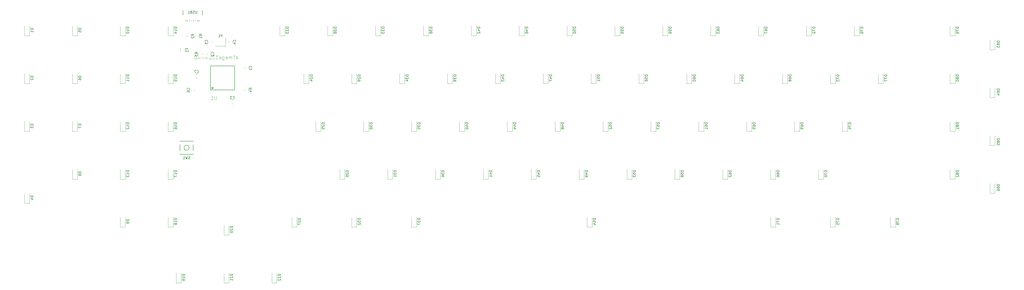
<source format=gbo>
G04 #@! TF.GenerationSoftware,KiCad,Pcbnew,(5.0.1-3-g963ef8bb5)*
G04 #@! TF.CreationDate,2019-03-29T02:03:15-07:00*
G04 #@! TF.ProjectId,Custom-Keyboard,437573746F6D2D4B6579626F6172642E,rev?*
G04 #@! TF.SameCoordinates,Original*
G04 #@! TF.FileFunction,Legend,Bot*
G04 #@! TF.FilePolarity,Positive*
%FSLAX46Y46*%
G04 Gerber Fmt 4.6, Leading zero omitted, Abs format (unit mm)*
G04 Created by KiCad (PCBNEW (5.0.1-3-g963ef8bb5)) date Friday, March 29, 2019 at 02:03:15 AM*
%MOMM*%
%LPD*%
G01*
G04 APERTURE LIST*
%ADD10C,0.120000*%
%ADD11C,0.150000*%
%ADD12C,0.203200*%
%ADD13C,0.254000*%
%ADD14C,0.050000*%
%ADD15C,1.852000*%
%ADD16R,2.007000X2.007000*%
%ADD17C,2.007000*%
%ADD18C,2.352000*%
%ADD19C,4.089800*%
%ADD20C,2.352000*%
%ADD21C,3.150000*%
%ADD22C,0.100000*%
%ADD23C,1.077000*%
%ADD24R,1.302000X1.002000*%
%ADD25C,1.527000*%
%ADD26R,1.902000X1.202000*%
%ADD27R,1.900000X0.900000*%
%ADD28R,0.900000X1.900000*%
%ADD29R,0.602000X2.352000*%
%ADD30O,1.802000X2.802000*%
%ADD31R,1.502000X1.302000*%
G04 APERTURE END LIST*
D10*
G04 #@! TO.C,C1*
X128671250Y-44708578D02*
X128671250Y-44191422D01*
X130091250Y-44708578D02*
X130091250Y-44191422D01*
G04 #@! TO.C,C2*
X115010000Y-39152328D02*
X115010000Y-38635172D01*
X113590000Y-39152328D02*
X113590000Y-38635172D01*
G04 #@! TO.C,C3*
X124083578Y-57233750D02*
X123566422Y-57233750D01*
X124083578Y-58653750D02*
X123566422Y-58653750D01*
G04 #@! TO.C,C4*
X123741250Y-34389828D02*
X123741250Y-33872672D01*
X122321250Y-34389828D02*
X122321250Y-33872672D01*
G04 #@! TO.C,C5*
X114383750Y-33872672D02*
X114383750Y-34389828D01*
X115803750Y-33872672D02*
X115803750Y-34389828D01*
G04 #@! TO.C,C6*
X108660000Y-52954422D02*
X108660000Y-53471578D01*
X107240000Y-52954422D02*
X107240000Y-53471578D01*
G04 #@! TO.C,C7*
X109796078Y-48335000D02*
X109278922Y-48335000D01*
X109796078Y-46915000D02*
X109278922Y-46915000D01*
G04 #@! TO.C,D1*
X43068750Y-31618750D02*
X41068750Y-31618750D01*
X41068750Y-31618750D02*
X41068750Y-27718750D01*
X43068750Y-31618750D02*
X43068750Y-27718750D01*
G04 #@! TO.C,D2*
X43068750Y-50668750D02*
X41068750Y-50668750D01*
X41068750Y-50668750D02*
X41068750Y-46768750D01*
X43068750Y-50668750D02*
X43068750Y-46768750D01*
G04 #@! TO.C,D3*
X43068750Y-69718750D02*
X43068750Y-65818750D01*
X41068750Y-69718750D02*
X41068750Y-65818750D01*
X43068750Y-69718750D02*
X41068750Y-69718750D01*
G04 #@! TO.C,D4*
X43068750Y-98293750D02*
X43068750Y-94393750D01*
X41068750Y-98293750D02*
X41068750Y-94393750D01*
X43068750Y-98293750D02*
X41068750Y-98293750D01*
G04 #@! TO.C,D5*
X62118750Y-31618750D02*
X60118750Y-31618750D01*
X60118750Y-31618750D02*
X60118750Y-27718750D01*
X62118750Y-31618750D02*
X62118750Y-27718750D01*
G04 #@! TO.C,D6*
X62118750Y-50668750D02*
X60118750Y-50668750D01*
X60118750Y-50668750D02*
X60118750Y-46768750D01*
X62118750Y-50668750D02*
X62118750Y-46768750D01*
G04 #@! TO.C,D7*
X62118750Y-69718750D02*
X62118750Y-65818750D01*
X60118750Y-69718750D02*
X60118750Y-65818750D01*
X62118750Y-69718750D02*
X60118750Y-69718750D01*
G04 #@! TO.C,D8*
X62118750Y-88768750D02*
X62118750Y-84868750D01*
X60118750Y-88768750D02*
X60118750Y-84868750D01*
X62118750Y-88768750D02*
X60118750Y-88768750D01*
G04 #@! TO.C,D9*
X81168750Y-107818750D02*
X81168750Y-103918750D01*
X79168750Y-107818750D02*
X79168750Y-103918750D01*
X81168750Y-107818750D02*
X79168750Y-107818750D01*
G04 #@! TO.C,D10*
X81168750Y-31618750D02*
X81168750Y-27718750D01*
X79168750Y-31618750D02*
X79168750Y-27718750D01*
X81168750Y-31618750D02*
X79168750Y-31618750D01*
G04 #@! TO.C,D11*
X81168750Y-50668750D02*
X81168750Y-46768750D01*
X79168750Y-50668750D02*
X79168750Y-46768750D01*
X81168750Y-50668750D02*
X79168750Y-50668750D01*
G04 #@! TO.C,D12*
X81168750Y-69718750D02*
X81168750Y-65818750D01*
X79168750Y-69718750D02*
X79168750Y-65818750D01*
X81168750Y-69718750D02*
X79168750Y-69718750D01*
G04 #@! TO.C,D13*
X81168750Y-88768750D02*
X81168750Y-84868750D01*
X79168750Y-88768750D02*
X79168750Y-84868750D01*
X81168750Y-88768750D02*
X79168750Y-88768750D01*
G04 #@! TO.C,D14*
X100218750Y-31618750D02*
X100218750Y-27718750D01*
X98218750Y-31618750D02*
X98218750Y-27718750D01*
X100218750Y-31618750D02*
X98218750Y-31618750D01*
G04 #@! TO.C,D15*
X100218750Y-50668750D02*
X100218750Y-46768750D01*
X98218750Y-50668750D02*
X98218750Y-46768750D01*
X100218750Y-50668750D02*
X98218750Y-50668750D01*
G04 #@! TO.C,D16*
X100218750Y-69718750D02*
X100218750Y-65818750D01*
X98218750Y-69718750D02*
X98218750Y-65818750D01*
X100218750Y-69718750D02*
X98218750Y-69718750D01*
G04 #@! TO.C,D17*
X100218750Y-88768750D02*
X100218750Y-84868750D01*
X98218750Y-88768750D02*
X98218750Y-84868750D01*
X100218750Y-88768750D02*
X98218750Y-88768750D01*
G04 #@! TO.C,D18*
X100218750Y-107818750D02*
X100218750Y-103918750D01*
X98218750Y-107818750D02*
X98218750Y-103918750D01*
X100218750Y-107818750D02*
X98218750Y-107818750D01*
G04 #@! TO.C,D19*
X103393750Y-130043750D02*
X103393750Y-126143750D01*
X101393750Y-130043750D02*
X101393750Y-126143750D01*
X103393750Y-130043750D02*
X101393750Y-130043750D01*
G04 #@! TO.C,D20*
X122443750Y-110993750D02*
X122443750Y-107093750D01*
X120443750Y-110993750D02*
X120443750Y-107093750D01*
X122443750Y-110993750D02*
X120443750Y-110993750D01*
G04 #@! TO.C,D21*
X122443750Y-130043750D02*
X122443750Y-126143750D01*
X120443750Y-130043750D02*
X120443750Y-126143750D01*
X122443750Y-130043750D02*
X120443750Y-130043750D01*
G04 #@! TO.C,D22*
X141493750Y-130043750D02*
X141493750Y-126143750D01*
X139493750Y-130043750D02*
X139493750Y-126143750D01*
X141493750Y-130043750D02*
X139493750Y-130043750D01*
G04 #@! TO.C,D23*
X144668750Y-31618750D02*
X144668750Y-27718750D01*
X142668750Y-31618750D02*
X142668750Y-27718750D01*
X144668750Y-31618750D02*
X142668750Y-31618750D01*
G04 #@! TO.C,D24*
X154193750Y-50668750D02*
X152193750Y-50668750D01*
X152193750Y-50668750D02*
X152193750Y-46768750D01*
X154193750Y-50668750D02*
X154193750Y-46768750D01*
G04 #@! TO.C,D25*
X158956250Y-69718750D02*
X156956250Y-69718750D01*
X156956250Y-69718750D02*
X156956250Y-65818750D01*
X158956250Y-69718750D02*
X158956250Y-65818750D01*
G04 #@! TO.C,D26*
X168481250Y-88768750D02*
X166481250Y-88768750D01*
X166481250Y-88768750D02*
X166481250Y-84868750D01*
X168481250Y-88768750D02*
X168481250Y-84868750D01*
G04 #@! TO.C,D27*
X149431250Y-107818750D02*
X149431250Y-103918750D01*
X147431250Y-107818750D02*
X147431250Y-103918750D01*
X149431250Y-107818750D02*
X147431250Y-107818750D01*
G04 #@! TO.C,D28*
X163718750Y-31618750D02*
X163718750Y-27718750D01*
X161718750Y-31618750D02*
X161718750Y-27718750D01*
X163718750Y-31618750D02*
X161718750Y-31618750D01*
G04 #@! TO.C,D29*
X173243750Y-50668750D02*
X173243750Y-46768750D01*
X171243750Y-50668750D02*
X171243750Y-46768750D01*
X173243750Y-50668750D02*
X171243750Y-50668750D01*
G04 #@! TO.C,D30*
X178006250Y-69718750D02*
X176006250Y-69718750D01*
X176006250Y-69718750D02*
X176006250Y-65818750D01*
X178006250Y-69718750D02*
X178006250Y-65818750D01*
G04 #@! TO.C,D31*
X187531250Y-88768750D02*
X185531250Y-88768750D01*
X185531250Y-88768750D02*
X185531250Y-84868750D01*
X187531250Y-88768750D02*
X187531250Y-84868750D01*
G04 #@! TO.C,D32*
X173243750Y-107818750D02*
X173243750Y-103918750D01*
X171243750Y-107818750D02*
X171243750Y-103918750D01*
X173243750Y-107818750D02*
X171243750Y-107818750D01*
G04 #@! TO.C,D33*
X182768750Y-31618750D02*
X182768750Y-27718750D01*
X180768750Y-31618750D02*
X180768750Y-27718750D01*
X182768750Y-31618750D02*
X180768750Y-31618750D01*
G04 #@! TO.C,D34*
X192293750Y-50668750D02*
X192293750Y-46768750D01*
X190293750Y-50668750D02*
X190293750Y-46768750D01*
X192293750Y-50668750D02*
X190293750Y-50668750D01*
G04 #@! TO.C,D35*
X197056250Y-69718750D02*
X195056250Y-69718750D01*
X195056250Y-69718750D02*
X195056250Y-65818750D01*
X197056250Y-69718750D02*
X197056250Y-65818750D01*
G04 #@! TO.C,D36*
X206581250Y-88768750D02*
X204581250Y-88768750D01*
X204581250Y-88768750D02*
X204581250Y-84868750D01*
X206581250Y-88768750D02*
X206581250Y-84868750D01*
G04 #@! TO.C,D37*
X197056250Y-107818750D02*
X197056250Y-103918750D01*
X195056250Y-107818750D02*
X195056250Y-103918750D01*
X197056250Y-107818750D02*
X195056250Y-107818750D01*
G04 #@! TO.C,D38*
X201818750Y-31618750D02*
X201818750Y-27718750D01*
X199818750Y-31618750D02*
X199818750Y-27718750D01*
X201818750Y-31618750D02*
X199818750Y-31618750D01*
G04 #@! TO.C,D39*
X211343750Y-50668750D02*
X211343750Y-46768750D01*
X209343750Y-50668750D02*
X209343750Y-46768750D01*
X211343750Y-50668750D02*
X209343750Y-50668750D01*
G04 #@! TO.C,D40*
X216106250Y-69718750D02*
X214106250Y-69718750D01*
X214106250Y-69718750D02*
X214106250Y-65818750D01*
X216106250Y-69718750D02*
X216106250Y-65818750D01*
G04 #@! TO.C,D41*
X225631250Y-88768750D02*
X223631250Y-88768750D01*
X223631250Y-88768750D02*
X223631250Y-84868750D01*
X225631250Y-88768750D02*
X225631250Y-84868750D01*
G04 #@! TO.C,D42*
X220868750Y-31618750D02*
X220868750Y-27718750D01*
X218868750Y-31618750D02*
X218868750Y-27718750D01*
X220868750Y-31618750D02*
X218868750Y-31618750D01*
G04 #@! TO.C,D43*
X230393750Y-50668750D02*
X230393750Y-46768750D01*
X228393750Y-50668750D02*
X228393750Y-46768750D01*
X230393750Y-50668750D02*
X228393750Y-50668750D01*
G04 #@! TO.C,D44*
X235156250Y-69718750D02*
X233156250Y-69718750D01*
X233156250Y-69718750D02*
X233156250Y-65818750D01*
X235156250Y-69718750D02*
X235156250Y-65818750D01*
G04 #@! TO.C,D45*
X244681250Y-88768750D02*
X242681250Y-88768750D01*
X242681250Y-88768750D02*
X242681250Y-84868750D01*
X244681250Y-88768750D02*
X244681250Y-84868750D01*
G04 #@! TO.C,D46*
X239918750Y-31618750D02*
X239918750Y-27718750D01*
X237918750Y-31618750D02*
X237918750Y-27718750D01*
X239918750Y-31618750D02*
X237918750Y-31618750D01*
G04 #@! TO.C,D47*
X249443750Y-50668750D02*
X247443750Y-50668750D01*
X247443750Y-50668750D02*
X247443750Y-46768750D01*
X249443750Y-50668750D02*
X249443750Y-46768750D01*
G04 #@! TO.C,D48*
X254206250Y-69718750D02*
X252206250Y-69718750D01*
X252206250Y-69718750D02*
X252206250Y-65818750D01*
X254206250Y-69718750D02*
X254206250Y-65818750D01*
G04 #@! TO.C,D49*
X263731250Y-88768750D02*
X261731250Y-88768750D01*
X261731250Y-88768750D02*
X261731250Y-84868750D01*
X263731250Y-88768750D02*
X263731250Y-84868750D01*
G04 #@! TO.C,D50*
X258968750Y-31618750D02*
X258968750Y-27718750D01*
X256968750Y-31618750D02*
X256968750Y-27718750D01*
X258968750Y-31618750D02*
X256968750Y-31618750D01*
G04 #@! TO.C,D51*
X268493750Y-50668750D02*
X266493750Y-50668750D01*
X266493750Y-50668750D02*
X266493750Y-46768750D01*
X268493750Y-50668750D02*
X268493750Y-46768750D01*
G04 #@! TO.C,D52*
X273256250Y-69718750D02*
X271256250Y-69718750D01*
X271256250Y-69718750D02*
X271256250Y-65818750D01*
X273256250Y-69718750D02*
X273256250Y-65818750D01*
G04 #@! TO.C,D53*
X282781250Y-88768750D02*
X280781250Y-88768750D01*
X280781250Y-88768750D02*
X280781250Y-84868750D01*
X282781250Y-88768750D02*
X282781250Y-84868750D01*
G04 #@! TO.C,D54*
X266906250Y-107818750D02*
X264906250Y-107818750D01*
X264906250Y-107818750D02*
X264906250Y-103918750D01*
X266906250Y-107818750D02*
X266906250Y-103918750D01*
G04 #@! TO.C,D55*
X278018750Y-31618750D02*
X278018750Y-27718750D01*
X276018750Y-31618750D02*
X276018750Y-27718750D01*
X278018750Y-31618750D02*
X276018750Y-31618750D01*
G04 #@! TO.C,D56*
X287543750Y-50668750D02*
X285543750Y-50668750D01*
X285543750Y-50668750D02*
X285543750Y-46768750D01*
X287543750Y-50668750D02*
X287543750Y-46768750D01*
G04 #@! TO.C,D57*
X292306250Y-69718750D02*
X290306250Y-69718750D01*
X290306250Y-69718750D02*
X290306250Y-65818750D01*
X292306250Y-69718750D02*
X292306250Y-65818750D01*
G04 #@! TO.C,D58*
X301831250Y-88768750D02*
X299831250Y-88768750D01*
X299831250Y-88768750D02*
X299831250Y-84868750D01*
X301831250Y-88768750D02*
X301831250Y-84868750D01*
G04 #@! TO.C,D59*
X297068750Y-31618750D02*
X297068750Y-27718750D01*
X295068750Y-31618750D02*
X295068750Y-27718750D01*
X297068750Y-31618750D02*
X295068750Y-31618750D01*
G04 #@! TO.C,D60*
X306593750Y-50668750D02*
X304593750Y-50668750D01*
X304593750Y-50668750D02*
X304593750Y-46768750D01*
X306593750Y-50668750D02*
X306593750Y-46768750D01*
G04 #@! TO.C,D61*
X311356250Y-69718750D02*
X309356250Y-69718750D01*
X309356250Y-69718750D02*
X309356250Y-65818750D01*
X311356250Y-69718750D02*
X311356250Y-65818750D01*
G04 #@! TO.C,D62*
X320881250Y-88768750D02*
X318881250Y-88768750D01*
X318881250Y-88768750D02*
X318881250Y-84868750D01*
X320881250Y-88768750D02*
X320881250Y-84868750D01*
G04 #@! TO.C,D63*
X316118750Y-31618750D02*
X316118750Y-27718750D01*
X314118750Y-31618750D02*
X314118750Y-27718750D01*
X316118750Y-31618750D02*
X314118750Y-31618750D01*
G04 #@! TO.C,D64*
X325643750Y-50668750D02*
X323643750Y-50668750D01*
X323643750Y-50668750D02*
X323643750Y-46768750D01*
X325643750Y-50668750D02*
X325643750Y-46768750D01*
G04 #@! TO.C,D65*
X330406250Y-69718750D02*
X328406250Y-69718750D01*
X328406250Y-69718750D02*
X328406250Y-65818750D01*
X330406250Y-69718750D02*
X330406250Y-65818750D01*
G04 #@! TO.C,D66*
X339931250Y-88768750D02*
X337931250Y-88768750D01*
X337931250Y-88768750D02*
X337931250Y-84868750D01*
X339931250Y-88768750D02*
X339931250Y-84868750D01*
G04 #@! TO.C,D67*
X335168750Y-31618750D02*
X335168750Y-27718750D01*
X333168750Y-31618750D02*
X333168750Y-27718750D01*
X335168750Y-31618750D02*
X333168750Y-31618750D01*
G04 #@! TO.C,D68*
X344693750Y-50668750D02*
X342693750Y-50668750D01*
X342693750Y-50668750D02*
X342693750Y-46768750D01*
X344693750Y-50668750D02*
X344693750Y-46768750D01*
G04 #@! TO.C,D69*
X349456250Y-69718750D02*
X347456250Y-69718750D01*
X347456250Y-69718750D02*
X347456250Y-65818750D01*
X349456250Y-69718750D02*
X349456250Y-65818750D01*
G04 #@! TO.C,D70*
X358981250Y-88768750D02*
X356981250Y-88768750D01*
X356981250Y-88768750D02*
X356981250Y-84868750D01*
X358981250Y-88768750D02*
X358981250Y-84868750D01*
G04 #@! TO.C,D71*
X339931250Y-107818750D02*
X339931250Y-103918750D01*
X337931250Y-107818750D02*
X337931250Y-103918750D01*
X339931250Y-107818750D02*
X337931250Y-107818750D01*
G04 #@! TO.C,D72*
X354218750Y-31618750D02*
X354218750Y-27718750D01*
X352218750Y-31618750D02*
X352218750Y-27718750D01*
X354218750Y-31618750D02*
X352218750Y-31618750D01*
G04 #@! TO.C,D73*
X363743750Y-50668750D02*
X361743750Y-50668750D01*
X361743750Y-50668750D02*
X361743750Y-46768750D01*
X363743750Y-50668750D02*
X363743750Y-46768750D01*
G04 #@! TO.C,D74*
X368506250Y-69718750D02*
X366506250Y-69718750D01*
X366506250Y-69718750D02*
X366506250Y-65818750D01*
X368506250Y-69718750D02*
X368506250Y-65818750D01*
G04 #@! TO.C,D75*
X363743750Y-107818750D02*
X361743750Y-107818750D01*
X361743750Y-107818750D02*
X361743750Y-103918750D01*
X363743750Y-107818750D02*
X363743750Y-103918750D01*
G04 #@! TO.C,D76*
X373268750Y-31618750D02*
X373268750Y-27718750D01*
X371268750Y-31618750D02*
X371268750Y-27718750D01*
X373268750Y-31618750D02*
X371268750Y-31618750D01*
G04 #@! TO.C,D77*
X382793750Y-50668750D02*
X380793750Y-50668750D01*
X380793750Y-50668750D02*
X380793750Y-46768750D01*
X382793750Y-50668750D02*
X382793750Y-46768750D01*
G04 #@! TO.C,D78*
X387556250Y-107818750D02*
X385556250Y-107818750D01*
X385556250Y-107818750D02*
X385556250Y-103918750D01*
X387556250Y-107818750D02*
X387556250Y-103918750D01*
G04 #@! TO.C,D79*
X411368750Y-31618750D02*
X409368750Y-31618750D01*
X409368750Y-31618750D02*
X409368750Y-27718750D01*
X411368750Y-31618750D02*
X411368750Y-27718750D01*
G04 #@! TO.C,D80*
X411368750Y-50668750D02*
X409368750Y-50668750D01*
X409368750Y-50668750D02*
X409368750Y-46768750D01*
X411368750Y-50668750D02*
X411368750Y-46768750D01*
G04 #@! TO.C,D81*
X411368750Y-69718750D02*
X409368750Y-69718750D01*
X409368750Y-69718750D02*
X409368750Y-65818750D01*
X411368750Y-69718750D02*
X411368750Y-65818750D01*
G04 #@! TO.C,D82*
X411368750Y-88768750D02*
X411368750Y-84868750D01*
X409368750Y-88768750D02*
X409368750Y-84868750D01*
X411368750Y-88768750D02*
X409368750Y-88768750D01*
G04 #@! TO.C,D83*
X427243750Y-37175000D02*
X427243750Y-33275000D01*
X425243750Y-37175000D02*
X425243750Y-33275000D01*
X427243750Y-37175000D02*
X425243750Y-37175000D01*
G04 #@! TO.C,D84*
X427243750Y-56225000D02*
X425243750Y-56225000D01*
X425243750Y-56225000D02*
X425243750Y-52325000D01*
X427243750Y-56225000D02*
X427243750Y-52325000D01*
G04 #@! TO.C,D85*
X427243750Y-75275000D02*
X427243750Y-71375000D01*
X425243750Y-75275000D02*
X425243750Y-71375000D01*
X427243750Y-75275000D02*
X425243750Y-75275000D01*
G04 #@! TO.C,D86*
X427243750Y-94325000D02*
X427243750Y-90425000D01*
X425243750Y-94325000D02*
X425243750Y-90425000D01*
X427243750Y-94325000D02*
X425243750Y-94325000D01*
G04 #@! TO.C,F1*
X104891250Y-37908314D02*
X104891250Y-36704186D01*
X103071250Y-37908314D02*
X103071250Y-36704186D01*
G04 #@! TO.C,R1*
X110247500Y-32008578D02*
X110247500Y-31491422D01*
X108827500Y-32008578D02*
X108827500Y-31491422D01*
G04 #@! TO.C,R2*
X105652500Y-32008578D02*
X105652500Y-31491422D01*
X107072500Y-32008578D02*
X107072500Y-31491422D01*
G04 #@! TO.C,R3*
X111835000Y-38635172D02*
X111835000Y-39152328D01*
X110415000Y-38635172D02*
X110415000Y-39152328D01*
G04 #@! TO.C,R4*
X130091250Y-53439828D02*
X130091250Y-52922672D01*
X128671250Y-53439828D02*
X128671250Y-52922672D01*
D11*
G04 #@! TO.C,SW1*
X106568750Y-76200000D02*
G75*
G03X106568750Y-76200000I-1000000J0D01*
G01*
X108168750Y-78800000D02*
X108168750Y-73600000D01*
X102968750Y-78800000D02*
X108168750Y-78800000D01*
X102968750Y-73600000D02*
X102968750Y-78800000D01*
X108168750Y-73600000D02*
X102968750Y-73600000D01*
D12*
G04 #@! TO.C,U1*
X115056250Y-53218750D02*
X124656250Y-53218750D01*
X124656250Y-53218750D02*
X124656250Y-43618750D01*
X124656250Y-43618750D02*
X115056250Y-43618750D01*
X115056250Y-43618750D02*
X115056250Y-53218750D01*
D13*
X116138950Y-52418750D02*
G75*
G03X116138950Y-52418750I-282700J0D01*
G01*
D11*
G04 #@! TO.C,USB1*
X104100000Y-25643000D02*
X111800000Y-25643000D01*
X111800000Y-20193000D02*
X111800000Y-25643000D01*
X104100000Y-20193000D02*
X104100000Y-25643000D01*
D10*
G04 #@! TO.C,Y1*
X121062500Y-32481250D02*
X121062500Y-35781250D01*
X121062500Y-35781250D02*
X117062500Y-35781250D01*
G04 #@! TO.C,C1*
D11*
X131388392Y-44283333D02*
X131436011Y-44235714D01*
X131483630Y-44092857D01*
X131483630Y-43997619D01*
X131436011Y-43854761D01*
X131340773Y-43759523D01*
X131245535Y-43711904D01*
X131055059Y-43664285D01*
X130912202Y-43664285D01*
X130721726Y-43711904D01*
X130626488Y-43759523D01*
X130531250Y-43854761D01*
X130483630Y-43997619D01*
X130483630Y-44092857D01*
X130531250Y-44235714D01*
X130578869Y-44283333D01*
X131483630Y-45235714D02*
X131483630Y-44664285D01*
X131483630Y-44950000D02*
X130483630Y-44950000D01*
X130626488Y-44854761D01*
X130721726Y-44759523D01*
X130769345Y-44664285D01*
G04 #@! TO.C,C2*
X116307142Y-38727083D02*
X116354761Y-38679464D01*
X116402380Y-38536607D01*
X116402380Y-38441369D01*
X116354761Y-38298511D01*
X116259523Y-38203273D01*
X116164285Y-38155654D01*
X115973809Y-38108035D01*
X115830952Y-38108035D01*
X115640476Y-38155654D01*
X115545238Y-38203273D01*
X115450000Y-38298511D01*
X115402380Y-38441369D01*
X115402380Y-38536607D01*
X115450000Y-38679464D01*
X115497619Y-38727083D01*
X115497619Y-39108035D02*
X115450000Y-39155654D01*
X115402380Y-39250892D01*
X115402380Y-39488988D01*
X115450000Y-39584226D01*
X115497619Y-39631845D01*
X115592857Y-39679464D01*
X115688095Y-39679464D01*
X115830952Y-39631845D01*
X116402380Y-39060416D01*
X116402380Y-39679464D01*
G04 #@! TO.C,C3*
X123991666Y-56650892D02*
X124039285Y-56698511D01*
X124182142Y-56746130D01*
X124277380Y-56746130D01*
X124420238Y-56698511D01*
X124515476Y-56603273D01*
X124563095Y-56508035D01*
X124610714Y-56317559D01*
X124610714Y-56174702D01*
X124563095Y-55984226D01*
X124515476Y-55888988D01*
X124420238Y-55793750D01*
X124277380Y-55746130D01*
X124182142Y-55746130D01*
X124039285Y-55793750D01*
X123991666Y-55841369D01*
X123658333Y-55746130D02*
X123039285Y-55746130D01*
X123372619Y-56127083D01*
X123229761Y-56127083D01*
X123134523Y-56174702D01*
X123086904Y-56222321D01*
X123039285Y-56317559D01*
X123039285Y-56555654D01*
X123086904Y-56650892D01*
X123134523Y-56698511D01*
X123229761Y-56746130D01*
X123515476Y-56746130D01*
X123610714Y-56698511D01*
X123658333Y-56650892D01*
G04 #@! TO.C,C4*
X125038392Y-33964583D02*
X125086011Y-33916964D01*
X125133630Y-33774107D01*
X125133630Y-33678869D01*
X125086011Y-33536011D01*
X124990773Y-33440773D01*
X124895535Y-33393154D01*
X124705059Y-33345535D01*
X124562202Y-33345535D01*
X124371726Y-33393154D01*
X124276488Y-33440773D01*
X124181250Y-33536011D01*
X124133630Y-33678869D01*
X124133630Y-33774107D01*
X124181250Y-33916964D01*
X124228869Y-33964583D01*
X124466964Y-34821726D02*
X125133630Y-34821726D01*
X124086011Y-34583630D02*
X124800297Y-34345535D01*
X124800297Y-34964583D01*
G04 #@! TO.C,C5*
X113800892Y-33964583D02*
X113848511Y-33916964D01*
X113896130Y-33774107D01*
X113896130Y-33678869D01*
X113848511Y-33536011D01*
X113753273Y-33440773D01*
X113658035Y-33393154D01*
X113467559Y-33345535D01*
X113324702Y-33345535D01*
X113134226Y-33393154D01*
X113038988Y-33440773D01*
X112943750Y-33536011D01*
X112896130Y-33678869D01*
X112896130Y-33774107D01*
X112943750Y-33916964D01*
X112991369Y-33964583D01*
X112896130Y-34869345D02*
X112896130Y-34393154D01*
X113372321Y-34345535D01*
X113324702Y-34393154D01*
X113277083Y-34488392D01*
X113277083Y-34726488D01*
X113324702Y-34821726D01*
X113372321Y-34869345D01*
X113467559Y-34916964D01*
X113705654Y-34916964D01*
X113800892Y-34869345D01*
X113848511Y-34821726D01*
X113896130Y-34726488D01*
X113896130Y-34488392D01*
X113848511Y-34393154D01*
X113800892Y-34345535D01*
G04 #@! TO.C,C6*
X106657142Y-53046333D02*
X106704761Y-52998714D01*
X106752380Y-52855857D01*
X106752380Y-52760619D01*
X106704761Y-52617761D01*
X106609523Y-52522523D01*
X106514285Y-52474904D01*
X106323809Y-52427285D01*
X106180952Y-52427285D01*
X105990476Y-52474904D01*
X105895238Y-52522523D01*
X105800000Y-52617761D01*
X105752380Y-52760619D01*
X105752380Y-52855857D01*
X105800000Y-52998714D01*
X105847619Y-53046333D01*
X105752380Y-53903476D02*
X105752380Y-53713000D01*
X105800000Y-53617761D01*
X105847619Y-53570142D01*
X105990476Y-53474904D01*
X106180952Y-53427285D01*
X106561904Y-53427285D01*
X106657142Y-53474904D01*
X106704761Y-53522523D01*
X106752380Y-53617761D01*
X106752380Y-53808238D01*
X106704761Y-53903476D01*
X106657142Y-53951095D01*
X106561904Y-53998714D01*
X106323809Y-53998714D01*
X106228571Y-53951095D01*
X106180952Y-53903476D01*
X106133333Y-53808238D01*
X106133333Y-53617761D01*
X106180952Y-53522523D01*
X106228571Y-53474904D01*
X106323809Y-53427285D01*
G04 #@! TO.C,C7*
X109704166Y-46332142D02*
X109751785Y-46379761D01*
X109894642Y-46427380D01*
X109989880Y-46427380D01*
X110132738Y-46379761D01*
X110227976Y-46284523D01*
X110275595Y-46189285D01*
X110323214Y-45998809D01*
X110323214Y-45855952D01*
X110275595Y-45665476D01*
X110227976Y-45570238D01*
X110132738Y-45475000D01*
X109989880Y-45427380D01*
X109894642Y-45427380D01*
X109751785Y-45475000D01*
X109704166Y-45522619D01*
X109370833Y-45427380D02*
X108704166Y-45427380D01*
X109132738Y-46427380D01*
G04 #@! TO.C,D1*
X44521130Y-28630654D02*
X43521130Y-28630654D01*
X43521130Y-28868750D01*
X43568750Y-29011607D01*
X43663988Y-29106845D01*
X43759226Y-29154464D01*
X43949702Y-29202083D01*
X44092559Y-29202083D01*
X44283035Y-29154464D01*
X44378273Y-29106845D01*
X44473511Y-29011607D01*
X44521130Y-28868750D01*
X44521130Y-28630654D01*
X44521130Y-30154464D02*
X44521130Y-29583035D01*
X44521130Y-29868750D02*
X43521130Y-29868750D01*
X43663988Y-29773511D01*
X43759226Y-29678273D01*
X43806845Y-29583035D01*
G04 #@! TO.C,D2*
X44521130Y-47680654D02*
X43521130Y-47680654D01*
X43521130Y-47918750D01*
X43568750Y-48061607D01*
X43663988Y-48156845D01*
X43759226Y-48204464D01*
X43949702Y-48252083D01*
X44092559Y-48252083D01*
X44283035Y-48204464D01*
X44378273Y-48156845D01*
X44473511Y-48061607D01*
X44521130Y-47918750D01*
X44521130Y-47680654D01*
X43616369Y-48633035D02*
X43568750Y-48680654D01*
X43521130Y-48775892D01*
X43521130Y-49013988D01*
X43568750Y-49109226D01*
X43616369Y-49156845D01*
X43711607Y-49204464D01*
X43806845Y-49204464D01*
X43949702Y-49156845D01*
X44521130Y-48585416D01*
X44521130Y-49204464D01*
G04 #@! TO.C,D3*
X44521130Y-66730654D02*
X43521130Y-66730654D01*
X43521130Y-66968750D01*
X43568750Y-67111607D01*
X43663988Y-67206845D01*
X43759226Y-67254464D01*
X43949702Y-67302083D01*
X44092559Y-67302083D01*
X44283035Y-67254464D01*
X44378273Y-67206845D01*
X44473511Y-67111607D01*
X44521130Y-66968750D01*
X44521130Y-66730654D01*
X43521130Y-67635416D02*
X43521130Y-68254464D01*
X43902083Y-67921130D01*
X43902083Y-68063988D01*
X43949702Y-68159226D01*
X43997321Y-68206845D01*
X44092559Y-68254464D01*
X44330654Y-68254464D01*
X44425892Y-68206845D01*
X44473511Y-68159226D01*
X44521130Y-68063988D01*
X44521130Y-67778273D01*
X44473511Y-67683035D01*
X44425892Y-67635416D01*
G04 #@! TO.C,D4*
X44521130Y-95305654D02*
X43521130Y-95305654D01*
X43521130Y-95543750D01*
X43568750Y-95686607D01*
X43663988Y-95781845D01*
X43759226Y-95829464D01*
X43949702Y-95877083D01*
X44092559Y-95877083D01*
X44283035Y-95829464D01*
X44378273Y-95781845D01*
X44473511Y-95686607D01*
X44521130Y-95543750D01*
X44521130Y-95305654D01*
X43854464Y-96734226D02*
X44521130Y-96734226D01*
X43473511Y-96496130D02*
X44187797Y-96258035D01*
X44187797Y-96877083D01*
G04 #@! TO.C,D5*
X63571130Y-28630654D02*
X62571130Y-28630654D01*
X62571130Y-28868750D01*
X62618750Y-29011607D01*
X62713988Y-29106845D01*
X62809226Y-29154464D01*
X62999702Y-29202083D01*
X63142559Y-29202083D01*
X63333035Y-29154464D01*
X63428273Y-29106845D01*
X63523511Y-29011607D01*
X63571130Y-28868750D01*
X63571130Y-28630654D01*
X62571130Y-30106845D02*
X62571130Y-29630654D01*
X63047321Y-29583035D01*
X62999702Y-29630654D01*
X62952083Y-29725892D01*
X62952083Y-29963988D01*
X62999702Y-30059226D01*
X63047321Y-30106845D01*
X63142559Y-30154464D01*
X63380654Y-30154464D01*
X63475892Y-30106845D01*
X63523511Y-30059226D01*
X63571130Y-29963988D01*
X63571130Y-29725892D01*
X63523511Y-29630654D01*
X63475892Y-29583035D01*
G04 #@! TO.C,D6*
X63571130Y-47680654D02*
X62571130Y-47680654D01*
X62571130Y-47918750D01*
X62618750Y-48061607D01*
X62713988Y-48156845D01*
X62809226Y-48204464D01*
X62999702Y-48252083D01*
X63142559Y-48252083D01*
X63333035Y-48204464D01*
X63428273Y-48156845D01*
X63523511Y-48061607D01*
X63571130Y-47918750D01*
X63571130Y-47680654D01*
X62571130Y-49109226D02*
X62571130Y-48918750D01*
X62618750Y-48823511D01*
X62666369Y-48775892D01*
X62809226Y-48680654D01*
X62999702Y-48633035D01*
X63380654Y-48633035D01*
X63475892Y-48680654D01*
X63523511Y-48728273D01*
X63571130Y-48823511D01*
X63571130Y-49013988D01*
X63523511Y-49109226D01*
X63475892Y-49156845D01*
X63380654Y-49204464D01*
X63142559Y-49204464D01*
X63047321Y-49156845D01*
X62999702Y-49109226D01*
X62952083Y-49013988D01*
X62952083Y-48823511D01*
X62999702Y-48728273D01*
X63047321Y-48680654D01*
X63142559Y-48633035D01*
G04 #@! TO.C,D7*
X63571130Y-66730654D02*
X62571130Y-66730654D01*
X62571130Y-66968750D01*
X62618750Y-67111607D01*
X62713988Y-67206845D01*
X62809226Y-67254464D01*
X62999702Y-67302083D01*
X63142559Y-67302083D01*
X63333035Y-67254464D01*
X63428273Y-67206845D01*
X63523511Y-67111607D01*
X63571130Y-66968750D01*
X63571130Y-66730654D01*
X62571130Y-67635416D02*
X62571130Y-68302083D01*
X63571130Y-67873511D01*
G04 #@! TO.C,D8*
X63571130Y-85780654D02*
X62571130Y-85780654D01*
X62571130Y-86018750D01*
X62618750Y-86161607D01*
X62713988Y-86256845D01*
X62809226Y-86304464D01*
X62999702Y-86352083D01*
X63142559Y-86352083D01*
X63333035Y-86304464D01*
X63428273Y-86256845D01*
X63523511Y-86161607D01*
X63571130Y-86018750D01*
X63571130Y-85780654D01*
X62999702Y-86923511D02*
X62952083Y-86828273D01*
X62904464Y-86780654D01*
X62809226Y-86733035D01*
X62761607Y-86733035D01*
X62666369Y-86780654D01*
X62618750Y-86828273D01*
X62571130Y-86923511D01*
X62571130Y-87113988D01*
X62618750Y-87209226D01*
X62666369Y-87256845D01*
X62761607Y-87304464D01*
X62809226Y-87304464D01*
X62904464Y-87256845D01*
X62952083Y-87209226D01*
X62999702Y-87113988D01*
X62999702Y-86923511D01*
X63047321Y-86828273D01*
X63094940Y-86780654D01*
X63190178Y-86733035D01*
X63380654Y-86733035D01*
X63475892Y-86780654D01*
X63523511Y-86828273D01*
X63571130Y-86923511D01*
X63571130Y-87113988D01*
X63523511Y-87209226D01*
X63475892Y-87256845D01*
X63380654Y-87304464D01*
X63190178Y-87304464D01*
X63094940Y-87256845D01*
X63047321Y-87209226D01*
X62999702Y-87113988D01*
G04 #@! TO.C,D9*
X82621130Y-104830654D02*
X81621130Y-104830654D01*
X81621130Y-105068750D01*
X81668750Y-105211607D01*
X81763988Y-105306845D01*
X81859226Y-105354464D01*
X82049702Y-105402083D01*
X82192559Y-105402083D01*
X82383035Y-105354464D01*
X82478273Y-105306845D01*
X82573511Y-105211607D01*
X82621130Y-105068750D01*
X82621130Y-104830654D01*
X82621130Y-105878273D02*
X82621130Y-106068750D01*
X82573511Y-106163988D01*
X82525892Y-106211607D01*
X82383035Y-106306845D01*
X82192559Y-106354464D01*
X81811607Y-106354464D01*
X81716369Y-106306845D01*
X81668750Y-106259226D01*
X81621130Y-106163988D01*
X81621130Y-105973511D01*
X81668750Y-105878273D01*
X81716369Y-105830654D01*
X81811607Y-105783035D01*
X82049702Y-105783035D01*
X82144940Y-105830654D01*
X82192559Y-105878273D01*
X82240178Y-105973511D01*
X82240178Y-106163988D01*
X82192559Y-106259226D01*
X82144940Y-106306845D01*
X82049702Y-106354464D01*
G04 #@! TO.C,D10*
X82621130Y-28154464D02*
X81621130Y-28154464D01*
X81621130Y-28392559D01*
X81668750Y-28535416D01*
X81763988Y-28630654D01*
X81859226Y-28678273D01*
X82049702Y-28725892D01*
X82192559Y-28725892D01*
X82383035Y-28678273D01*
X82478273Y-28630654D01*
X82573511Y-28535416D01*
X82621130Y-28392559D01*
X82621130Y-28154464D01*
X82621130Y-29678273D02*
X82621130Y-29106845D01*
X82621130Y-29392559D02*
X81621130Y-29392559D01*
X81763988Y-29297321D01*
X81859226Y-29202083D01*
X81906845Y-29106845D01*
X81621130Y-30297321D02*
X81621130Y-30392559D01*
X81668750Y-30487797D01*
X81716369Y-30535416D01*
X81811607Y-30583035D01*
X82002083Y-30630654D01*
X82240178Y-30630654D01*
X82430654Y-30583035D01*
X82525892Y-30535416D01*
X82573511Y-30487797D01*
X82621130Y-30392559D01*
X82621130Y-30297321D01*
X82573511Y-30202083D01*
X82525892Y-30154464D01*
X82430654Y-30106845D01*
X82240178Y-30059226D01*
X82002083Y-30059226D01*
X81811607Y-30106845D01*
X81716369Y-30154464D01*
X81668750Y-30202083D01*
X81621130Y-30297321D01*
G04 #@! TO.C,D11*
X82621130Y-47204464D02*
X81621130Y-47204464D01*
X81621130Y-47442559D01*
X81668750Y-47585416D01*
X81763988Y-47680654D01*
X81859226Y-47728273D01*
X82049702Y-47775892D01*
X82192559Y-47775892D01*
X82383035Y-47728273D01*
X82478273Y-47680654D01*
X82573511Y-47585416D01*
X82621130Y-47442559D01*
X82621130Y-47204464D01*
X82621130Y-48728273D02*
X82621130Y-48156845D01*
X82621130Y-48442559D02*
X81621130Y-48442559D01*
X81763988Y-48347321D01*
X81859226Y-48252083D01*
X81906845Y-48156845D01*
X82621130Y-49680654D02*
X82621130Y-49109226D01*
X82621130Y-49394940D02*
X81621130Y-49394940D01*
X81763988Y-49299702D01*
X81859226Y-49204464D01*
X81906845Y-49109226D01*
G04 #@! TO.C,D12*
X82621130Y-66254464D02*
X81621130Y-66254464D01*
X81621130Y-66492559D01*
X81668750Y-66635416D01*
X81763988Y-66730654D01*
X81859226Y-66778273D01*
X82049702Y-66825892D01*
X82192559Y-66825892D01*
X82383035Y-66778273D01*
X82478273Y-66730654D01*
X82573511Y-66635416D01*
X82621130Y-66492559D01*
X82621130Y-66254464D01*
X82621130Y-67778273D02*
X82621130Y-67206845D01*
X82621130Y-67492559D02*
X81621130Y-67492559D01*
X81763988Y-67397321D01*
X81859226Y-67302083D01*
X81906845Y-67206845D01*
X81716369Y-68159226D02*
X81668750Y-68206845D01*
X81621130Y-68302083D01*
X81621130Y-68540178D01*
X81668750Y-68635416D01*
X81716369Y-68683035D01*
X81811607Y-68730654D01*
X81906845Y-68730654D01*
X82049702Y-68683035D01*
X82621130Y-68111607D01*
X82621130Y-68730654D01*
G04 #@! TO.C,D13*
X82621130Y-85304464D02*
X81621130Y-85304464D01*
X81621130Y-85542559D01*
X81668750Y-85685416D01*
X81763988Y-85780654D01*
X81859226Y-85828273D01*
X82049702Y-85875892D01*
X82192559Y-85875892D01*
X82383035Y-85828273D01*
X82478273Y-85780654D01*
X82573511Y-85685416D01*
X82621130Y-85542559D01*
X82621130Y-85304464D01*
X82621130Y-86828273D02*
X82621130Y-86256845D01*
X82621130Y-86542559D02*
X81621130Y-86542559D01*
X81763988Y-86447321D01*
X81859226Y-86352083D01*
X81906845Y-86256845D01*
X81621130Y-87161607D02*
X81621130Y-87780654D01*
X82002083Y-87447321D01*
X82002083Y-87590178D01*
X82049702Y-87685416D01*
X82097321Y-87733035D01*
X82192559Y-87780654D01*
X82430654Y-87780654D01*
X82525892Y-87733035D01*
X82573511Y-87685416D01*
X82621130Y-87590178D01*
X82621130Y-87304464D01*
X82573511Y-87209226D01*
X82525892Y-87161607D01*
G04 #@! TO.C,D14*
X101671130Y-28154464D02*
X100671130Y-28154464D01*
X100671130Y-28392559D01*
X100718750Y-28535416D01*
X100813988Y-28630654D01*
X100909226Y-28678273D01*
X101099702Y-28725892D01*
X101242559Y-28725892D01*
X101433035Y-28678273D01*
X101528273Y-28630654D01*
X101623511Y-28535416D01*
X101671130Y-28392559D01*
X101671130Y-28154464D01*
X101671130Y-29678273D02*
X101671130Y-29106845D01*
X101671130Y-29392559D02*
X100671130Y-29392559D01*
X100813988Y-29297321D01*
X100909226Y-29202083D01*
X100956845Y-29106845D01*
X101004464Y-30535416D02*
X101671130Y-30535416D01*
X100623511Y-30297321D02*
X101337797Y-30059226D01*
X101337797Y-30678273D01*
G04 #@! TO.C,D15*
X101671130Y-47204464D02*
X100671130Y-47204464D01*
X100671130Y-47442559D01*
X100718750Y-47585416D01*
X100813988Y-47680654D01*
X100909226Y-47728273D01*
X101099702Y-47775892D01*
X101242559Y-47775892D01*
X101433035Y-47728273D01*
X101528273Y-47680654D01*
X101623511Y-47585416D01*
X101671130Y-47442559D01*
X101671130Y-47204464D01*
X101671130Y-48728273D02*
X101671130Y-48156845D01*
X101671130Y-48442559D02*
X100671130Y-48442559D01*
X100813988Y-48347321D01*
X100909226Y-48252083D01*
X100956845Y-48156845D01*
X100671130Y-49633035D02*
X100671130Y-49156845D01*
X101147321Y-49109226D01*
X101099702Y-49156845D01*
X101052083Y-49252083D01*
X101052083Y-49490178D01*
X101099702Y-49585416D01*
X101147321Y-49633035D01*
X101242559Y-49680654D01*
X101480654Y-49680654D01*
X101575892Y-49633035D01*
X101623511Y-49585416D01*
X101671130Y-49490178D01*
X101671130Y-49252083D01*
X101623511Y-49156845D01*
X101575892Y-49109226D01*
G04 #@! TO.C,D16*
X101671130Y-66254464D02*
X100671130Y-66254464D01*
X100671130Y-66492559D01*
X100718750Y-66635416D01*
X100813988Y-66730654D01*
X100909226Y-66778273D01*
X101099702Y-66825892D01*
X101242559Y-66825892D01*
X101433035Y-66778273D01*
X101528273Y-66730654D01*
X101623511Y-66635416D01*
X101671130Y-66492559D01*
X101671130Y-66254464D01*
X101671130Y-67778273D02*
X101671130Y-67206845D01*
X101671130Y-67492559D02*
X100671130Y-67492559D01*
X100813988Y-67397321D01*
X100909226Y-67302083D01*
X100956845Y-67206845D01*
X100671130Y-68635416D02*
X100671130Y-68444940D01*
X100718750Y-68349702D01*
X100766369Y-68302083D01*
X100909226Y-68206845D01*
X101099702Y-68159226D01*
X101480654Y-68159226D01*
X101575892Y-68206845D01*
X101623511Y-68254464D01*
X101671130Y-68349702D01*
X101671130Y-68540178D01*
X101623511Y-68635416D01*
X101575892Y-68683035D01*
X101480654Y-68730654D01*
X101242559Y-68730654D01*
X101147321Y-68683035D01*
X101099702Y-68635416D01*
X101052083Y-68540178D01*
X101052083Y-68349702D01*
X101099702Y-68254464D01*
X101147321Y-68206845D01*
X101242559Y-68159226D01*
G04 #@! TO.C,D17*
X101671130Y-85304464D02*
X100671130Y-85304464D01*
X100671130Y-85542559D01*
X100718750Y-85685416D01*
X100813988Y-85780654D01*
X100909226Y-85828273D01*
X101099702Y-85875892D01*
X101242559Y-85875892D01*
X101433035Y-85828273D01*
X101528273Y-85780654D01*
X101623511Y-85685416D01*
X101671130Y-85542559D01*
X101671130Y-85304464D01*
X101671130Y-86828273D02*
X101671130Y-86256845D01*
X101671130Y-86542559D02*
X100671130Y-86542559D01*
X100813988Y-86447321D01*
X100909226Y-86352083D01*
X100956845Y-86256845D01*
X100671130Y-87161607D02*
X100671130Y-87828273D01*
X101671130Y-87399702D01*
G04 #@! TO.C,D18*
X101671130Y-104354464D02*
X100671130Y-104354464D01*
X100671130Y-104592559D01*
X100718750Y-104735416D01*
X100813988Y-104830654D01*
X100909226Y-104878273D01*
X101099702Y-104925892D01*
X101242559Y-104925892D01*
X101433035Y-104878273D01*
X101528273Y-104830654D01*
X101623511Y-104735416D01*
X101671130Y-104592559D01*
X101671130Y-104354464D01*
X101671130Y-105878273D02*
X101671130Y-105306845D01*
X101671130Y-105592559D02*
X100671130Y-105592559D01*
X100813988Y-105497321D01*
X100909226Y-105402083D01*
X100956845Y-105306845D01*
X101099702Y-106449702D02*
X101052083Y-106354464D01*
X101004464Y-106306845D01*
X100909226Y-106259226D01*
X100861607Y-106259226D01*
X100766369Y-106306845D01*
X100718750Y-106354464D01*
X100671130Y-106449702D01*
X100671130Y-106640178D01*
X100718750Y-106735416D01*
X100766369Y-106783035D01*
X100861607Y-106830654D01*
X100909226Y-106830654D01*
X101004464Y-106783035D01*
X101052083Y-106735416D01*
X101099702Y-106640178D01*
X101099702Y-106449702D01*
X101147321Y-106354464D01*
X101194940Y-106306845D01*
X101290178Y-106259226D01*
X101480654Y-106259226D01*
X101575892Y-106306845D01*
X101623511Y-106354464D01*
X101671130Y-106449702D01*
X101671130Y-106640178D01*
X101623511Y-106735416D01*
X101575892Y-106783035D01*
X101480654Y-106830654D01*
X101290178Y-106830654D01*
X101194940Y-106783035D01*
X101147321Y-106735416D01*
X101099702Y-106640178D01*
G04 #@! TO.C,D19*
X104846130Y-126579464D02*
X103846130Y-126579464D01*
X103846130Y-126817559D01*
X103893750Y-126960416D01*
X103988988Y-127055654D01*
X104084226Y-127103273D01*
X104274702Y-127150892D01*
X104417559Y-127150892D01*
X104608035Y-127103273D01*
X104703273Y-127055654D01*
X104798511Y-126960416D01*
X104846130Y-126817559D01*
X104846130Y-126579464D01*
X104846130Y-128103273D02*
X104846130Y-127531845D01*
X104846130Y-127817559D02*
X103846130Y-127817559D01*
X103988988Y-127722321D01*
X104084226Y-127627083D01*
X104131845Y-127531845D01*
X104846130Y-128579464D02*
X104846130Y-128769940D01*
X104798511Y-128865178D01*
X104750892Y-128912797D01*
X104608035Y-129008035D01*
X104417559Y-129055654D01*
X104036607Y-129055654D01*
X103941369Y-129008035D01*
X103893750Y-128960416D01*
X103846130Y-128865178D01*
X103846130Y-128674702D01*
X103893750Y-128579464D01*
X103941369Y-128531845D01*
X104036607Y-128484226D01*
X104274702Y-128484226D01*
X104369940Y-128531845D01*
X104417559Y-128579464D01*
X104465178Y-128674702D01*
X104465178Y-128865178D01*
X104417559Y-128960416D01*
X104369940Y-129008035D01*
X104274702Y-129055654D01*
G04 #@! TO.C,D20*
X123896130Y-107529464D02*
X122896130Y-107529464D01*
X122896130Y-107767559D01*
X122943750Y-107910416D01*
X123038988Y-108005654D01*
X123134226Y-108053273D01*
X123324702Y-108100892D01*
X123467559Y-108100892D01*
X123658035Y-108053273D01*
X123753273Y-108005654D01*
X123848511Y-107910416D01*
X123896130Y-107767559D01*
X123896130Y-107529464D01*
X122991369Y-108481845D02*
X122943750Y-108529464D01*
X122896130Y-108624702D01*
X122896130Y-108862797D01*
X122943750Y-108958035D01*
X122991369Y-109005654D01*
X123086607Y-109053273D01*
X123181845Y-109053273D01*
X123324702Y-109005654D01*
X123896130Y-108434226D01*
X123896130Y-109053273D01*
X122896130Y-109672321D02*
X122896130Y-109767559D01*
X122943750Y-109862797D01*
X122991369Y-109910416D01*
X123086607Y-109958035D01*
X123277083Y-110005654D01*
X123515178Y-110005654D01*
X123705654Y-109958035D01*
X123800892Y-109910416D01*
X123848511Y-109862797D01*
X123896130Y-109767559D01*
X123896130Y-109672321D01*
X123848511Y-109577083D01*
X123800892Y-109529464D01*
X123705654Y-109481845D01*
X123515178Y-109434226D01*
X123277083Y-109434226D01*
X123086607Y-109481845D01*
X122991369Y-109529464D01*
X122943750Y-109577083D01*
X122896130Y-109672321D01*
G04 #@! TO.C,D21*
X123896130Y-126579464D02*
X122896130Y-126579464D01*
X122896130Y-126817559D01*
X122943750Y-126960416D01*
X123038988Y-127055654D01*
X123134226Y-127103273D01*
X123324702Y-127150892D01*
X123467559Y-127150892D01*
X123658035Y-127103273D01*
X123753273Y-127055654D01*
X123848511Y-126960416D01*
X123896130Y-126817559D01*
X123896130Y-126579464D01*
X122991369Y-127531845D02*
X122943750Y-127579464D01*
X122896130Y-127674702D01*
X122896130Y-127912797D01*
X122943750Y-128008035D01*
X122991369Y-128055654D01*
X123086607Y-128103273D01*
X123181845Y-128103273D01*
X123324702Y-128055654D01*
X123896130Y-127484226D01*
X123896130Y-128103273D01*
X123896130Y-129055654D02*
X123896130Y-128484226D01*
X123896130Y-128769940D02*
X122896130Y-128769940D01*
X123038988Y-128674702D01*
X123134226Y-128579464D01*
X123181845Y-128484226D01*
G04 #@! TO.C,D22*
X142946130Y-126579464D02*
X141946130Y-126579464D01*
X141946130Y-126817559D01*
X141993750Y-126960416D01*
X142088988Y-127055654D01*
X142184226Y-127103273D01*
X142374702Y-127150892D01*
X142517559Y-127150892D01*
X142708035Y-127103273D01*
X142803273Y-127055654D01*
X142898511Y-126960416D01*
X142946130Y-126817559D01*
X142946130Y-126579464D01*
X142041369Y-127531845D02*
X141993750Y-127579464D01*
X141946130Y-127674702D01*
X141946130Y-127912797D01*
X141993750Y-128008035D01*
X142041369Y-128055654D01*
X142136607Y-128103273D01*
X142231845Y-128103273D01*
X142374702Y-128055654D01*
X142946130Y-127484226D01*
X142946130Y-128103273D01*
X142041369Y-128484226D02*
X141993750Y-128531845D01*
X141946130Y-128627083D01*
X141946130Y-128865178D01*
X141993750Y-128960416D01*
X142041369Y-129008035D01*
X142136607Y-129055654D01*
X142231845Y-129055654D01*
X142374702Y-129008035D01*
X142946130Y-128436607D01*
X142946130Y-129055654D01*
G04 #@! TO.C,D23*
X146121130Y-28154464D02*
X145121130Y-28154464D01*
X145121130Y-28392559D01*
X145168750Y-28535416D01*
X145263988Y-28630654D01*
X145359226Y-28678273D01*
X145549702Y-28725892D01*
X145692559Y-28725892D01*
X145883035Y-28678273D01*
X145978273Y-28630654D01*
X146073511Y-28535416D01*
X146121130Y-28392559D01*
X146121130Y-28154464D01*
X145216369Y-29106845D02*
X145168750Y-29154464D01*
X145121130Y-29249702D01*
X145121130Y-29487797D01*
X145168750Y-29583035D01*
X145216369Y-29630654D01*
X145311607Y-29678273D01*
X145406845Y-29678273D01*
X145549702Y-29630654D01*
X146121130Y-29059226D01*
X146121130Y-29678273D01*
X145121130Y-30011607D02*
X145121130Y-30630654D01*
X145502083Y-30297321D01*
X145502083Y-30440178D01*
X145549702Y-30535416D01*
X145597321Y-30583035D01*
X145692559Y-30630654D01*
X145930654Y-30630654D01*
X146025892Y-30583035D01*
X146073511Y-30535416D01*
X146121130Y-30440178D01*
X146121130Y-30154464D01*
X146073511Y-30059226D01*
X146025892Y-30011607D01*
G04 #@! TO.C,D24*
X155646130Y-47204464D02*
X154646130Y-47204464D01*
X154646130Y-47442559D01*
X154693750Y-47585416D01*
X154788988Y-47680654D01*
X154884226Y-47728273D01*
X155074702Y-47775892D01*
X155217559Y-47775892D01*
X155408035Y-47728273D01*
X155503273Y-47680654D01*
X155598511Y-47585416D01*
X155646130Y-47442559D01*
X155646130Y-47204464D01*
X154741369Y-48156845D02*
X154693750Y-48204464D01*
X154646130Y-48299702D01*
X154646130Y-48537797D01*
X154693750Y-48633035D01*
X154741369Y-48680654D01*
X154836607Y-48728273D01*
X154931845Y-48728273D01*
X155074702Y-48680654D01*
X155646130Y-48109226D01*
X155646130Y-48728273D01*
X154979464Y-49585416D02*
X155646130Y-49585416D01*
X154598511Y-49347321D02*
X155312797Y-49109226D01*
X155312797Y-49728273D01*
G04 #@! TO.C,D25*
X160408630Y-66254464D02*
X159408630Y-66254464D01*
X159408630Y-66492559D01*
X159456250Y-66635416D01*
X159551488Y-66730654D01*
X159646726Y-66778273D01*
X159837202Y-66825892D01*
X159980059Y-66825892D01*
X160170535Y-66778273D01*
X160265773Y-66730654D01*
X160361011Y-66635416D01*
X160408630Y-66492559D01*
X160408630Y-66254464D01*
X159503869Y-67206845D02*
X159456250Y-67254464D01*
X159408630Y-67349702D01*
X159408630Y-67587797D01*
X159456250Y-67683035D01*
X159503869Y-67730654D01*
X159599107Y-67778273D01*
X159694345Y-67778273D01*
X159837202Y-67730654D01*
X160408630Y-67159226D01*
X160408630Y-67778273D01*
X159408630Y-68683035D02*
X159408630Y-68206845D01*
X159884821Y-68159226D01*
X159837202Y-68206845D01*
X159789583Y-68302083D01*
X159789583Y-68540178D01*
X159837202Y-68635416D01*
X159884821Y-68683035D01*
X159980059Y-68730654D01*
X160218154Y-68730654D01*
X160313392Y-68683035D01*
X160361011Y-68635416D01*
X160408630Y-68540178D01*
X160408630Y-68302083D01*
X160361011Y-68206845D01*
X160313392Y-68159226D01*
G04 #@! TO.C,D26*
X169933630Y-85304464D02*
X168933630Y-85304464D01*
X168933630Y-85542559D01*
X168981250Y-85685416D01*
X169076488Y-85780654D01*
X169171726Y-85828273D01*
X169362202Y-85875892D01*
X169505059Y-85875892D01*
X169695535Y-85828273D01*
X169790773Y-85780654D01*
X169886011Y-85685416D01*
X169933630Y-85542559D01*
X169933630Y-85304464D01*
X169028869Y-86256845D02*
X168981250Y-86304464D01*
X168933630Y-86399702D01*
X168933630Y-86637797D01*
X168981250Y-86733035D01*
X169028869Y-86780654D01*
X169124107Y-86828273D01*
X169219345Y-86828273D01*
X169362202Y-86780654D01*
X169933630Y-86209226D01*
X169933630Y-86828273D01*
X168933630Y-87685416D02*
X168933630Y-87494940D01*
X168981250Y-87399702D01*
X169028869Y-87352083D01*
X169171726Y-87256845D01*
X169362202Y-87209226D01*
X169743154Y-87209226D01*
X169838392Y-87256845D01*
X169886011Y-87304464D01*
X169933630Y-87399702D01*
X169933630Y-87590178D01*
X169886011Y-87685416D01*
X169838392Y-87733035D01*
X169743154Y-87780654D01*
X169505059Y-87780654D01*
X169409821Y-87733035D01*
X169362202Y-87685416D01*
X169314583Y-87590178D01*
X169314583Y-87399702D01*
X169362202Y-87304464D01*
X169409821Y-87256845D01*
X169505059Y-87209226D01*
G04 #@! TO.C,D27*
X150883630Y-104354464D02*
X149883630Y-104354464D01*
X149883630Y-104592559D01*
X149931250Y-104735416D01*
X150026488Y-104830654D01*
X150121726Y-104878273D01*
X150312202Y-104925892D01*
X150455059Y-104925892D01*
X150645535Y-104878273D01*
X150740773Y-104830654D01*
X150836011Y-104735416D01*
X150883630Y-104592559D01*
X150883630Y-104354464D01*
X149978869Y-105306845D02*
X149931250Y-105354464D01*
X149883630Y-105449702D01*
X149883630Y-105687797D01*
X149931250Y-105783035D01*
X149978869Y-105830654D01*
X150074107Y-105878273D01*
X150169345Y-105878273D01*
X150312202Y-105830654D01*
X150883630Y-105259226D01*
X150883630Y-105878273D01*
X149883630Y-106211607D02*
X149883630Y-106878273D01*
X150883630Y-106449702D01*
G04 #@! TO.C,D28*
X165171130Y-28154464D02*
X164171130Y-28154464D01*
X164171130Y-28392559D01*
X164218750Y-28535416D01*
X164313988Y-28630654D01*
X164409226Y-28678273D01*
X164599702Y-28725892D01*
X164742559Y-28725892D01*
X164933035Y-28678273D01*
X165028273Y-28630654D01*
X165123511Y-28535416D01*
X165171130Y-28392559D01*
X165171130Y-28154464D01*
X164266369Y-29106845D02*
X164218750Y-29154464D01*
X164171130Y-29249702D01*
X164171130Y-29487797D01*
X164218750Y-29583035D01*
X164266369Y-29630654D01*
X164361607Y-29678273D01*
X164456845Y-29678273D01*
X164599702Y-29630654D01*
X165171130Y-29059226D01*
X165171130Y-29678273D01*
X164599702Y-30249702D02*
X164552083Y-30154464D01*
X164504464Y-30106845D01*
X164409226Y-30059226D01*
X164361607Y-30059226D01*
X164266369Y-30106845D01*
X164218750Y-30154464D01*
X164171130Y-30249702D01*
X164171130Y-30440178D01*
X164218750Y-30535416D01*
X164266369Y-30583035D01*
X164361607Y-30630654D01*
X164409226Y-30630654D01*
X164504464Y-30583035D01*
X164552083Y-30535416D01*
X164599702Y-30440178D01*
X164599702Y-30249702D01*
X164647321Y-30154464D01*
X164694940Y-30106845D01*
X164790178Y-30059226D01*
X164980654Y-30059226D01*
X165075892Y-30106845D01*
X165123511Y-30154464D01*
X165171130Y-30249702D01*
X165171130Y-30440178D01*
X165123511Y-30535416D01*
X165075892Y-30583035D01*
X164980654Y-30630654D01*
X164790178Y-30630654D01*
X164694940Y-30583035D01*
X164647321Y-30535416D01*
X164599702Y-30440178D01*
G04 #@! TO.C,D29*
X174696130Y-47204464D02*
X173696130Y-47204464D01*
X173696130Y-47442559D01*
X173743750Y-47585416D01*
X173838988Y-47680654D01*
X173934226Y-47728273D01*
X174124702Y-47775892D01*
X174267559Y-47775892D01*
X174458035Y-47728273D01*
X174553273Y-47680654D01*
X174648511Y-47585416D01*
X174696130Y-47442559D01*
X174696130Y-47204464D01*
X173791369Y-48156845D02*
X173743750Y-48204464D01*
X173696130Y-48299702D01*
X173696130Y-48537797D01*
X173743750Y-48633035D01*
X173791369Y-48680654D01*
X173886607Y-48728273D01*
X173981845Y-48728273D01*
X174124702Y-48680654D01*
X174696130Y-48109226D01*
X174696130Y-48728273D01*
X174696130Y-49204464D02*
X174696130Y-49394940D01*
X174648511Y-49490178D01*
X174600892Y-49537797D01*
X174458035Y-49633035D01*
X174267559Y-49680654D01*
X173886607Y-49680654D01*
X173791369Y-49633035D01*
X173743750Y-49585416D01*
X173696130Y-49490178D01*
X173696130Y-49299702D01*
X173743750Y-49204464D01*
X173791369Y-49156845D01*
X173886607Y-49109226D01*
X174124702Y-49109226D01*
X174219940Y-49156845D01*
X174267559Y-49204464D01*
X174315178Y-49299702D01*
X174315178Y-49490178D01*
X174267559Y-49585416D01*
X174219940Y-49633035D01*
X174124702Y-49680654D01*
G04 #@! TO.C,D30*
X179458630Y-66254464D02*
X178458630Y-66254464D01*
X178458630Y-66492559D01*
X178506250Y-66635416D01*
X178601488Y-66730654D01*
X178696726Y-66778273D01*
X178887202Y-66825892D01*
X179030059Y-66825892D01*
X179220535Y-66778273D01*
X179315773Y-66730654D01*
X179411011Y-66635416D01*
X179458630Y-66492559D01*
X179458630Y-66254464D01*
X178458630Y-67159226D02*
X178458630Y-67778273D01*
X178839583Y-67444940D01*
X178839583Y-67587797D01*
X178887202Y-67683035D01*
X178934821Y-67730654D01*
X179030059Y-67778273D01*
X179268154Y-67778273D01*
X179363392Y-67730654D01*
X179411011Y-67683035D01*
X179458630Y-67587797D01*
X179458630Y-67302083D01*
X179411011Y-67206845D01*
X179363392Y-67159226D01*
X178458630Y-68397321D02*
X178458630Y-68492559D01*
X178506250Y-68587797D01*
X178553869Y-68635416D01*
X178649107Y-68683035D01*
X178839583Y-68730654D01*
X179077678Y-68730654D01*
X179268154Y-68683035D01*
X179363392Y-68635416D01*
X179411011Y-68587797D01*
X179458630Y-68492559D01*
X179458630Y-68397321D01*
X179411011Y-68302083D01*
X179363392Y-68254464D01*
X179268154Y-68206845D01*
X179077678Y-68159226D01*
X178839583Y-68159226D01*
X178649107Y-68206845D01*
X178553869Y-68254464D01*
X178506250Y-68302083D01*
X178458630Y-68397321D01*
G04 #@! TO.C,D31*
X188983630Y-85304464D02*
X187983630Y-85304464D01*
X187983630Y-85542559D01*
X188031250Y-85685416D01*
X188126488Y-85780654D01*
X188221726Y-85828273D01*
X188412202Y-85875892D01*
X188555059Y-85875892D01*
X188745535Y-85828273D01*
X188840773Y-85780654D01*
X188936011Y-85685416D01*
X188983630Y-85542559D01*
X188983630Y-85304464D01*
X187983630Y-86209226D02*
X187983630Y-86828273D01*
X188364583Y-86494940D01*
X188364583Y-86637797D01*
X188412202Y-86733035D01*
X188459821Y-86780654D01*
X188555059Y-86828273D01*
X188793154Y-86828273D01*
X188888392Y-86780654D01*
X188936011Y-86733035D01*
X188983630Y-86637797D01*
X188983630Y-86352083D01*
X188936011Y-86256845D01*
X188888392Y-86209226D01*
X188983630Y-87780654D02*
X188983630Y-87209226D01*
X188983630Y-87494940D02*
X187983630Y-87494940D01*
X188126488Y-87399702D01*
X188221726Y-87304464D01*
X188269345Y-87209226D01*
G04 #@! TO.C,D32*
X174696130Y-104354464D02*
X173696130Y-104354464D01*
X173696130Y-104592559D01*
X173743750Y-104735416D01*
X173838988Y-104830654D01*
X173934226Y-104878273D01*
X174124702Y-104925892D01*
X174267559Y-104925892D01*
X174458035Y-104878273D01*
X174553273Y-104830654D01*
X174648511Y-104735416D01*
X174696130Y-104592559D01*
X174696130Y-104354464D01*
X173696130Y-105259226D02*
X173696130Y-105878273D01*
X174077083Y-105544940D01*
X174077083Y-105687797D01*
X174124702Y-105783035D01*
X174172321Y-105830654D01*
X174267559Y-105878273D01*
X174505654Y-105878273D01*
X174600892Y-105830654D01*
X174648511Y-105783035D01*
X174696130Y-105687797D01*
X174696130Y-105402083D01*
X174648511Y-105306845D01*
X174600892Y-105259226D01*
X173791369Y-106259226D02*
X173743750Y-106306845D01*
X173696130Y-106402083D01*
X173696130Y-106640178D01*
X173743750Y-106735416D01*
X173791369Y-106783035D01*
X173886607Y-106830654D01*
X173981845Y-106830654D01*
X174124702Y-106783035D01*
X174696130Y-106211607D01*
X174696130Y-106830654D01*
G04 #@! TO.C,D33*
X184221130Y-28154464D02*
X183221130Y-28154464D01*
X183221130Y-28392559D01*
X183268750Y-28535416D01*
X183363988Y-28630654D01*
X183459226Y-28678273D01*
X183649702Y-28725892D01*
X183792559Y-28725892D01*
X183983035Y-28678273D01*
X184078273Y-28630654D01*
X184173511Y-28535416D01*
X184221130Y-28392559D01*
X184221130Y-28154464D01*
X183221130Y-29059226D02*
X183221130Y-29678273D01*
X183602083Y-29344940D01*
X183602083Y-29487797D01*
X183649702Y-29583035D01*
X183697321Y-29630654D01*
X183792559Y-29678273D01*
X184030654Y-29678273D01*
X184125892Y-29630654D01*
X184173511Y-29583035D01*
X184221130Y-29487797D01*
X184221130Y-29202083D01*
X184173511Y-29106845D01*
X184125892Y-29059226D01*
X183221130Y-30011607D02*
X183221130Y-30630654D01*
X183602083Y-30297321D01*
X183602083Y-30440178D01*
X183649702Y-30535416D01*
X183697321Y-30583035D01*
X183792559Y-30630654D01*
X184030654Y-30630654D01*
X184125892Y-30583035D01*
X184173511Y-30535416D01*
X184221130Y-30440178D01*
X184221130Y-30154464D01*
X184173511Y-30059226D01*
X184125892Y-30011607D01*
G04 #@! TO.C,D34*
X193746130Y-47204464D02*
X192746130Y-47204464D01*
X192746130Y-47442559D01*
X192793750Y-47585416D01*
X192888988Y-47680654D01*
X192984226Y-47728273D01*
X193174702Y-47775892D01*
X193317559Y-47775892D01*
X193508035Y-47728273D01*
X193603273Y-47680654D01*
X193698511Y-47585416D01*
X193746130Y-47442559D01*
X193746130Y-47204464D01*
X192746130Y-48109226D02*
X192746130Y-48728273D01*
X193127083Y-48394940D01*
X193127083Y-48537797D01*
X193174702Y-48633035D01*
X193222321Y-48680654D01*
X193317559Y-48728273D01*
X193555654Y-48728273D01*
X193650892Y-48680654D01*
X193698511Y-48633035D01*
X193746130Y-48537797D01*
X193746130Y-48252083D01*
X193698511Y-48156845D01*
X193650892Y-48109226D01*
X193079464Y-49585416D02*
X193746130Y-49585416D01*
X192698511Y-49347321D02*
X193412797Y-49109226D01*
X193412797Y-49728273D01*
G04 #@! TO.C,D35*
X198508630Y-66254464D02*
X197508630Y-66254464D01*
X197508630Y-66492559D01*
X197556250Y-66635416D01*
X197651488Y-66730654D01*
X197746726Y-66778273D01*
X197937202Y-66825892D01*
X198080059Y-66825892D01*
X198270535Y-66778273D01*
X198365773Y-66730654D01*
X198461011Y-66635416D01*
X198508630Y-66492559D01*
X198508630Y-66254464D01*
X197508630Y-67159226D02*
X197508630Y-67778273D01*
X197889583Y-67444940D01*
X197889583Y-67587797D01*
X197937202Y-67683035D01*
X197984821Y-67730654D01*
X198080059Y-67778273D01*
X198318154Y-67778273D01*
X198413392Y-67730654D01*
X198461011Y-67683035D01*
X198508630Y-67587797D01*
X198508630Y-67302083D01*
X198461011Y-67206845D01*
X198413392Y-67159226D01*
X197508630Y-68683035D02*
X197508630Y-68206845D01*
X197984821Y-68159226D01*
X197937202Y-68206845D01*
X197889583Y-68302083D01*
X197889583Y-68540178D01*
X197937202Y-68635416D01*
X197984821Y-68683035D01*
X198080059Y-68730654D01*
X198318154Y-68730654D01*
X198413392Y-68683035D01*
X198461011Y-68635416D01*
X198508630Y-68540178D01*
X198508630Y-68302083D01*
X198461011Y-68206845D01*
X198413392Y-68159226D01*
G04 #@! TO.C,D36*
X208033630Y-85304464D02*
X207033630Y-85304464D01*
X207033630Y-85542559D01*
X207081250Y-85685416D01*
X207176488Y-85780654D01*
X207271726Y-85828273D01*
X207462202Y-85875892D01*
X207605059Y-85875892D01*
X207795535Y-85828273D01*
X207890773Y-85780654D01*
X207986011Y-85685416D01*
X208033630Y-85542559D01*
X208033630Y-85304464D01*
X207033630Y-86209226D02*
X207033630Y-86828273D01*
X207414583Y-86494940D01*
X207414583Y-86637797D01*
X207462202Y-86733035D01*
X207509821Y-86780654D01*
X207605059Y-86828273D01*
X207843154Y-86828273D01*
X207938392Y-86780654D01*
X207986011Y-86733035D01*
X208033630Y-86637797D01*
X208033630Y-86352083D01*
X207986011Y-86256845D01*
X207938392Y-86209226D01*
X207033630Y-87685416D02*
X207033630Y-87494940D01*
X207081250Y-87399702D01*
X207128869Y-87352083D01*
X207271726Y-87256845D01*
X207462202Y-87209226D01*
X207843154Y-87209226D01*
X207938392Y-87256845D01*
X207986011Y-87304464D01*
X208033630Y-87399702D01*
X208033630Y-87590178D01*
X207986011Y-87685416D01*
X207938392Y-87733035D01*
X207843154Y-87780654D01*
X207605059Y-87780654D01*
X207509821Y-87733035D01*
X207462202Y-87685416D01*
X207414583Y-87590178D01*
X207414583Y-87399702D01*
X207462202Y-87304464D01*
X207509821Y-87256845D01*
X207605059Y-87209226D01*
G04 #@! TO.C,D37*
X198508630Y-104354464D02*
X197508630Y-104354464D01*
X197508630Y-104592559D01*
X197556250Y-104735416D01*
X197651488Y-104830654D01*
X197746726Y-104878273D01*
X197937202Y-104925892D01*
X198080059Y-104925892D01*
X198270535Y-104878273D01*
X198365773Y-104830654D01*
X198461011Y-104735416D01*
X198508630Y-104592559D01*
X198508630Y-104354464D01*
X197508630Y-105259226D02*
X197508630Y-105878273D01*
X197889583Y-105544940D01*
X197889583Y-105687797D01*
X197937202Y-105783035D01*
X197984821Y-105830654D01*
X198080059Y-105878273D01*
X198318154Y-105878273D01*
X198413392Y-105830654D01*
X198461011Y-105783035D01*
X198508630Y-105687797D01*
X198508630Y-105402083D01*
X198461011Y-105306845D01*
X198413392Y-105259226D01*
X197508630Y-106211607D02*
X197508630Y-106878273D01*
X198508630Y-106449702D01*
G04 #@! TO.C,D38*
X203271130Y-28154464D02*
X202271130Y-28154464D01*
X202271130Y-28392559D01*
X202318750Y-28535416D01*
X202413988Y-28630654D01*
X202509226Y-28678273D01*
X202699702Y-28725892D01*
X202842559Y-28725892D01*
X203033035Y-28678273D01*
X203128273Y-28630654D01*
X203223511Y-28535416D01*
X203271130Y-28392559D01*
X203271130Y-28154464D01*
X202271130Y-29059226D02*
X202271130Y-29678273D01*
X202652083Y-29344940D01*
X202652083Y-29487797D01*
X202699702Y-29583035D01*
X202747321Y-29630654D01*
X202842559Y-29678273D01*
X203080654Y-29678273D01*
X203175892Y-29630654D01*
X203223511Y-29583035D01*
X203271130Y-29487797D01*
X203271130Y-29202083D01*
X203223511Y-29106845D01*
X203175892Y-29059226D01*
X202699702Y-30249702D02*
X202652083Y-30154464D01*
X202604464Y-30106845D01*
X202509226Y-30059226D01*
X202461607Y-30059226D01*
X202366369Y-30106845D01*
X202318750Y-30154464D01*
X202271130Y-30249702D01*
X202271130Y-30440178D01*
X202318750Y-30535416D01*
X202366369Y-30583035D01*
X202461607Y-30630654D01*
X202509226Y-30630654D01*
X202604464Y-30583035D01*
X202652083Y-30535416D01*
X202699702Y-30440178D01*
X202699702Y-30249702D01*
X202747321Y-30154464D01*
X202794940Y-30106845D01*
X202890178Y-30059226D01*
X203080654Y-30059226D01*
X203175892Y-30106845D01*
X203223511Y-30154464D01*
X203271130Y-30249702D01*
X203271130Y-30440178D01*
X203223511Y-30535416D01*
X203175892Y-30583035D01*
X203080654Y-30630654D01*
X202890178Y-30630654D01*
X202794940Y-30583035D01*
X202747321Y-30535416D01*
X202699702Y-30440178D01*
G04 #@! TO.C,D39*
X212796130Y-47204464D02*
X211796130Y-47204464D01*
X211796130Y-47442559D01*
X211843750Y-47585416D01*
X211938988Y-47680654D01*
X212034226Y-47728273D01*
X212224702Y-47775892D01*
X212367559Y-47775892D01*
X212558035Y-47728273D01*
X212653273Y-47680654D01*
X212748511Y-47585416D01*
X212796130Y-47442559D01*
X212796130Y-47204464D01*
X211796130Y-48109226D02*
X211796130Y-48728273D01*
X212177083Y-48394940D01*
X212177083Y-48537797D01*
X212224702Y-48633035D01*
X212272321Y-48680654D01*
X212367559Y-48728273D01*
X212605654Y-48728273D01*
X212700892Y-48680654D01*
X212748511Y-48633035D01*
X212796130Y-48537797D01*
X212796130Y-48252083D01*
X212748511Y-48156845D01*
X212700892Y-48109226D01*
X212796130Y-49204464D02*
X212796130Y-49394940D01*
X212748511Y-49490178D01*
X212700892Y-49537797D01*
X212558035Y-49633035D01*
X212367559Y-49680654D01*
X211986607Y-49680654D01*
X211891369Y-49633035D01*
X211843750Y-49585416D01*
X211796130Y-49490178D01*
X211796130Y-49299702D01*
X211843750Y-49204464D01*
X211891369Y-49156845D01*
X211986607Y-49109226D01*
X212224702Y-49109226D01*
X212319940Y-49156845D01*
X212367559Y-49204464D01*
X212415178Y-49299702D01*
X212415178Y-49490178D01*
X212367559Y-49585416D01*
X212319940Y-49633035D01*
X212224702Y-49680654D01*
G04 #@! TO.C,D40*
X217558630Y-66254464D02*
X216558630Y-66254464D01*
X216558630Y-66492559D01*
X216606250Y-66635416D01*
X216701488Y-66730654D01*
X216796726Y-66778273D01*
X216987202Y-66825892D01*
X217130059Y-66825892D01*
X217320535Y-66778273D01*
X217415773Y-66730654D01*
X217511011Y-66635416D01*
X217558630Y-66492559D01*
X217558630Y-66254464D01*
X216891964Y-67683035D02*
X217558630Y-67683035D01*
X216511011Y-67444940D02*
X217225297Y-67206845D01*
X217225297Y-67825892D01*
X216558630Y-68397321D02*
X216558630Y-68492559D01*
X216606250Y-68587797D01*
X216653869Y-68635416D01*
X216749107Y-68683035D01*
X216939583Y-68730654D01*
X217177678Y-68730654D01*
X217368154Y-68683035D01*
X217463392Y-68635416D01*
X217511011Y-68587797D01*
X217558630Y-68492559D01*
X217558630Y-68397321D01*
X217511011Y-68302083D01*
X217463392Y-68254464D01*
X217368154Y-68206845D01*
X217177678Y-68159226D01*
X216939583Y-68159226D01*
X216749107Y-68206845D01*
X216653869Y-68254464D01*
X216606250Y-68302083D01*
X216558630Y-68397321D01*
G04 #@! TO.C,D41*
X227083630Y-85304464D02*
X226083630Y-85304464D01*
X226083630Y-85542559D01*
X226131250Y-85685416D01*
X226226488Y-85780654D01*
X226321726Y-85828273D01*
X226512202Y-85875892D01*
X226655059Y-85875892D01*
X226845535Y-85828273D01*
X226940773Y-85780654D01*
X227036011Y-85685416D01*
X227083630Y-85542559D01*
X227083630Y-85304464D01*
X226416964Y-86733035D02*
X227083630Y-86733035D01*
X226036011Y-86494940D02*
X226750297Y-86256845D01*
X226750297Y-86875892D01*
X227083630Y-87780654D02*
X227083630Y-87209226D01*
X227083630Y-87494940D02*
X226083630Y-87494940D01*
X226226488Y-87399702D01*
X226321726Y-87304464D01*
X226369345Y-87209226D01*
G04 #@! TO.C,D42*
X222321130Y-28154464D02*
X221321130Y-28154464D01*
X221321130Y-28392559D01*
X221368750Y-28535416D01*
X221463988Y-28630654D01*
X221559226Y-28678273D01*
X221749702Y-28725892D01*
X221892559Y-28725892D01*
X222083035Y-28678273D01*
X222178273Y-28630654D01*
X222273511Y-28535416D01*
X222321130Y-28392559D01*
X222321130Y-28154464D01*
X221654464Y-29583035D02*
X222321130Y-29583035D01*
X221273511Y-29344940D02*
X221987797Y-29106845D01*
X221987797Y-29725892D01*
X221416369Y-30059226D02*
X221368750Y-30106845D01*
X221321130Y-30202083D01*
X221321130Y-30440178D01*
X221368750Y-30535416D01*
X221416369Y-30583035D01*
X221511607Y-30630654D01*
X221606845Y-30630654D01*
X221749702Y-30583035D01*
X222321130Y-30011607D01*
X222321130Y-30630654D01*
G04 #@! TO.C,D43*
X231846130Y-47204464D02*
X230846130Y-47204464D01*
X230846130Y-47442559D01*
X230893750Y-47585416D01*
X230988988Y-47680654D01*
X231084226Y-47728273D01*
X231274702Y-47775892D01*
X231417559Y-47775892D01*
X231608035Y-47728273D01*
X231703273Y-47680654D01*
X231798511Y-47585416D01*
X231846130Y-47442559D01*
X231846130Y-47204464D01*
X231179464Y-48633035D02*
X231846130Y-48633035D01*
X230798511Y-48394940D02*
X231512797Y-48156845D01*
X231512797Y-48775892D01*
X230846130Y-49061607D02*
X230846130Y-49680654D01*
X231227083Y-49347321D01*
X231227083Y-49490178D01*
X231274702Y-49585416D01*
X231322321Y-49633035D01*
X231417559Y-49680654D01*
X231655654Y-49680654D01*
X231750892Y-49633035D01*
X231798511Y-49585416D01*
X231846130Y-49490178D01*
X231846130Y-49204464D01*
X231798511Y-49109226D01*
X231750892Y-49061607D01*
G04 #@! TO.C,D44*
X236608630Y-66254464D02*
X235608630Y-66254464D01*
X235608630Y-66492559D01*
X235656250Y-66635416D01*
X235751488Y-66730654D01*
X235846726Y-66778273D01*
X236037202Y-66825892D01*
X236180059Y-66825892D01*
X236370535Y-66778273D01*
X236465773Y-66730654D01*
X236561011Y-66635416D01*
X236608630Y-66492559D01*
X236608630Y-66254464D01*
X235941964Y-67683035D02*
X236608630Y-67683035D01*
X235561011Y-67444940D02*
X236275297Y-67206845D01*
X236275297Y-67825892D01*
X235941964Y-68635416D02*
X236608630Y-68635416D01*
X235561011Y-68397321D02*
X236275297Y-68159226D01*
X236275297Y-68778273D01*
G04 #@! TO.C,D45*
X246133630Y-85304464D02*
X245133630Y-85304464D01*
X245133630Y-85542559D01*
X245181250Y-85685416D01*
X245276488Y-85780654D01*
X245371726Y-85828273D01*
X245562202Y-85875892D01*
X245705059Y-85875892D01*
X245895535Y-85828273D01*
X245990773Y-85780654D01*
X246086011Y-85685416D01*
X246133630Y-85542559D01*
X246133630Y-85304464D01*
X245466964Y-86733035D02*
X246133630Y-86733035D01*
X245086011Y-86494940D02*
X245800297Y-86256845D01*
X245800297Y-86875892D01*
X245133630Y-87733035D02*
X245133630Y-87256845D01*
X245609821Y-87209226D01*
X245562202Y-87256845D01*
X245514583Y-87352083D01*
X245514583Y-87590178D01*
X245562202Y-87685416D01*
X245609821Y-87733035D01*
X245705059Y-87780654D01*
X245943154Y-87780654D01*
X246038392Y-87733035D01*
X246086011Y-87685416D01*
X246133630Y-87590178D01*
X246133630Y-87352083D01*
X246086011Y-87256845D01*
X246038392Y-87209226D01*
G04 #@! TO.C,D46*
X241371130Y-28154464D02*
X240371130Y-28154464D01*
X240371130Y-28392559D01*
X240418750Y-28535416D01*
X240513988Y-28630654D01*
X240609226Y-28678273D01*
X240799702Y-28725892D01*
X240942559Y-28725892D01*
X241133035Y-28678273D01*
X241228273Y-28630654D01*
X241323511Y-28535416D01*
X241371130Y-28392559D01*
X241371130Y-28154464D01*
X240704464Y-29583035D02*
X241371130Y-29583035D01*
X240323511Y-29344940D02*
X241037797Y-29106845D01*
X241037797Y-29725892D01*
X240371130Y-30535416D02*
X240371130Y-30344940D01*
X240418750Y-30249702D01*
X240466369Y-30202083D01*
X240609226Y-30106845D01*
X240799702Y-30059226D01*
X241180654Y-30059226D01*
X241275892Y-30106845D01*
X241323511Y-30154464D01*
X241371130Y-30249702D01*
X241371130Y-30440178D01*
X241323511Y-30535416D01*
X241275892Y-30583035D01*
X241180654Y-30630654D01*
X240942559Y-30630654D01*
X240847321Y-30583035D01*
X240799702Y-30535416D01*
X240752083Y-30440178D01*
X240752083Y-30249702D01*
X240799702Y-30154464D01*
X240847321Y-30106845D01*
X240942559Y-30059226D01*
G04 #@! TO.C,D47*
X250896130Y-47204464D02*
X249896130Y-47204464D01*
X249896130Y-47442559D01*
X249943750Y-47585416D01*
X250038988Y-47680654D01*
X250134226Y-47728273D01*
X250324702Y-47775892D01*
X250467559Y-47775892D01*
X250658035Y-47728273D01*
X250753273Y-47680654D01*
X250848511Y-47585416D01*
X250896130Y-47442559D01*
X250896130Y-47204464D01*
X250229464Y-48633035D02*
X250896130Y-48633035D01*
X249848511Y-48394940D02*
X250562797Y-48156845D01*
X250562797Y-48775892D01*
X249896130Y-49061607D02*
X249896130Y-49728273D01*
X250896130Y-49299702D01*
G04 #@! TO.C,D48*
X255658630Y-66254464D02*
X254658630Y-66254464D01*
X254658630Y-66492559D01*
X254706250Y-66635416D01*
X254801488Y-66730654D01*
X254896726Y-66778273D01*
X255087202Y-66825892D01*
X255230059Y-66825892D01*
X255420535Y-66778273D01*
X255515773Y-66730654D01*
X255611011Y-66635416D01*
X255658630Y-66492559D01*
X255658630Y-66254464D01*
X254991964Y-67683035D02*
X255658630Y-67683035D01*
X254611011Y-67444940D02*
X255325297Y-67206845D01*
X255325297Y-67825892D01*
X255087202Y-68349702D02*
X255039583Y-68254464D01*
X254991964Y-68206845D01*
X254896726Y-68159226D01*
X254849107Y-68159226D01*
X254753869Y-68206845D01*
X254706250Y-68254464D01*
X254658630Y-68349702D01*
X254658630Y-68540178D01*
X254706250Y-68635416D01*
X254753869Y-68683035D01*
X254849107Y-68730654D01*
X254896726Y-68730654D01*
X254991964Y-68683035D01*
X255039583Y-68635416D01*
X255087202Y-68540178D01*
X255087202Y-68349702D01*
X255134821Y-68254464D01*
X255182440Y-68206845D01*
X255277678Y-68159226D01*
X255468154Y-68159226D01*
X255563392Y-68206845D01*
X255611011Y-68254464D01*
X255658630Y-68349702D01*
X255658630Y-68540178D01*
X255611011Y-68635416D01*
X255563392Y-68683035D01*
X255468154Y-68730654D01*
X255277678Y-68730654D01*
X255182440Y-68683035D01*
X255134821Y-68635416D01*
X255087202Y-68540178D01*
G04 #@! TO.C,D49*
X265183630Y-85304464D02*
X264183630Y-85304464D01*
X264183630Y-85542559D01*
X264231250Y-85685416D01*
X264326488Y-85780654D01*
X264421726Y-85828273D01*
X264612202Y-85875892D01*
X264755059Y-85875892D01*
X264945535Y-85828273D01*
X265040773Y-85780654D01*
X265136011Y-85685416D01*
X265183630Y-85542559D01*
X265183630Y-85304464D01*
X264516964Y-86733035D02*
X265183630Y-86733035D01*
X264136011Y-86494940D02*
X264850297Y-86256845D01*
X264850297Y-86875892D01*
X265183630Y-87304464D02*
X265183630Y-87494940D01*
X265136011Y-87590178D01*
X265088392Y-87637797D01*
X264945535Y-87733035D01*
X264755059Y-87780654D01*
X264374107Y-87780654D01*
X264278869Y-87733035D01*
X264231250Y-87685416D01*
X264183630Y-87590178D01*
X264183630Y-87399702D01*
X264231250Y-87304464D01*
X264278869Y-87256845D01*
X264374107Y-87209226D01*
X264612202Y-87209226D01*
X264707440Y-87256845D01*
X264755059Y-87304464D01*
X264802678Y-87399702D01*
X264802678Y-87590178D01*
X264755059Y-87685416D01*
X264707440Y-87733035D01*
X264612202Y-87780654D01*
G04 #@! TO.C,D50*
X260421130Y-28154464D02*
X259421130Y-28154464D01*
X259421130Y-28392559D01*
X259468750Y-28535416D01*
X259563988Y-28630654D01*
X259659226Y-28678273D01*
X259849702Y-28725892D01*
X259992559Y-28725892D01*
X260183035Y-28678273D01*
X260278273Y-28630654D01*
X260373511Y-28535416D01*
X260421130Y-28392559D01*
X260421130Y-28154464D01*
X259421130Y-29630654D02*
X259421130Y-29154464D01*
X259897321Y-29106845D01*
X259849702Y-29154464D01*
X259802083Y-29249702D01*
X259802083Y-29487797D01*
X259849702Y-29583035D01*
X259897321Y-29630654D01*
X259992559Y-29678273D01*
X260230654Y-29678273D01*
X260325892Y-29630654D01*
X260373511Y-29583035D01*
X260421130Y-29487797D01*
X260421130Y-29249702D01*
X260373511Y-29154464D01*
X260325892Y-29106845D01*
X259421130Y-30297321D02*
X259421130Y-30392559D01*
X259468750Y-30487797D01*
X259516369Y-30535416D01*
X259611607Y-30583035D01*
X259802083Y-30630654D01*
X260040178Y-30630654D01*
X260230654Y-30583035D01*
X260325892Y-30535416D01*
X260373511Y-30487797D01*
X260421130Y-30392559D01*
X260421130Y-30297321D01*
X260373511Y-30202083D01*
X260325892Y-30154464D01*
X260230654Y-30106845D01*
X260040178Y-30059226D01*
X259802083Y-30059226D01*
X259611607Y-30106845D01*
X259516369Y-30154464D01*
X259468750Y-30202083D01*
X259421130Y-30297321D01*
G04 #@! TO.C,D51*
X269946130Y-47204464D02*
X268946130Y-47204464D01*
X268946130Y-47442559D01*
X268993750Y-47585416D01*
X269088988Y-47680654D01*
X269184226Y-47728273D01*
X269374702Y-47775892D01*
X269517559Y-47775892D01*
X269708035Y-47728273D01*
X269803273Y-47680654D01*
X269898511Y-47585416D01*
X269946130Y-47442559D01*
X269946130Y-47204464D01*
X268946130Y-48680654D02*
X268946130Y-48204464D01*
X269422321Y-48156845D01*
X269374702Y-48204464D01*
X269327083Y-48299702D01*
X269327083Y-48537797D01*
X269374702Y-48633035D01*
X269422321Y-48680654D01*
X269517559Y-48728273D01*
X269755654Y-48728273D01*
X269850892Y-48680654D01*
X269898511Y-48633035D01*
X269946130Y-48537797D01*
X269946130Y-48299702D01*
X269898511Y-48204464D01*
X269850892Y-48156845D01*
X269946130Y-49680654D02*
X269946130Y-49109226D01*
X269946130Y-49394940D02*
X268946130Y-49394940D01*
X269088988Y-49299702D01*
X269184226Y-49204464D01*
X269231845Y-49109226D01*
G04 #@! TO.C,D52*
X274708630Y-66254464D02*
X273708630Y-66254464D01*
X273708630Y-66492559D01*
X273756250Y-66635416D01*
X273851488Y-66730654D01*
X273946726Y-66778273D01*
X274137202Y-66825892D01*
X274280059Y-66825892D01*
X274470535Y-66778273D01*
X274565773Y-66730654D01*
X274661011Y-66635416D01*
X274708630Y-66492559D01*
X274708630Y-66254464D01*
X273708630Y-67730654D02*
X273708630Y-67254464D01*
X274184821Y-67206845D01*
X274137202Y-67254464D01*
X274089583Y-67349702D01*
X274089583Y-67587797D01*
X274137202Y-67683035D01*
X274184821Y-67730654D01*
X274280059Y-67778273D01*
X274518154Y-67778273D01*
X274613392Y-67730654D01*
X274661011Y-67683035D01*
X274708630Y-67587797D01*
X274708630Y-67349702D01*
X274661011Y-67254464D01*
X274613392Y-67206845D01*
X273803869Y-68159226D02*
X273756250Y-68206845D01*
X273708630Y-68302083D01*
X273708630Y-68540178D01*
X273756250Y-68635416D01*
X273803869Y-68683035D01*
X273899107Y-68730654D01*
X273994345Y-68730654D01*
X274137202Y-68683035D01*
X274708630Y-68111607D01*
X274708630Y-68730654D01*
G04 #@! TO.C,D53*
X284233630Y-85304464D02*
X283233630Y-85304464D01*
X283233630Y-85542559D01*
X283281250Y-85685416D01*
X283376488Y-85780654D01*
X283471726Y-85828273D01*
X283662202Y-85875892D01*
X283805059Y-85875892D01*
X283995535Y-85828273D01*
X284090773Y-85780654D01*
X284186011Y-85685416D01*
X284233630Y-85542559D01*
X284233630Y-85304464D01*
X283233630Y-86780654D02*
X283233630Y-86304464D01*
X283709821Y-86256845D01*
X283662202Y-86304464D01*
X283614583Y-86399702D01*
X283614583Y-86637797D01*
X283662202Y-86733035D01*
X283709821Y-86780654D01*
X283805059Y-86828273D01*
X284043154Y-86828273D01*
X284138392Y-86780654D01*
X284186011Y-86733035D01*
X284233630Y-86637797D01*
X284233630Y-86399702D01*
X284186011Y-86304464D01*
X284138392Y-86256845D01*
X283233630Y-87161607D02*
X283233630Y-87780654D01*
X283614583Y-87447321D01*
X283614583Y-87590178D01*
X283662202Y-87685416D01*
X283709821Y-87733035D01*
X283805059Y-87780654D01*
X284043154Y-87780654D01*
X284138392Y-87733035D01*
X284186011Y-87685416D01*
X284233630Y-87590178D01*
X284233630Y-87304464D01*
X284186011Y-87209226D01*
X284138392Y-87161607D01*
G04 #@! TO.C,D54*
X268358630Y-104354464D02*
X267358630Y-104354464D01*
X267358630Y-104592559D01*
X267406250Y-104735416D01*
X267501488Y-104830654D01*
X267596726Y-104878273D01*
X267787202Y-104925892D01*
X267930059Y-104925892D01*
X268120535Y-104878273D01*
X268215773Y-104830654D01*
X268311011Y-104735416D01*
X268358630Y-104592559D01*
X268358630Y-104354464D01*
X267358630Y-105830654D02*
X267358630Y-105354464D01*
X267834821Y-105306845D01*
X267787202Y-105354464D01*
X267739583Y-105449702D01*
X267739583Y-105687797D01*
X267787202Y-105783035D01*
X267834821Y-105830654D01*
X267930059Y-105878273D01*
X268168154Y-105878273D01*
X268263392Y-105830654D01*
X268311011Y-105783035D01*
X268358630Y-105687797D01*
X268358630Y-105449702D01*
X268311011Y-105354464D01*
X268263392Y-105306845D01*
X267691964Y-106735416D02*
X268358630Y-106735416D01*
X267311011Y-106497321D02*
X268025297Y-106259226D01*
X268025297Y-106878273D01*
G04 #@! TO.C,D55*
X279471130Y-28154464D02*
X278471130Y-28154464D01*
X278471130Y-28392559D01*
X278518750Y-28535416D01*
X278613988Y-28630654D01*
X278709226Y-28678273D01*
X278899702Y-28725892D01*
X279042559Y-28725892D01*
X279233035Y-28678273D01*
X279328273Y-28630654D01*
X279423511Y-28535416D01*
X279471130Y-28392559D01*
X279471130Y-28154464D01*
X278471130Y-29630654D02*
X278471130Y-29154464D01*
X278947321Y-29106845D01*
X278899702Y-29154464D01*
X278852083Y-29249702D01*
X278852083Y-29487797D01*
X278899702Y-29583035D01*
X278947321Y-29630654D01*
X279042559Y-29678273D01*
X279280654Y-29678273D01*
X279375892Y-29630654D01*
X279423511Y-29583035D01*
X279471130Y-29487797D01*
X279471130Y-29249702D01*
X279423511Y-29154464D01*
X279375892Y-29106845D01*
X278471130Y-30583035D02*
X278471130Y-30106845D01*
X278947321Y-30059226D01*
X278899702Y-30106845D01*
X278852083Y-30202083D01*
X278852083Y-30440178D01*
X278899702Y-30535416D01*
X278947321Y-30583035D01*
X279042559Y-30630654D01*
X279280654Y-30630654D01*
X279375892Y-30583035D01*
X279423511Y-30535416D01*
X279471130Y-30440178D01*
X279471130Y-30202083D01*
X279423511Y-30106845D01*
X279375892Y-30059226D01*
G04 #@! TO.C,D56*
X288996130Y-47204464D02*
X287996130Y-47204464D01*
X287996130Y-47442559D01*
X288043750Y-47585416D01*
X288138988Y-47680654D01*
X288234226Y-47728273D01*
X288424702Y-47775892D01*
X288567559Y-47775892D01*
X288758035Y-47728273D01*
X288853273Y-47680654D01*
X288948511Y-47585416D01*
X288996130Y-47442559D01*
X288996130Y-47204464D01*
X287996130Y-48680654D02*
X287996130Y-48204464D01*
X288472321Y-48156845D01*
X288424702Y-48204464D01*
X288377083Y-48299702D01*
X288377083Y-48537797D01*
X288424702Y-48633035D01*
X288472321Y-48680654D01*
X288567559Y-48728273D01*
X288805654Y-48728273D01*
X288900892Y-48680654D01*
X288948511Y-48633035D01*
X288996130Y-48537797D01*
X288996130Y-48299702D01*
X288948511Y-48204464D01*
X288900892Y-48156845D01*
X287996130Y-49585416D02*
X287996130Y-49394940D01*
X288043750Y-49299702D01*
X288091369Y-49252083D01*
X288234226Y-49156845D01*
X288424702Y-49109226D01*
X288805654Y-49109226D01*
X288900892Y-49156845D01*
X288948511Y-49204464D01*
X288996130Y-49299702D01*
X288996130Y-49490178D01*
X288948511Y-49585416D01*
X288900892Y-49633035D01*
X288805654Y-49680654D01*
X288567559Y-49680654D01*
X288472321Y-49633035D01*
X288424702Y-49585416D01*
X288377083Y-49490178D01*
X288377083Y-49299702D01*
X288424702Y-49204464D01*
X288472321Y-49156845D01*
X288567559Y-49109226D01*
G04 #@! TO.C,D57*
X293758630Y-66254464D02*
X292758630Y-66254464D01*
X292758630Y-66492559D01*
X292806250Y-66635416D01*
X292901488Y-66730654D01*
X292996726Y-66778273D01*
X293187202Y-66825892D01*
X293330059Y-66825892D01*
X293520535Y-66778273D01*
X293615773Y-66730654D01*
X293711011Y-66635416D01*
X293758630Y-66492559D01*
X293758630Y-66254464D01*
X292758630Y-67730654D02*
X292758630Y-67254464D01*
X293234821Y-67206845D01*
X293187202Y-67254464D01*
X293139583Y-67349702D01*
X293139583Y-67587797D01*
X293187202Y-67683035D01*
X293234821Y-67730654D01*
X293330059Y-67778273D01*
X293568154Y-67778273D01*
X293663392Y-67730654D01*
X293711011Y-67683035D01*
X293758630Y-67587797D01*
X293758630Y-67349702D01*
X293711011Y-67254464D01*
X293663392Y-67206845D01*
X292758630Y-68111607D02*
X292758630Y-68778273D01*
X293758630Y-68349702D01*
G04 #@! TO.C,D58*
X303283630Y-85304464D02*
X302283630Y-85304464D01*
X302283630Y-85542559D01*
X302331250Y-85685416D01*
X302426488Y-85780654D01*
X302521726Y-85828273D01*
X302712202Y-85875892D01*
X302855059Y-85875892D01*
X303045535Y-85828273D01*
X303140773Y-85780654D01*
X303236011Y-85685416D01*
X303283630Y-85542559D01*
X303283630Y-85304464D01*
X302283630Y-86780654D02*
X302283630Y-86304464D01*
X302759821Y-86256845D01*
X302712202Y-86304464D01*
X302664583Y-86399702D01*
X302664583Y-86637797D01*
X302712202Y-86733035D01*
X302759821Y-86780654D01*
X302855059Y-86828273D01*
X303093154Y-86828273D01*
X303188392Y-86780654D01*
X303236011Y-86733035D01*
X303283630Y-86637797D01*
X303283630Y-86399702D01*
X303236011Y-86304464D01*
X303188392Y-86256845D01*
X302712202Y-87399702D02*
X302664583Y-87304464D01*
X302616964Y-87256845D01*
X302521726Y-87209226D01*
X302474107Y-87209226D01*
X302378869Y-87256845D01*
X302331250Y-87304464D01*
X302283630Y-87399702D01*
X302283630Y-87590178D01*
X302331250Y-87685416D01*
X302378869Y-87733035D01*
X302474107Y-87780654D01*
X302521726Y-87780654D01*
X302616964Y-87733035D01*
X302664583Y-87685416D01*
X302712202Y-87590178D01*
X302712202Y-87399702D01*
X302759821Y-87304464D01*
X302807440Y-87256845D01*
X302902678Y-87209226D01*
X303093154Y-87209226D01*
X303188392Y-87256845D01*
X303236011Y-87304464D01*
X303283630Y-87399702D01*
X303283630Y-87590178D01*
X303236011Y-87685416D01*
X303188392Y-87733035D01*
X303093154Y-87780654D01*
X302902678Y-87780654D01*
X302807440Y-87733035D01*
X302759821Y-87685416D01*
X302712202Y-87590178D01*
G04 #@! TO.C,D59*
X298521130Y-28154464D02*
X297521130Y-28154464D01*
X297521130Y-28392559D01*
X297568750Y-28535416D01*
X297663988Y-28630654D01*
X297759226Y-28678273D01*
X297949702Y-28725892D01*
X298092559Y-28725892D01*
X298283035Y-28678273D01*
X298378273Y-28630654D01*
X298473511Y-28535416D01*
X298521130Y-28392559D01*
X298521130Y-28154464D01*
X297521130Y-29630654D02*
X297521130Y-29154464D01*
X297997321Y-29106845D01*
X297949702Y-29154464D01*
X297902083Y-29249702D01*
X297902083Y-29487797D01*
X297949702Y-29583035D01*
X297997321Y-29630654D01*
X298092559Y-29678273D01*
X298330654Y-29678273D01*
X298425892Y-29630654D01*
X298473511Y-29583035D01*
X298521130Y-29487797D01*
X298521130Y-29249702D01*
X298473511Y-29154464D01*
X298425892Y-29106845D01*
X298521130Y-30154464D02*
X298521130Y-30344940D01*
X298473511Y-30440178D01*
X298425892Y-30487797D01*
X298283035Y-30583035D01*
X298092559Y-30630654D01*
X297711607Y-30630654D01*
X297616369Y-30583035D01*
X297568750Y-30535416D01*
X297521130Y-30440178D01*
X297521130Y-30249702D01*
X297568750Y-30154464D01*
X297616369Y-30106845D01*
X297711607Y-30059226D01*
X297949702Y-30059226D01*
X298044940Y-30106845D01*
X298092559Y-30154464D01*
X298140178Y-30249702D01*
X298140178Y-30440178D01*
X298092559Y-30535416D01*
X298044940Y-30583035D01*
X297949702Y-30630654D01*
G04 #@! TO.C,D60*
X308046130Y-47204464D02*
X307046130Y-47204464D01*
X307046130Y-47442559D01*
X307093750Y-47585416D01*
X307188988Y-47680654D01*
X307284226Y-47728273D01*
X307474702Y-47775892D01*
X307617559Y-47775892D01*
X307808035Y-47728273D01*
X307903273Y-47680654D01*
X307998511Y-47585416D01*
X308046130Y-47442559D01*
X308046130Y-47204464D01*
X307046130Y-48633035D02*
X307046130Y-48442559D01*
X307093750Y-48347321D01*
X307141369Y-48299702D01*
X307284226Y-48204464D01*
X307474702Y-48156845D01*
X307855654Y-48156845D01*
X307950892Y-48204464D01*
X307998511Y-48252083D01*
X308046130Y-48347321D01*
X308046130Y-48537797D01*
X307998511Y-48633035D01*
X307950892Y-48680654D01*
X307855654Y-48728273D01*
X307617559Y-48728273D01*
X307522321Y-48680654D01*
X307474702Y-48633035D01*
X307427083Y-48537797D01*
X307427083Y-48347321D01*
X307474702Y-48252083D01*
X307522321Y-48204464D01*
X307617559Y-48156845D01*
X307046130Y-49347321D02*
X307046130Y-49442559D01*
X307093750Y-49537797D01*
X307141369Y-49585416D01*
X307236607Y-49633035D01*
X307427083Y-49680654D01*
X307665178Y-49680654D01*
X307855654Y-49633035D01*
X307950892Y-49585416D01*
X307998511Y-49537797D01*
X308046130Y-49442559D01*
X308046130Y-49347321D01*
X307998511Y-49252083D01*
X307950892Y-49204464D01*
X307855654Y-49156845D01*
X307665178Y-49109226D01*
X307427083Y-49109226D01*
X307236607Y-49156845D01*
X307141369Y-49204464D01*
X307093750Y-49252083D01*
X307046130Y-49347321D01*
G04 #@! TO.C,D61*
X312808630Y-66254464D02*
X311808630Y-66254464D01*
X311808630Y-66492559D01*
X311856250Y-66635416D01*
X311951488Y-66730654D01*
X312046726Y-66778273D01*
X312237202Y-66825892D01*
X312380059Y-66825892D01*
X312570535Y-66778273D01*
X312665773Y-66730654D01*
X312761011Y-66635416D01*
X312808630Y-66492559D01*
X312808630Y-66254464D01*
X311808630Y-67683035D02*
X311808630Y-67492559D01*
X311856250Y-67397321D01*
X311903869Y-67349702D01*
X312046726Y-67254464D01*
X312237202Y-67206845D01*
X312618154Y-67206845D01*
X312713392Y-67254464D01*
X312761011Y-67302083D01*
X312808630Y-67397321D01*
X312808630Y-67587797D01*
X312761011Y-67683035D01*
X312713392Y-67730654D01*
X312618154Y-67778273D01*
X312380059Y-67778273D01*
X312284821Y-67730654D01*
X312237202Y-67683035D01*
X312189583Y-67587797D01*
X312189583Y-67397321D01*
X312237202Y-67302083D01*
X312284821Y-67254464D01*
X312380059Y-67206845D01*
X312808630Y-68730654D02*
X312808630Y-68159226D01*
X312808630Y-68444940D02*
X311808630Y-68444940D01*
X311951488Y-68349702D01*
X312046726Y-68254464D01*
X312094345Y-68159226D01*
G04 #@! TO.C,D62*
X322333630Y-85304464D02*
X321333630Y-85304464D01*
X321333630Y-85542559D01*
X321381250Y-85685416D01*
X321476488Y-85780654D01*
X321571726Y-85828273D01*
X321762202Y-85875892D01*
X321905059Y-85875892D01*
X322095535Y-85828273D01*
X322190773Y-85780654D01*
X322286011Y-85685416D01*
X322333630Y-85542559D01*
X322333630Y-85304464D01*
X321333630Y-86733035D02*
X321333630Y-86542559D01*
X321381250Y-86447321D01*
X321428869Y-86399702D01*
X321571726Y-86304464D01*
X321762202Y-86256845D01*
X322143154Y-86256845D01*
X322238392Y-86304464D01*
X322286011Y-86352083D01*
X322333630Y-86447321D01*
X322333630Y-86637797D01*
X322286011Y-86733035D01*
X322238392Y-86780654D01*
X322143154Y-86828273D01*
X321905059Y-86828273D01*
X321809821Y-86780654D01*
X321762202Y-86733035D01*
X321714583Y-86637797D01*
X321714583Y-86447321D01*
X321762202Y-86352083D01*
X321809821Y-86304464D01*
X321905059Y-86256845D01*
X321428869Y-87209226D02*
X321381250Y-87256845D01*
X321333630Y-87352083D01*
X321333630Y-87590178D01*
X321381250Y-87685416D01*
X321428869Y-87733035D01*
X321524107Y-87780654D01*
X321619345Y-87780654D01*
X321762202Y-87733035D01*
X322333630Y-87161607D01*
X322333630Y-87780654D01*
G04 #@! TO.C,D63*
X317571130Y-28154464D02*
X316571130Y-28154464D01*
X316571130Y-28392559D01*
X316618750Y-28535416D01*
X316713988Y-28630654D01*
X316809226Y-28678273D01*
X316999702Y-28725892D01*
X317142559Y-28725892D01*
X317333035Y-28678273D01*
X317428273Y-28630654D01*
X317523511Y-28535416D01*
X317571130Y-28392559D01*
X317571130Y-28154464D01*
X316571130Y-29583035D02*
X316571130Y-29392559D01*
X316618750Y-29297321D01*
X316666369Y-29249702D01*
X316809226Y-29154464D01*
X316999702Y-29106845D01*
X317380654Y-29106845D01*
X317475892Y-29154464D01*
X317523511Y-29202083D01*
X317571130Y-29297321D01*
X317571130Y-29487797D01*
X317523511Y-29583035D01*
X317475892Y-29630654D01*
X317380654Y-29678273D01*
X317142559Y-29678273D01*
X317047321Y-29630654D01*
X316999702Y-29583035D01*
X316952083Y-29487797D01*
X316952083Y-29297321D01*
X316999702Y-29202083D01*
X317047321Y-29154464D01*
X317142559Y-29106845D01*
X316571130Y-30011607D02*
X316571130Y-30630654D01*
X316952083Y-30297321D01*
X316952083Y-30440178D01*
X316999702Y-30535416D01*
X317047321Y-30583035D01*
X317142559Y-30630654D01*
X317380654Y-30630654D01*
X317475892Y-30583035D01*
X317523511Y-30535416D01*
X317571130Y-30440178D01*
X317571130Y-30154464D01*
X317523511Y-30059226D01*
X317475892Y-30011607D01*
G04 #@! TO.C,D64*
X327096130Y-47204464D02*
X326096130Y-47204464D01*
X326096130Y-47442559D01*
X326143750Y-47585416D01*
X326238988Y-47680654D01*
X326334226Y-47728273D01*
X326524702Y-47775892D01*
X326667559Y-47775892D01*
X326858035Y-47728273D01*
X326953273Y-47680654D01*
X327048511Y-47585416D01*
X327096130Y-47442559D01*
X327096130Y-47204464D01*
X326096130Y-48633035D02*
X326096130Y-48442559D01*
X326143750Y-48347321D01*
X326191369Y-48299702D01*
X326334226Y-48204464D01*
X326524702Y-48156845D01*
X326905654Y-48156845D01*
X327000892Y-48204464D01*
X327048511Y-48252083D01*
X327096130Y-48347321D01*
X327096130Y-48537797D01*
X327048511Y-48633035D01*
X327000892Y-48680654D01*
X326905654Y-48728273D01*
X326667559Y-48728273D01*
X326572321Y-48680654D01*
X326524702Y-48633035D01*
X326477083Y-48537797D01*
X326477083Y-48347321D01*
X326524702Y-48252083D01*
X326572321Y-48204464D01*
X326667559Y-48156845D01*
X326429464Y-49585416D02*
X327096130Y-49585416D01*
X326048511Y-49347321D02*
X326762797Y-49109226D01*
X326762797Y-49728273D01*
G04 #@! TO.C,D65*
X331858630Y-66254464D02*
X330858630Y-66254464D01*
X330858630Y-66492559D01*
X330906250Y-66635416D01*
X331001488Y-66730654D01*
X331096726Y-66778273D01*
X331287202Y-66825892D01*
X331430059Y-66825892D01*
X331620535Y-66778273D01*
X331715773Y-66730654D01*
X331811011Y-66635416D01*
X331858630Y-66492559D01*
X331858630Y-66254464D01*
X330858630Y-67683035D02*
X330858630Y-67492559D01*
X330906250Y-67397321D01*
X330953869Y-67349702D01*
X331096726Y-67254464D01*
X331287202Y-67206845D01*
X331668154Y-67206845D01*
X331763392Y-67254464D01*
X331811011Y-67302083D01*
X331858630Y-67397321D01*
X331858630Y-67587797D01*
X331811011Y-67683035D01*
X331763392Y-67730654D01*
X331668154Y-67778273D01*
X331430059Y-67778273D01*
X331334821Y-67730654D01*
X331287202Y-67683035D01*
X331239583Y-67587797D01*
X331239583Y-67397321D01*
X331287202Y-67302083D01*
X331334821Y-67254464D01*
X331430059Y-67206845D01*
X330858630Y-68683035D02*
X330858630Y-68206845D01*
X331334821Y-68159226D01*
X331287202Y-68206845D01*
X331239583Y-68302083D01*
X331239583Y-68540178D01*
X331287202Y-68635416D01*
X331334821Y-68683035D01*
X331430059Y-68730654D01*
X331668154Y-68730654D01*
X331763392Y-68683035D01*
X331811011Y-68635416D01*
X331858630Y-68540178D01*
X331858630Y-68302083D01*
X331811011Y-68206845D01*
X331763392Y-68159226D01*
G04 #@! TO.C,D66*
X341383630Y-85304464D02*
X340383630Y-85304464D01*
X340383630Y-85542559D01*
X340431250Y-85685416D01*
X340526488Y-85780654D01*
X340621726Y-85828273D01*
X340812202Y-85875892D01*
X340955059Y-85875892D01*
X341145535Y-85828273D01*
X341240773Y-85780654D01*
X341336011Y-85685416D01*
X341383630Y-85542559D01*
X341383630Y-85304464D01*
X340383630Y-86733035D02*
X340383630Y-86542559D01*
X340431250Y-86447321D01*
X340478869Y-86399702D01*
X340621726Y-86304464D01*
X340812202Y-86256845D01*
X341193154Y-86256845D01*
X341288392Y-86304464D01*
X341336011Y-86352083D01*
X341383630Y-86447321D01*
X341383630Y-86637797D01*
X341336011Y-86733035D01*
X341288392Y-86780654D01*
X341193154Y-86828273D01*
X340955059Y-86828273D01*
X340859821Y-86780654D01*
X340812202Y-86733035D01*
X340764583Y-86637797D01*
X340764583Y-86447321D01*
X340812202Y-86352083D01*
X340859821Y-86304464D01*
X340955059Y-86256845D01*
X340383630Y-87685416D02*
X340383630Y-87494940D01*
X340431250Y-87399702D01*
X340478869Y-87352083D01*
X340621726Y-87256845D01*
X340812202Y-87209226D01*
X341193154Y-87209226D01*
X341288392Y-87256845D01*
X341336011Y-87304464D01*
X341383630Y-87399702D01*
X341383630Y-87590178D01*
X341336011Y-87685416D01*
X341288392Y-87733035D01*
X341193154Y-87780654D01*
X340955059Y-87780654D01*
X340859821Y-87733035D01*
X340812202Y-87685416D01*
X340764583Y-87590178D01*
X340764583Y-87399702D01*
X340812202Y-87304464D01*
X340859821Y-87256845D01*
X340955059Y-87209226D01*
G04 #@! TO.C,D67*
X336621130Y-28154464D02*
X335621130Y-28154464D01*
X335621130Y-28392559D01*
X335668750Y-28535416D01*
X335763988Y-28630654D01*
X335859226Y-28678273D01*
X336049702Y-28725892D01*
X336192559Y-28725892D01*
X336383035Y-28678273D01*
X336478273Y-28630654D01*
X336573511Y-28535416D01*
X336621130Y-28392559D01*
X336621130Y-28154464D01*
X335621130Y-29583035D02*
X335621130Y-29392559D01*
X335668750Y-29297321D01*
X335716369Y-29249702D01*
X335859226Y-29154464D01*
X336049702Y-29106845D01*
X336430654Y-29106845D01*
X336525892Y-29154464D01*
X336573511Y-29202083D01*
X336621130Y-29297321D01*
X336621130Y-29487797D01*
X336573511Y-29583035D01*
X336525892Y-29630654D01*
X336430654Y-29678273D01*
X336192559Y-29678273D01*
X336097321Y-29630654D01*
X336049702Y-29583035D01*
X336002083Y-29487797D01*
X336002083Y-29297321D01*
X336049702Y-29202083D01*
X336097321Y-29154464D01*
X336192559Y-29106845D01*
X335621130Y-30011607D02*
X335621130Y-30678273D01*
X336621130Y-30249702D01*
G04 #@! TO.C,D68*
X346146130Y-47204464D02*
X345146130Y-47204464D01*
X345146130Y-47442559D01*
X345193750Y-47585416D01*
X345288988Y-47680654D01*
X345384226Y-47728273D01*
X345574702Y-47775892D01*
X345717559Y-47775892D01*
X345908035Y-47728273D01*
X346003273Y-47680654D01*
X346098511Y-47585416D01*
X346146130Y-47442559D01*
X346146130Y-47204464D01*
X345146130Y-48633035D02*
X345146130Y-48442559D01*
X345193750Y-48347321D01*
X345241369Y-48299702D01*
X345384226Y-48204464D01*
X345574702Y-48156845D01*
X345955654Y-48156845D01*
X346050892Y-48204464D01*
X346098511Y-48252083D01*
X346146130Y-48347321D01*
X346146130Y-48537797D01*
X346098511Y-48633035D01*
X346050892Y-48680654D01*
X345955654Y-48728273D01*
X345717559Y-48728273D01*
X345622321Y-48680654D01*
X345574702Y-48633035D01*
X345527083Y-48537797D01*
X345527083Y-48347321D01*
X345574702Y-48252083D01*
X345622321Y-48204464D01*
X345717559Y-48156845D01*
X345574702Y-49299702D02*
X345527083Y-49204464D01*
X345479464Y-49156845D01*
X345384226Y-49109226D01*
X345336607Y-49109226D01*
X345241369Y-49156845D01*
X345193750Y-49204464D01*
X345146130Y-49299702D01*
X345146130Y-49490178D01*
X345193750Y-49585416D01*
X345241369Y-49633035D01*
X345336607Y-49680654D01*
X345384226Y-49680654D01*
X345479464Y-49633035D01*
X345527083Y-49585416D01*
X345574702Y-49490178D01*
X345574702Y-49299702D01*
X345622321Y-49204464D01*
X345669940Y-49156845D01*
X345765178Y-49109226D01*
X345955654Y-49109226D01*
X346050892Y-49156845D01*
X346098511Y-49204464D01*
X346146130Y-49299702D01*
X346146130Y-49490178D01*
X346098511Y-49585416D01*
X346050892Y-49633035D01*
X345955654Y-49680654D01*
X345765178Y-49680654D01*
X345669940Y-49633035D01*
X345622321Y-49585416D01*
X345574702Y-49490178D01*
G04 #@! TO.C,D69*
X350908630Y-66254464D02*
X349908630Y-66254464D01*
X349908630Y-66492559D01*
X349956250Y-66635416D01*
X350051488Y-66730654D01*
X350146726Y-66778273D01*
X350337202Y-66825892D01*
X350480059Y-66825892D01*
X350670535Y-66778273D01*
X350765773Y-66730654D01*
X350861011Y-66635416D01*
X350908630Y-66492559D01*
X350908630Y-66254464D01*
X349908630Y-67683035D02*
X349908630Y-67492559D01*
X349956250Y-67397321D01*
X350003869Y-67349702D01*
X350146726Y-67254464D01*
X350337202Y-67206845D01*
X350718154Y-67206845D01*
X350813392Y-67254464D01*
X350861011Y-67302083D01*
X350908630Y-67397321D01*
X350908630Y-67587797D01*
X350861011Y-67683035D01*
X350813392Y-67730654D01*
X350718154Y-67778273D01*
X350480059Y-67778273D01*
X350384821Y-67730654D01*
X350337202Y-67683035D01*
X350289583Y-67587797D01*
X350289583Y-67397321D01*
X350337202Y-67302083D01*
X350384821Y-67254464D01*
X350480059Y-67206845D01*
X350908630Y-68254464D02*
X350908630Y-68444940D01*
X350861011Y-68540178D01*
X350813392Y-68587797D01*
X350670535Y-68683035D01*
X350480059Y-68730654D01*
X350099107Y-68730654D01*
X350003869Y-68683035D01*
X349956250Y-68635416D01*
X349908630Y-68540178D01*
X349908630Y-68349702D01*
X349956250Y-68254464D01*
X350003869Y-68206845D01*
X350099107Y-68159226D01*
X350337202Y-68159226D01*
X350432440Y-68206845D01*
X350480059Y-68254464D01*
X350527678Y-68349702D01*
X350527678Y-68540178D01*
X350480059Y-68635416D01*
X350432440Y-68683035D01*
X350337202Y-68730654D01*
G04 #@! TO.C,D70*
X360433630Y-85304464D02*
X359433630Y-85304464D01*
X359433630Y-85542559D01*
X359481250Y-85685416D01*
X359576488Y-85780654D01*
X359671726Y-85828273D01*
X359862202Y-85875892D01*
X360005059Y-85875892D01*
X360195535Y-85828273D01*
X360290773Y-85780654D01*
X360386011Y-85685416D01*
X360433630Y-85542559D01*
X360433630Y-85304464D01*
X359433630Y-86209226D02*
X359433630Y-86875892D01*
X360433630Y-86447321D01*
X359433630Y-87447321D02*
X359433630Y-87542559D01*
X359481250Y-87637797D01*
X359528869Y-87685416D01*
X359624107Y-87733035D01*
X359814583Y-87780654D01*
X360052678Y-87780654D01*
X360243154Y-87733035D01*
X360338392Y-87685416D01*
X360386011Y-87637797D01*
X360433630Y-87542559D01*
X360433630Y-87447321D01*
X360386011Y-87352083D01*
X360338392Y-87304464D01*
X360243154Y-87256845D01*
X360052678Y-87209226D01*
X359814583Y-87209226D01*
X359624107Y-87256845D01*
X359528869Y-87304464D01*
X359481250Y-87352083D01*
X359433630Y-87447321D01*
G04 #@! TO.C,D71*
X341383630Y-104354464D02*
X340383630Y-104354464D01*
X340383630Y-104592559D01*
X340431250Y-104735416D01*
X340526488Y-104830654D01*
X340621726Y-104878273D01*
X340812202Y-104925892D01*
X340955059Y-104925892D01*
X341145535Y-104878273D01*
X341240773Y-104830654D01*
X341336011Y-104735416D01*
X341383630Y-104592559D01*
X341383630Y-104354464D01*
X340383630Y-105259226D02*
X340383630Y-105925892D01*
X341383630Y-105497321D01*
X341383630Y-106830654D02*
X341383630Y-106259226D01*
X341383630Y-106544940D02*
X340383630Y-106544940D01*
X340526488Y-106449702D01*
X340621726Y-106354464D01*
X340669345Y-106259226D01*
G04 #@! TO.C,D72*
X355671130Y-28154464D02*
X354671130Y-28154464D01*
X354671130Y-28392559D01*
X354718750Y-28535416D01*
X354813988Y-28630654D01*
X354909226Y-28678273D01*
X355099702Y-28725892D01*
X355242559Y-28725892D01*
X355433035Y-28678273D01*
X355528273Y-28630654D01*
X355623511Y-28535416D01*
X355671130Y-28392559D01*
X355671130Y-28154464D01*
X354671130Y-29059226D02*
X354671130Y-29725892D01*
X355671130Y-29297321D01*
X354766369Y-30059226D02*
X354718750Y-30106845D01*
X354671130Y-30202083D01*
X354671130Y-30440178D01*
X354718750Y-30535416D01*
X354766369Y-30583035D01*
X354861607Y-30630654D01*
X354956845Y-30630654D01*
X355099702Y-30583035D01*
X355671130Y-30011607D01*
X355671130Y-30630654D01*
G04 #@! TO.C,D73*
X365196130Y-47204464D02*
X364196130Y-47204464D01*
X364196130Y-47442559D01*
X364243750Y-47585416D01*
X364338988Y-47680654D01*
X364434226Y-47728273D01*
X364624702Y-47775892D01*
X364767559Y-47775892D01*
X364958035Y-47728273D01*
X365053273Y-47680654D01*
X365148511Y-47585416D01*
X365196130Y-47442559D01*
X365196130Y-47204464D01*
X364196130Y-48109226D02*
X364196130Y-48775892D01*
X365196130Y-48347321D01*
X364196130Y-49061607D02*
X364196130Y-49680654D01*
X364577083Y-49347321D01*
X364577083Y-49490178D01*
X364624702Y-49585416D01*
X364672321Y-49633035D01*
X364767559Y-49680654D01*
X365005654Y-49680654D01*
X365100892Y-49633035D01*
X365148511Y-49585416D01*
X365196130Y-49490178D01*
X365196130Y-49204464D01*
X365148511Y-49109226D01*
X365100892Y-49061607D01*
G04 #@! TO.C,D74*
X369958630Y-66254464D02*
X368958630Y-66254464D01*
X368958630Y-66492559D01*
X369006250Y-66635416D01*
X369101488Y-66730654D01*
X369196726Y-66778273D01*
X369387202Y-66825892D01*
X369530059Y-66825892D01*
X369720535Y-66778273D01*
X369815773Y-66730654D01*
X369911011Y-66635416D01*
X369958630Y-66492559D01*
X369958630Y-66254464D01*
X368958630Y-67159226D02*
X368958630Y-67825892D01*
X369958630Y-67397321D01*
X369291964Y-68635416D02*
X369958630Y-68635416D01*
X368911011Y-68397321D02*
X369625297Y-68159226D01*
X369625297Y-68778273D01*
G04 #@! TO.C,D75*
X365196130Y-104354464D02*
X364196130Y-104354464D01*
X364196130Y-104592559D01*
X364243750Y-104735416D01*
X364338988Y-104830654D01*
X364434226Y-104878273D01*
X364624702Y-104925892D01*
X364767559Y-104925892D01*
X364958035Y-104878273D01*
X365053273Y-104830654D01*
X365148511Y-104735416D01*
X365196130Y-104592559D01*
X365196130Y-104354464D01*
X364196130Y-105259226D02*
X364196130Y-105925892D01*
X365196130Y-105497321D01*
X364196130Y-106783035D02*
X364196130Y-106306845D01*
X364672321Y-106259226D01*
X364624702Y-106306845D01*
X364577083Y-106402083D01*
X364577083Y-106640178D01*
X364624702Y-106735416D01*
X364672321Y-106783035D01*
X364767559Y-106830654D01*
X365005654Y-106830654D01*
X365100892Y-106783035D01*
X365148511Y-106735416D01*
X365196130Y-106640178D01*
X365196130Y-106402083D01*
X365148511Y-106306845D01*
X365100892Y-106259226D01*
G04 #@! TO.C,D76*
X374721130Y-28154464D02*
X373721130Y-28154464D01*
X373721130Y-28392559D01*
X373768750Y-28535416D01*
X373863988Y-28630654D01*
X373959226Y-28678273D01*
X374149702Y-28725892D01*
X374292559Y-28725892D01*
X374483035Y-28678273D01*
X374578273Y-28630654D01*
X374673511Y-28535416D01*
X374721130Y-28392559D01*
X374721130Y-28154464D01*
X373721130Y-29059226D02*
X373721130Y-29725892D01*
X374721130Y-29297321D01*
X373721130Y-30535416D02*
X373721130Y-30344940D01*
X373768750Y-30249702D01*
X373816369Y-30202083D01*
X373959226Y-30106845D01*
X374149702Y-30059226D01*
X374530654Y-30059226D01*
X374625892Y-30106845D01*
X374673511Y-30154464D01*
X374721130Y-30249702D01*
X374721130Y-30440178D01*
X374673511Y-30535416D01*
X374625892Y-30583035D01*
X374530654Y-30630654D01*
X374292559Y-30630654D01*
X374197321Y-30583035D01*
X374149702Y-30535416D01*
X374102083Y-30440178D01*
X374102083Y-30249702D01*
X374149702Y-30154464D01*
X374197321Y-30106845D01*
X374292559Y-30059226D01*
G04 #@! TO.C,D77*
X384246130Y-47204464D02*
X383246130Y-47204464D01*
X383246130Y-47442559D01*
X383293750Y-47585416D01*
X383388988Y-47680654D01*
X383484226Y-47728273D01*
X383674702Y-47775892D01*
X383817559Y-47775892D01*
X384008035Y-47728273D01*
X384103273Y-47680654D01*
X384198511Y-47585416D01*
X384246130Y-47442559D01*
X384246130Y-47204464D01*
X383246130Y-48109226D02*
X383246130Y-48775892D01*
X384246130Y-48347321D01*
X383246130Y-49061607D02*
X383246130Y-49728273D01*
X384246130Y-49299702D01*
G04 #@! TO.C,D78*
X389008630Y-104354464D02*
X388008630Y-104354464D01*
X388008630Y-104592559D01*
X388056250Y-104735416D01*
X388151488Y-104830654D01*
X388246726Y-104878273D01*
X388437202Y-104925892D01*
X388580059Y-104925892D01*
X388770535Y-104878273D01*
X388865773Y-104830654D01*
X388961011Y-104735416D01*
X389008630Y-104592559D01*
X389008630Y-104354464D01*
X388008630Y-105259226D02*
X388008630Y-105925892D01*
X389008630Y-105497321D01*
X388437202Y-106449702D02*
X388389583Y-106354464D01*
X388341964Y-106306845D01*
X388246726Y-106259226D01*
X388199107Y-106259226D01*
X388103869Y-106306845D01*
X388056250Y-106354464D01*
X388008630Y-106449702D01*
X388008630Y-106640178D01*
X388056250Y-106735416D01*
X388103869Y-106783035D01*
X388199107Y-106830654D01*
X388246726Y-106830654D01*
X388341964Y-106783035D01*
X388389583Y-106735416D01*
X388437202Y-106640178D01*
X388437202Y-106449702D01*
X388484821Y-106354464D01*
X388532440Y-106306845D01*
X388627678Y-106259226D01*
X388818154Y-106259226D01*
X388913392Y-106306845D01*
X388961011Y-106354464D01*
X389008630Y-106449702D01*
X389008630Y-106640178D01*
X388961011Y-106735416D01*
X388913392Y-106783035D01*
X388818154Y-106830654D01*
X388627678Y-106830654D01*
X388532440Y-106783035D01*
X388484821Y-106735416D01*
X388437202Y-106640178D01*
G04 #@! TO.C,D79*
X412821130Y-28154464D02*
X411821130Y-28154464D01*
X411821130Y-28392559D01*
X411868750Y-28535416D01*
X411963988Y-28630654D01*
X412059226Y-28678273D01*
X412249702Y-28725892D01*
X412392559Y-28725892D01*
X412583035Y-28678273D01*
X412678273Y-28630654D01*
X412773511Y-28535416D01*
X412821130Y-28392559D01*
X412821130Y-28154464D01*
X411821130Y-29059226D02*
X411821130Y-29725892D01*
X412821130Y-29297321D01*
X412821130Y-30154464D02*
X412821130Y-30344940D01*
X412773511Y-30440178D01*
X412725892Y-30487797D01*
X412583035Y-30583035D01*
X412392559Y-30630654D01*
X412011607Y-30630654D01*
X411916369Y-30583035D01*
X411868750Y-30535416D01*
X411821130Y-30440178D01*
X411821130Y-30249702D01*
X411868750Y-30154464D01*
X411916369Y-30106845D01*
X412011607Y-30059226D01*
X412249702Y-30059226D01*
X412344940Y-30106845D01*
X412392559Y-30154464D01*
X412440178Y-30249702D01*
X412440178Y-30440178D01*
X412392559Y-30535416D01*
X412344940Y-30583035D01*
X412249702Y-30630654D01*
G04 #@! TO.C,D80*
X412821130Y-47204464D02*
X411821130Y-47204464D01*
X411821130Y-47442559D01*
X411868750Y-47585416D01*
X411963988Y-47680654D01*
X412059226Y-47728273D01*
X412249702Y-47775892D01*
X412392559Y-47775892D01*
X412583035Y-47728273D01*
X412678273Y-47680654D01*
X412773511Y-47585416D01*
X412821130Y-47442559D01*
X412821130Y-47204464D01*
X412249702Y-48347321D02*
X412202083Y-48252083D01*
X412154464Y-48204464D01*
X412059226Y-48156845D01*
X412011607Y-48156845D01*
X411916369Y-48204464D01*
X411868750Y-48252083D01*
X411821130Y-48347321D01*
X411821130Y-48537797D01*
X411868750Y-48633035D01*
X411916369Y-48680654D01*
X412011607Y-48728273D01*
X412059226Y-48728273D01*
X412154464Y-48680654D01*
X412202083Y-48633035D01*
X412249702Y-48537797D01*
X412249702Y-48347321D01*
X412297321Y-48252083D01*
X412344940Y-48204464D01*
X412440178Y-48156845D01*
X412630654Y-48156845D01*
X412725892Y-48204464D01*
X412773511Y-48252083D01*
X412821130Y-48347321D01*
X412821130Y-48537797D01*
X412773511Y-48633035D01*
X412725892Y-48680654D01*
X412630654Y-48728273D01*
X412440178Y-48728273D01*
X412344940Y-48680654D01*
X412297321Y-48633035D01*
X412249702Y-48537797D01*
X411821130Y-49347321D02*
X411821130Y-49442559D01*
X411868750Y-49537797D01*
X411916369Y-49585416D01*
X412011607Y-49633035D01*
X412202083Y-49680654D01*
X412440178Y-49680654D01*
X412630654Y-49633035D01*
X412725892Y-49585416D01*
X412773511Y-49537797D01*
X412821130Y-49442559D01*
X412821130Y-49347321D01*
X412773511Y-49252083D01*
X412725892Y-49204464D01*
X412630654Y-49156845D01*
X412440178Y-49109226D01*
X412202083Y-49109226D01*
X412011607Y-49156845D01*
X411916369Y-49204464D01*
X411868750Y-49252083D01*
X411821130Y-49347321D01*
G04 #@! TO.C,D81*
X412821130Y-66254464D02*
X411821130Y-66254464D01*
X411821130Y-66492559D01*
X411868750Y-66635416D01*
X411963988Y-66730654D01*
X412059226Y-66778273D01*
X412249702Y-66825892D01*
X412392559Y-66825892D01*
X412583035Y-66778273D01*
X412678273Y-66730654D01*
X412773511Y-66635416D01*
X412821130Y-66492559D01*
X412821130Y-66254464D01*
X412249702Y-67397321D02*
X412202083Y-67302083D01*
X412154464Y-67254464D01*
X412059226Y-67206845D01*
X412011607Y-67206845D01*
X411916369Y-67254464D01*
X411868750Y-67302083D01*
X411821130Y-67397321D01*
X411821130Y-67587797D01*
X411868750Y-67683035D01*
X411916369Y-67730654D01*
X412011607Y-67778273D01*
X412059226Y-67778273D01*
X412154464Y-67730654D01*
X412202083Y-67683035D01*
X412249702Y-67587797D01*
X412249702Y-67397321D01*
X412297321Y-67302083D01*
X412344940Y-67254464D01*
X412440178Y-67206845D01*
X412630654Y-67206845D01*
X412725892Y-67254464D01*
X412773511Y-67302083D01*
X412821130Y-67397321D01*
X412821130Y-67587797D01*
X412773511Y-67683035D01*
X412725892Y-67730654D01*
X412630654Y-67778273D01*
X412440178Y-67778273D01*
X412344940Y-67730654D01*
X412297321Y-67683035D01*
X412249702Y-67587797D01*
X412821130Y-68730654D02*
X412821130Y-68159226D01*
X412821130Y-68444940D02*
X411821130Y-68444940D01*
X411963988Y-68349702D01*
X412059226Y-68254464D01*
X412106845Y-68159226D01*
G04 #@! TO.C,D82*
X412821130Y-85304464D02*
X411821130Y-85304464D01*
X411821130Y-85542559D01*
X411868750Y-85685416D01*
X411963988Y-85780654D01*
X412059226Y-85828273D01*
X412249702Y-85875892D01*
X412392559Y-85875892D01*
X412583035Y-85828273D01*
X412678273Y-85780654D01*
X412773511Y-85685416D01*
X412821130Y-85542559D01*
X412821130Y-85304464D01*
X412249702Y-86447321D02*
X412202083Y-86352083D01*
X412154464Y-86304464D01*
X412059226Y-86256845D01*
X412011607Y-86256845D01*
X411916369Y-86304464D01*
X411868750Y-86352083D01*
X411821130Y-86447321D01*
X411821130Y-86637797D01*
X411868750Y-86733035D01*
X411916369Y-86780654D01*
X412011607Y-86828273D01*
X412059226Y-86828273D01*
X412154464Y-86780654D01*
X412202083Y-86733035D01*
X412249702Y-86637797D01*
X412249702Y-86447321D01*
X412297321Y-86352083D01*
X412344940Y-86304464D01*
X412440178Y-86256845D01*
X412630654Y-86256845D01*
X412725892Y-86304464D01*
X412773511Y-86352083D01*
X412821130Y-86447321D01*
X412821130Y-86637797D01*
X412773511Y-86733035D01*
X412725892Y-86780654D01*
X412630654Y-86828273D01*
X412440178Y-86828273D01*
X412344940Y-86780654D01*
X412297321Y-86733035D01*
X412249702Y-86637797D01*
X411916369Y-87209226D02*
X411868750Y-87256845D01*
X411821130Y-87352083D01*
X411821130Y-87590178D01*
X411868750Y-87685416D01*
X411916369Y-87733035D01*
X412011607Y-87780654D01*
X412106845Y-87780654D01*
X412249702Y-87733035D01*
X412821130Y-87161607D01*
X412821130Y-87780654D01*
G04 #@! TO.C,D83*
X429077380Y-33710714D02*
X428077380Y-33710714D01*
X428077380Y-33948809D01*
X428125000Y-34091666D01*
X428220238Y-34186904D01*
X428315476Y-34234523D01*
X428505952Y-34282142D01*
X428648809Y-34282142D01*
X428839285Y-34234523D01*
X428934523Y-34186904D01*
X429029761Y-34091666D01*
X429077380Y-33948809D01*
X429077380Y-33710714D01*
X428505952Y-34853571D02*
X428458333Y-34758333D01*
X428410714Y-34710714D01*
X428315476Y-34663095D01*
X428267857Y-34663095D01*
X428172619Y-34710714D01*
X428125000Y-34758333D01*
X428077380Y-34853571D01*
X428077380Y-35044047D01*
X428125000Y-35139285D01*
X428172619Y-35186904D01*
X428267857Y-35234523D01*
X428315476Y-35234523D01*
X428410714Y-35186904D01*
X428458333Y-35139285D01*
X428505952Y-35044047D01*
X428505952Y-34853571D01*
X428553571Y-34758333D01*
X428601190Y-34710714D01*
X428696428Y-34663095D01*
X428886904Y-34663095D01*
X428982142Y-34710714D01*
X429029761Y-34758333D01*
X429077380Y-34853571D01*
X429077380Y-35044047D01*
X429029761Y-35139285D01*
X428982142Y-35186904D01*
X428886904Y-35234523D01*
X428696428Y-35234523D01*
X428601190Y-35186904D01*
X428553571Y-35139285D01*
X428505952Y-35044047D01*
X428077380Y-35567857D02*
X428077380Y-36186904D01*
X428458333Y-35853571D01*
X428458333Y-35996428D01*
X428505952Y-36091666D01*
X428553571Y-36139285D01*
X428648809Y-36186904D01*
X428886904Y-36186904D01*
X428982142Y-36139285D01*
X429029761Y-36091666D01*
X429077380Y-35996428D01*
X429077380Y-35710714D01*
X429029761Y-35615476D01*
X428982142Y-35567857D01*
G04 #@! TO.C,D84*
X429077380Y-52760714D02*
X428077380Y-52760714D01*
X428077380Y-52998809D01*
X428125000Y-53141666D01*
X428220238Y-53236904D01*
X428315476Y-53284523D01*
X428505952Y-53332142D01*
X428648809Y-53332142D01*
X428839285Y-53284523D01*
X428934523Y-53236904D01*
X429029761Y-53141666D01*
X429077380Y-52998809D01*
X429077380Y-52760714D01*
X428505952Y-53903571D02*
X428458333Y-53808333D01*
X428410714Y-53760714D01*
X428315476Y-53713095D01*
X428267857Y-53713095D01*
X428172619Y-53760714D01*
X428125000Y-53808333D01*
X428077380Y-53903571D01*
X428077380Y-54094047D01*
X428125000Y-54189285D01*
X428172619Y-54236904D01*
X428267857Y-54284523D01*
X428315476Y-54284523D01*
X428410714Y-54236904D01*
X428458333Y-54189285D01*
X428505952Y-54094047D01*
X428505952Y-53903571D01*
X428553571Y-53808333D01*
X428601190Y-53760714D01*
X428696428Y-53713095D01*
X428886904Y-53713095D01*
X428982142Y-53760714D01*
X429029761Y-53808333D01*
X429077380Y-53903571D01*
X429077380Y-54094047D01*
X429029761Y-54189285D01*
X428982142Y-54236904D01*
X428886904Y-54284523D01*
X428696428Y-54284523D01*
X428601190Y-54236904D01*
X428553571Y-54189285D01*
X428505952Y-54094047D01*
X428410714Y-55141666D02*
X429077380Y-55141666D01*
X428029761Y-54903571D02*
X428744047Y-54665476D01*
X428744047Y-55284523D01*
G04 #@! TO.C,D85*
X429077380Y-72604464D02*
X428077380Y-72604464D01*
X428077380Y-72842559D01*
X428125000Y-72985416D01*
X428220238Y-73080654D01*
X428315476Y-73128273D01*
X428505952Y-73175892D01*
X428648809Y-73175892D01*
X428839285Y-73128273D01*
X428934523Y-73080654D01*
X429029761Y-72985416D01*
X429077380Y-72842559D01*
X429077380Y-72604464D01*
X428505952Y-73747321D02*
X428458333Y-73652083D01*
X428410714Y-73604464D01*
X428315476Y-73556845D01*
X428267857Y-73556845D01*
X428172619Y-73604464D01*
X428125000Y-73652083D01*
X428077380Y-73747321D01*
X428077380Y-73937797D01*
X428125000Y-74033035D01*
X428172619Y-74080654D01*
X428267857Y-74128273D01*
X428315476Y-74128273D01*
X428410714Y-74080654D01*
X428458333Y-74033035D01*
X428505952Y-73937797D01*
X428505952Y-73747321D01*
X428553571Y-73652083D01*
X428601190Y-73604464D01*
X428696428Y-73556845D01*
X428886904Y-73556845D01*
X428982142Y-73604464D01*
X429029761Y-73652083D01*
X429077380Y-73747321D01*
X429077380Y-73937797D01*
X429029761Y-74033035D01*
X428982142Y-74080654D01*
X428886904Y-74128273D01*
X428696428Y-74128273D01*
X428601190Y-74080654D01*
X428553571Y-74033035D01*
X428505952Y-73937797D01*
X428077380Y-75033035D02*
X428077380Y-74556845D01*
X428553571Y-74509226D01*
X428505952Y-74556845D01*
X428458333Y-74652083D01*
X428458333Y-74890178D01*
X428505952Y-74985416D01*
X428553571Y-75033035D01*
X428648809Y-75080654D01*
X428886904Y-75080654D01*
X428982142Y-75033035D01*
X429029761Y-74985416D01*
X429077380Y-74890178D01*
X429077380Y-74652083D01*
X429029761Y-74556845D01*
X428982142Y-74509226D01*
G04 #@! TO.C,D86*
X429077380Y-90860714D02*
X428077380Y-90860714D01*
X428077380Y-91098809D01*
X428125000Y-91241666D01*
X428220238Y-91336904D01*
X428315476Y-91384523D01*
X428505952Y-91432142D01*
X428648809Y-91432142D01*
X428839285Y-91384523D01*
X428934523Y-91336904D01*
X429029761Y-91241666D01*
X429077380Y-91098809D01*
X429077380Y-90860714D01*
X428505952Y-92003571D02*
X428458333Y-91908333D01*
X428410714Y-91860714D01*
X428315476Y-91813095D01*
X428267857Y-91813095D01*
X428172619Y-91860714D01*
X428125000Y-91908333D01*
X428077380Y-92003571D01*
X428077380Y-92194047D01*
X428125000Y-92289285D01*
X428172619Y-92336904D01*
X428267857Y-92384523D01*
X428315476Y-92384523D01*
X428410714Y-92336904D01*
X428458333Y-92289285D01*
X428505952Y-92194047D01*
X428505952Y-92003571D01*
X428553571Y-91908333D01*
X428601190Y-91860714D01*
X428696428Y-91813095D01*
X428886904Y-91813095D01*
X428982142Y-91860714D01*
X429029761Y-91908333D01*
X429077380Y-92003571D01*
X429077380Y-92194047D01*
X429029761Y-92289285D01*
X428982142Y-92336904D01*
X428886904Y-92384523D01*
X428696428Y-92384523D01*
X428601190Y-92336904D01*
X428553571Y-92289285D01*
X428505952Y-92194047D01*
X428077380Y-93241666D02*
X428077380Y-93051190D01*
X428125000Y-92955952D01*
X428172619Y-92908333D01*
X428315476Y-92813095D01*
X428505952Y-92765476D01*
X428886904Y-92765476D01*
X428982142Y-92813095D01*
X429029761Y-92860714D01*
X429077380Y-92955952D01*
X429077380Y-93146428D01*
X429029761Y-93241666D01*
X428982142Y-93289285D01*
X428886904Y-93336904D01*
X428648809Y-93336904D01*
X428553571Y-93289285D01*
X428505952Y-93241666D01*
X428458333Y-93146428D01*
X428458333Y-92955952D01*
X428505952Y-92860714D01*
X428553571Y-92813095D01*
X428648809Y-92765476D01*
G04 #@! TO.C,F1*
X105729821Y-36972916D02*
X105729821Y-36639583D01*
X106253630Y-36639583D02*
X105253630Y-36639583D01*
X105253630Y-37115773D01*
X106253630Y-38020535D02*
X106253630Y-37449107D01*
X106253630Y-37734821D02*
X105253630Y-37734821D01*
X105396488Y-37639583D01*
X105491726Y-37544345D01*
X105539345Y-37449107D01*
G04 #@! TO.C,R1*
X111639880Y-31583333D02*
X111163690Y-31250000D01*
X111639880Y-31011904D02*
X110639880Y-31011904D01*
X110639880Y-31392857D01*
X110687500Y-31488095D01*
X110735119Y-31535714D01*
X110830357Y-31583333D01*
X110973214Y-31583333D01*
X111068452Y-31535714D01*
X111116071Y-31488095D01*
X111163690Y-31392857D01*
X111163690Y-31011904D01*
X111639880Y-32535714D02*
X111639880Y-31964285D01*
X111639880Y-32250000D02*
X110639880Y-32250000D01*
X110782738Y-32154761D01*
X110877976Y-32059523D01*
X110925595Y-31964285D01*
G04 #@! TO.C,R2*
X108464880Y-31583333D02*
X107988690Y-31250000D01*
X108464880Y-31011904D02*
X107464880Y-31011904D01*
X107464880Y-31392857D01*
X107512500Y-31488095D01*
X107560119Y-31535714D01*
X107655357Y-31583333D01*
X107798214Y-31583333D01*
X107893452Y-31535714D01*
X107941071Y-31488095D01*
X107988690Y-31392857D01*
X107988690Y-31011904D01*
X107560119Y-31964285D02*
X107512500Y-32011904D01*
X107464880Y-32107142D01*
X107464880Y-32345238D01*
X107512500Y-32440476D01*
X107560119Y-32488095D01*
X107655357Y-32535714D01*
X107750595Y-32535714D01*
X107893452Y-32488095D01*
X108464880Y-31916666D01*
X108464880Y-32535714D01*
G04 #@! TO.C,R3*
X109927380Y-38727083D02*
X109451190Y-38393750D01*
X109927380Y-38155654D02*
X108927380Y-38155654D01*
X108927380Y-38536607D01*
X108975000Y-38631845D01*
X109022619Y-38679464D01*
X109117857Y-38727083D01*
X109260714Y-38727083D01*
X109355952Y-38679464D01*
X109403571Y-38631845D01*
X109451190Y-38536607D01*
X109451190Y-38155654D01*
X108927380Y-39060416D02*
X108927380Y-39679464D01*
X109308333Y-39346130D01*
X109308333Y-39488988D01*
X109355952Y-39584226D01*
X109403571Y-39631845D01*
X109498809Y-39679464D01*
X109736904Y-39679464D01*
X109832142Y-39631845D01*
X109879761Y-39584226D01*
X109927380Y-39488988D01*
X109927380Y-39203273D01*
X109879761Y-39108035D01*
X109832142Y-39060416D01*
G04 #@! TO.C,R4*
X131483630Y-53014583D02*
X131007440Y-52681250D01*
X131483630Y-52443154D02*
X130483630Y-52443154D01*
X130483630Y-52824107D01*
X130531250Y-52919345D01*
X130578869Y-52966964D01*
X130674107Y-53014583D01*
X130816964Y-53014583D01*
X130912202Y-52966964D01*
X130959821Y-52919345D01*
X131007440Y-52824107D01*
X131007440Y-52443154D01*
X130816964Y-53871726D02*
X131483630Y-53871726D01*
X130436011Y-53633630D02*
X131150297Y-53395535D01*
X131150297Y-54014583D01*
G04 #@! TO.C,SW1*
X106902083Y-80668761D02*
X106759226Y-80716380D01*
X106521130Y-80716380D01*
X106425892Y-80668761D01*
X106378273Y-80621142D01*
X106330654Y-80525904D01*
X106330654Y-80430666D01*
X106378273Y-80335428D01*
X106425892Y-80287809D01*
X106521130Y-80240190D01*
X106711607Y-80192571D01*
X106806845Y-80144952D01*
X106854464Y-80097333D01*
X106902083Y-80002095D01*
X106902083Y-79906857D01*
X106854464Y-79811619D01*
X106806845Y-79764000D01*
X106711607Y-79716380D01*
X106473511Y-79716380D01*
X106330654Y-79764000D01*
X105997321Y-79716380D02*
X105759226Y-80716380D01*
X105568750Y-80002095D01*
X105378273Y-80716380D01*
X105140178Y-79716380D01*
X104235416Y-80716380D02*
X104806845Y-80716380D01*
X104521130Y-80716380D02*
X104521130Y-79716380D01*
X104616369Y-79859238D01*
X104711607Y-79954476D01*
X104806845Y-80002095D01*
G04 #@! TO.C,U1*
D14*
X117448916Y-55666083D02*
X117448916Y-56799416D01*
X117382250Y-56932750D01*
X117315583Y-56999416D01*
X117182250Y-57066083D01*
X116915583Y-57066083D01*
X116782250Y-56999416D01*
X116715583Y-56932750D01*
X116648916Y-56799416D01*
X116648916Y-55666083D01*
X115248916Y-57066083D02*
X116048916Y-57066083D01*
X115648916Y-57066083D02*
X115648916Y-55666083D01*
X115782250Y-55866083D01*
X115915583Y-55999416D01*
X116048916Y-56066083D01*
X125906250Y-40525983D02*
X125239583Y-40525983D01*
X126039583Y-40925983D02*
X125572916Y-39525983D01*
X125106250Y-40925983D01*
X124839583Y-39525983D02*
X124039583Y-39525983D01*
X124439583Y-40925983D02*
X124439583Y-39525983D01*
X123572916Y-40925983D02*
X123572916Y-39992650D01*
X123572916Y-40125983D02*
X123506250Y-40059316D01*
X123372916Y-39992650D01*
X123172916Y-39992650D01*
X123039583Y-40059316D01*
X122972916Y-40192650D01*
X122972916Y-40925983D01*
X122972916Y-40192650D02*
X122906250Y-40059316D01*
X122772916Y-39992650D01*
X122572916Y-39992650D01*
X122439583Y-40059316D01*
X122372916Y-40192650D01*
X122372916Y-40925983D01*
X121172916Y-40859316D02*
X121306250Y-40925983D01*
X121572916Y-40925983D01*
X121706250Y-40859316D01*
X121772916Y-40725983D01*
X121772916Y-40192650D01*
X121706250Y-40059316D01*
X121572916Y-39992650D01*
X121306250Y-39992650D01*
X121172916Y-40059316D01*
X121106250Y-40192650D01*
X121106250Y-40325983D01*
X121772916Y-40459316D01*
X119906250Y-39992650D02*
X119906250Y-41125983D01*
X119972916Y-41259316D01*
X120039583Y-41325983D01*
X120172916Y-41392650D01*
X120372916Y-41392650D01*
X120506250Y-41325983D01*
X119906250Y-40859316D02*
X120039583Y-40925983D01*
X120306250Y-40925983D01*
X120439583Y-40859316D01*
X120506250Y-40792650D01*
X120572916Y-40659316D01*
X120572916Y-40259316D01*
X120506250Y-40125983D01*
X120439583Y-40059316D01*
X120306250Y-39992650D01*
X120039583Y-39992650D01*
X119906250Y-40059316D01*
X118639583Y-40925983D02*
X118639583Y-40192650D01*
X118706250Y-40059316D01*
X118839583Y-39992650D01*
X119106250Y-39992650D01*
X119239583Y-40059316D01*
X118639583Y-40859316D02*
X118772916Y-40925983D01*
X119106250Y-40925983D01*
X119239583Y-40859316D01*
X119306250Y-40725983D01*
X119306250Y-40592650D01*
X119239583Y-40459316D01*
X119106250Y-40392650D01*
X118772916Y-40392650D01*
X118639583Y-40325983D01*
X118106250Y-39525983D02*
X117239583Y-39525983D01*
X117706250Y-40059316D01*
X117506250Y-40059316D01*
X117372916Y-40125983D01*
X117306250Y-40192650D01*
X117239583Y-40325983D01*
X117239583Y-40659316D01*
X117306250Y-40792650D01*
X117372916Y-40859316D01*
X117506250Y-40925983D01*
X117906250Y-40925983D01*
X118039583Y-40859316D01*
X118106250Y-40792650D01*
X116706250Y-39659316D02*
X116639583Y-39592650D01*
X116506250Y-39525983D01*
X116172916Y-39525983D01*
X116039583Y-39592650D01*
X115972916Y-39659316D01*
X115906250Y-39792650D01*
X115906250Y-39925983D01*
X115972916Y-40125983D01*
X116772916Y-40925983D01*
X115906250Y-40925983D01*
X115306250Y-39525983D02*
X115306250Y-40659316D01*
X115239583Y-40792650D01*
X115172916Y-40859316D01*
X115039583Y-40925983D01*
X114772916Y-40925983D01*
X114639583Y-40859316D01*
X114572916Y-40792650D01*
X114506250Y-40659316D01*
X114506250Y-39525983D01*
X113239583Y-39992650D02*
X113239583Y-40925983D01*
X113572916Y-39459316D02*
X113906250Y-40459316D01*
X113039583Y-40459316D01*
X112506250Y-40392650D02*
X111439583Y-40392650D01*
X110839583Y-40525983D02*
X110172916Y-40525983D01*
X110972916Y-40925983D02*
X110506250Y-39525983D01*
X110039583Y-40925983D01*
X109572916Y-39525983D02*
X109572916Y-40659316D01*
X109506250Y-40792650D01*
X109439583Y-40859316D01*
X109306250Y-40925983D01*
X109039583Y-40925983D01*
X108906250Y-40859316D01*
X108839583Y-40792650D01*
X108772916Y-40659316D01*
X108772916Y-39525983D01*
G04 #@! TO.C,USB1*
D11*
X109688095Y-21677380D02*
X109688095Y-22486904D01*
X109640476Y-22582142D01*
X109592857Y-22629761D01*
X109497619Y-22677380D01*
X109307142Y-22677380D01*
X109211904Y-22629761D01*
X109164285Y-22582142D01*
X109116666Y-22486904D01*
X109116666Y-21677380D01*
X108688095Y-22629761D02*
X108545238Y-22677380D01*
X108307142Y-22677380D01*
X108211904Y-22629761D01*
X108164285Y-22582142D01*
X108116666Y-22486904D01*
X108116666Y-22391666D01*
X108164285Y-22296428D01*
X108211904Y-22248809D01*
X108307142Y-22201190D01*
X108497619Y-22153571D01*
X108592857Y-22105952D01*
X108640476Y-22058333D01*
X108688095Y-21963095D01*
X108688095Y-21867857D01*
X108640476Y-21772619D01*
X108592857Y-21725000D01*
X108497619Y-21677380D01*
X108259523Y-21677380D01*
X108116666Y-21725000D01*
X107354761Y-22153571D02*
X107211904Y-22201190D01*
X107164285Y-22248809D01*
X107116666Y-22344047D01*
X107116666Y-22486904D01*
X107164285Y-22582142D01*
X107211904Y-22629761D01*
X107307142Y-22677380D01*
X107688095Y-22677380D01*
X107688095Y-21677380D01*
X107354761Y-21677380D01*
X107259523Y-21725000D01*
X107211904Y-21772619D01*
X107164285Y-21867857D01*
X107164285Y-21963095D01*
X107211904Y-22058333D01*
X107259523Y-22105952D01*
X107354761Y-22153571D01*
X107688095Y-22153571D01*
X106164285Y-22677380D02*
X106735714Y-22677380D01*
X106450000Y-22677380D02*
X106450000Y-21677380D01*
X106545238Y-21820238D01*
X106640476Y-21915476D01*
X106735714Y-21963095D01*
G04 #@! TO.C,Y1*
X119538690Y-31657440D02*
X119538690Y-32133630D01*
X119872023Y-31133630D02*
X119538690Y-31657440D01*
X119205357Y-31133630D01*
X118348214Y-32133630D02*
X118919642Y-32133630D01*
X118633928Y-32133630D02*
X118633928Y-31133630D01*
X118729166Y-31276488D01*
X118824404Y-31371726D01*
X118919642Y-31419345D01*
G04 #@! TD*
%LPC*%
D15*
G04 #@! TO.C,AKEY1*
X172561250Y-67468750D03*
X162401250Y-67468750D03*
D16*
X168751250Y-72548750D03*
D17*
X166211250Y-72548750D03*
D18*
X164981250Y-63468750D03*
D19*
X167481250Y-67468750D03*
D18*
X164326251Y-64198750D03*
D20*
X163671250Y-64928750D02*
X164981252Y-63468750D01*
D18*
X170021250Y-62388750D03*
X170001250Y-62678750D03*
D20*
X169981250Y-62968750D02*
X170021250Y-62388750D01*
G04 #@! TD*
D18*
G04 #@! TO.C,ALT1*
X186670000Y-100778750D03*
D20*
X186650000Y-101068750D02*
X186690000Y-100488750D01*
D18*
X186690000Y-100488750D03*
X180995001Y-102298750D03*
D20*
X180340000Y-103028750D02*
X181650002Y-101568750D01*
D19*
X184150000Y-105568750D03*
D18*
X181650000Y-101568750D03*
D17*
X182880000Y-110648750D03*
D16*
X185420000Y-110648750D03*
D15*
X179070000Y-105568750D03*
X189230000Y-105568750D03*
G04 #@! TD*
D18*
G04 #@! TO.C,BACK1*
X393838750Y-24578750D03*
D20*
X393818750Y-24868750D02*
X393858750Y-24288750D01*
D18*
X393858750Y-24288750D03*
X388163751Y-26098750D03*
D20*
X387508750Y-26828750D02*
X388818752Y-25368750D01*
D19*
X391318750Y-29368750D03*
D18*
X388818750Y-25368750D03*
D17*
X390048750Y-34448750D03*
D16*
X392588750Y-34448750D03*
D15*
X386238750Y-29368750D03*
X396398750Y-29368750D03*
D21*
X379380750Y-22383750D03*
X403256750Y-22383750D03*
D19*
X379380750Y-37623750D03*
X403256750Y-37623750D03*
G04 #@! TD*
D15*
G04 #@! TO.C,BKEY1*
X258286250Y-86518750D03*
X248126250Y-86518750D03*
D16*
X254476250Y-91598750D03*
D17*
X251936250Y-91598750D03*
D18*
X250706250Y-82518750D03*
D19*
X253206250Y-86518750D03*
D18*
X250051251Y-83248750D03*
D20*
X249396250Y-83978750D02*
X250706252Y-82518750D01*
D18*
X255746250Y-81438750D03*
X255726250Y-81728750D03*
D20*
X255706250Y-82018750D02*
X255746250Y-81438750D01*
G04 #@! TD*
D15*
G04 #@! TO.C,BSLSH1*
X401161250Y-48418750D03*
X391001250Y-48418750D03*
D16*
X397351250Y-53498750D03*
D17*
X394811250Y-53498750D03*
D18*
X393581250Y-44418750D03*
D19*
X396081250Y-48418750D03*
D18*
X392926251Y-45148750D03*
D20*
X392271250Y-45878750D02*
X393581252Y-44418750D01*
D18*
X398621250Y-43338750D03*
X398601250Y-43628750D03*
D20*
X398581250Y-43918750D02*
X398621250Y-43338750D01*
G04 #@! TD*
D22*
G04 #@! TO.C,C1*
G36*
X129889391Y-42975297D02*
X129915528Y-42979174D01*
X129941159Y-42985594D01*
X129966038Y-42994495D01*
X129989924Y-43005793D01*
X130012587Y-43019377D01*
X130033810Y-43035117D01*
X130053389Y-43052861D01*
X130071133Y-43072440D01*
X130086873Y-43093663D01*
X130100457Y-43116326D01*
X130111755Y-43140212D01*
X130120656Y-43165091D01*
X130127076Y-43190722D01*
X130130953Y-43216859D01*
X130132250Y-43243250D01*
X130132250Y-43781750D01*
X130130953Y-43808141D01*
X130127076Y-43834278D01*
X130120656Y-43859909D01*
X130111755Y-43884788D01*
X130100457Y-43908674D01*
X130086873Y-43931337D01*
X130071133Y-43952560D01*
X130053389Y-43972139D01*
X130033810Y-43989883D01*
X130012587Y-44005623D01*
X129989924Y-44019207D01*
X129966038Y-44030505D01*
X129941159Y-44039406D01*
X129915528Y-44045826D01*
X129889391Y-44049703D01*
X129863000Y-44051000D01*
X128899500Y-44051000D01*
X128873109Y-44049703D01*
X128846972Y-44045826D01*
X128821341Y-44039406D01*
X128796462Y-44030505D01*
X128772576Y-44019207D01*
X128749913Y-44005623D01*
X128728690Y-43989883D01*
X128709111Y-43972139D01*
X128691367Y-43952560D01*
X128675627Y-43931337D01*
X128662043Y-43908674D01*
X128650745Y-43884788D01*
X128641844Y-43859909D01*
X128635424Y-43834278D01*
X128631547Y-43808141D01*
X128630250Y-43781750D01*
X128630250Y-43243250D01*
X128631547Y-43216859D01*
X128635424Y-43190722D01*
X128641844Y-43165091D01*
X128650745Y-43140212D01*
X128662043Y-43116326D01*
X128675627Y-43093663D01*
X128691367Y-43072440D01*
X128709111Y-43052861D01*
X128728690Y-43035117D01*
X128749913Y-43019377D01*
X128772576Y-43005793D01*
X128796462Y-42994495D01*
X128821341Y-42985594D01*
X128846972Y-42979174D01*
X128873109Y-42975297D01*
X128899500Y-42974000D01*
X129863000Y-42974000D01*
X129889391Y-42975297D01*
X129889391Y-42975297D01*
G37*
D23*
X129381250Y-43512500D03*
D22*
G36*
X129889391Y-44850297D02*
X129915528Y-44854174D01*
X129941159Y-44860594D01*
X129966038Y-44869495D01*
X129989924Y-44880793D01*
X130012587Y-44894377D01*
X130033810Y-44910117D01*
X130053389Y-44927861D01*
X130071133Y-44947440D01*
X130086873Y-44968663D01*
X130100457Y-44991326D01*
X130111755Y-45015212D01*
X130120656Y-45040091D01*
X130127076Y-45065722D01*
X130130953Y-45091859D01*
X130132250Y-45118250D01*
X130132250Y-45656750D01*
X130130953Y-45683141D01*
X130127076Y-45709278D01*
X130120656Y-45734909D01*
X130111755Y-45759788D01*
X130100457Y-45783674D01*
X130086873Y-45806337D01*
X130071133Y-45827560D01*
X130053389Y-45847139D01*
X130033810Y-45864883D01*
X130012587Y-45880623D01*
X129989924Y-45894207D01*
X129966038Y-45905505D01*
X129941159Y-45914406D01*
X129915528Y-45920826D01*
X129889391Y-45924703D01*
X129863000Y-45926000D01*
X128899500Y-45926000D01*
X128873109Y-45924703D01*
X128846972Y-45920826D01*
X128821341Y-45914406D01*
X128796462Y-45905505D01*
X128772576Y-45894207D01*
X128749913Y-45880623D01*
X128728690Y-45864883D01*
X128709111Y-45847139D01*
X128691367Y-45827560D01*
X128675627Y-45806337D01*
X128662043Y-45783674D01*
X128650745Y-45759788D01*
X128641844Y-45734909D01*
X128635424Y-45709278D01*
X128631547Y-45683141D01*
X128630250Y-45656750D01*
X128630250Y-45118250D01*
X128631547Y-45091859D01*
X128635424Y-45065722D01*
X128641844Y-45040091D01*
X128650745Y-45015212D01*
X128662043Y-44991326D01*
X128675627Y-44968663D01*
X128691367Y-44947440D01*
X128709111Y-44927861D01*
X128728690Y-44910117D01*
X128749913Y-44894377D01*
X128772576Y-44880793D01*
X128796462Y-44869495D01*
X128821341Y-44860594D01*
X128846972Y-44854174D01*
X128873109Y-44850297D01*
X128899500Y-44849000D01*
X129863000Y-44849000D01*
X129889391Y-44850297D01*
X129889391Y-44850297D01*
G37*
D23*
X129381250Y-45387500D03*
G04 #@! TD*
D22*
G04 #@! TO.C,C2*
G36*
X114808141Y-39294047D02*
X114834278Y-39297924D01*
X114859909Y-39304344D01*
X114884788Y-39313245D01*
X114908674Y-39324543D01*
X114931337Y-39338127D01*
X114952560Y-39353867D01*
X114972139Y-39371611D01*
X114989883Y-39391190D01*
X115005623Y-39412413D01*
X115019207Y-39435076D01*
X115030505Y-39458962D01*
X115039406Y-39483841D01*
X115045826Y-39509472D01*
X115049703Y-39535609D01*
X115051000Y-39562000D01*
X115051000Y-40100500D01*
X115049703Y-40126891D01*
X115045826Y-40153028D01*
X115039406Y-40178659D01*
X115030505Y-40203538D01*
X115019207Y-40227424D01*
X115005623Y-40250087D01*
X114989883Y-40271310D01*
X114972139Y-40290889D01*
X114952560Y-40308633D01*
X114931337Y-40324373D01*
X114908674Y-40337957D01*
X114884788Y-40349255D01*
X114859909Y-40358156D01*
X114834278Y-40364576D01*
X114808141Y-40368453D01*
X114781750Y-40369750D01*
X113818250Y-40369750D01*
X113791859Y-40368453D01*
X113765722Y-40364576D01*
X113740091Y-40358156D01*
X113715212Y-40349255D01*
X113691326Y-40337957D01*
X113668663Y-40324373D01*
X113647440Y-40308633D01*
X113627861Y-40290889D01*
X113610117Y-40271310D01*
X113594377Y-40250087D01*
X113580793Y-40227424D01*
X113569495Y-40203538D01*
X113560594Y-40178659D01*
X113554174Y-40153028D01*
X113550297Y-40126891D01*
X113549000Y-40100500D01*
X113549000Y-39562000D01*
X113550297Y-39535609D01*
X113554174Y-39509472D01*
X113560594Y-39483841D01*
X113569495Y-39458962D01*
X113580793Y-39435076D01*
X113594377Y-39412413D01*
X113610117Y-39391190D01*
X113627861Y-39371611D01*
X113647440Y-39353867D01*
X113668663Y-39338127D01*
X113691326Y-39324543D01*
X113715212Y-39313245D01*
X113740091Y-39304344D01*
X113765722Y-39297924D01*
X113791859Y-39294047D01*
X113818250Y-39292750D01*
X114781750Y-39292750D01*
X114808141Y-39294047D01*
X114808141Y-39294047D01*
G37*
D23*
X114300000Y-39831250D03*
D22*
G36*
X114808141Y-37419047D02*
X114834278Y-37422924D01*
X114859909Y-37429344D01*
X114884788Y-37438245D01*
X114908674Y-37449543D01*
X114931337Y-37463127D01*
X114952560Y-37478867D01*
X114972139Y-37496611D01*
X114989883Y-37516190D01*
X115005623Y-37537413D01*
X115019207Y-37560076D01*
X115030505Y-37583962D01*
X115039406Y-37608841D01*
X115045826Y-37634472D01*
X115049703Y-37660609D01*
X115051000Y-37687000D01*
X115051000Y-38225500D01*
X115049703Y-38251891D01*
X115045826Y-38278028D01*
X115039406Y-38303659D01*
X115030505Y-38328538D01*
X115019207Y-38352424D01*
X115005623Y-38375087D01*
X114989883Y-38396310D01*
X114972139Y-38415889D01*
X114952560Y-38433633D01*
X114931337Y-38449373D01*
X114908674Y-38462957D01*
X114884788Y-38474255D01*
X114859909Y-38483156D01*
X114834278Y-38489576D01*
X114808141Y-38493453D01*
X114781750Y-38494750D01*
X113818250Y-38494750D01*
X113791859Y-38493453D01*
X113765722Y-38489576D01*
X113740091Y-38483156D01*
X113715212Y-38474255D01*
X113691326Y-38462957D01*
X113668663Y-38449373D01*
X113647440Y-38433633D01*
X113627861Y-38415889D01*
X113610117Y-38396310D01*
X113594377Y-38375087D01*
X113580793Y-38352424D01*
X113569495Y-38328538D01*
X113560594Y-38303659D01*
X113554174Y-38278028D01*
X113550297Y-38251891D01*
X113549000Y-38225500D01*
X113549000Y-37687000D01*
X113550297Y-37660609D01*
X113554174Y-37634472D01*
X113560594Y-37608841D01*
X113569495Y-37583962D01*
X113580793Y-37560076D01*
X113594377Y-37537413D01*
X113610117Y-37516190D01*
X113627861Y-37496611D01*
X113647440Y-37478867D01*
X113668663Y-37463127D01*
X113691326Y-37449543D01*
X113715212Y-37438245D01*
X113740091Y-37429344D01*
X113765722Y-37422924D01*
X113791859Y-37419047D01*
X113818250Y-37417750D01*
X114781750Y-37417750D01*
X114808141Y-37419047D01*
X114808141Y-37419047D01*
G37*
D23*
X114300000Y-37956250D03*
G04 #@! TD*
D22*
G04 #@! TO.C,C3*
G36*
X125058141Y-57194047D02*
X125084278Y-57197924D01*
X125109909Y-57204344D01*
X125134788Y-57213245D01*
X125158674Y-57224543D01*
X125181337Y-57238127D01*
X125202560Y-57253867D01*
X125222139Y-57271611D01*
X125239883Y-57291190D01*
X125255623Y-57312413D01*
X125269207Y-57335076D01*
X125280505Y-57358962D01*
X125289406Y-57383841D01*
X125295826Y-57409472D01*
X125299703Y-57435609D01*
X125301000Y-57462000D01*
X125301000Y-58425500D01*
X125299703Y-58451891D01*
X125295826Y-58478028D01*
X125289406Y-58503659D01*
X125280505Y-58528538D01*
X125269207Y-58552424D01*
X125255623Y-58575087D01*
X125239883Y-58596310D01*
X125222139Y-58615889D01*
X125202560Y-58633633D01*
X125181337Y-58649373D01*
X125158674Y-58662957D01*
X125134788Y-58674255D01*
X125109909Y-58683156D01*
X125084278Y-58689576D01*
X125058141Y-58693453D01*
X125031750Y-58694750D01*
X124493250Y-58694750D01*
X124466859Y-58693453D01*
X124440722Y-58689576D01*
X124415091Y-58683156D01*
X124390212Y-58674255D01*
X124366326Y-58662957D01*
X124343663Y-58649373D01*
X124322440Y-58633633D01*
X124302861Y-58615889D01*
X124285117Y-58596310D01*
X124269377Y-58575087D01*
X124255793Y-58552424D01*
X124244495Y-58528538D01*
X124235594Y-58503659D01*
X124229174Y-58478028D01*
X124225297Y-58451891D01*
X124224000Y-58425500D01*
X124224000Y-57462000D01*
X124225297Y-57435609D01*
X124229174Y-57409472D01*
X124235594Y-57383841D01*
X124244495Y-57358962D01*
X124255793Y-57335076D01*
X124269377Y-57312413D01*
X124285117Y-57291190D01*
X124302861Y-57271611D01*
X124322440Y-57253867D01*
X124343663Y-57238127D01*
X124366326Y-57224543D01*
X124390212Y-57213245D01*
X124415091Y-57204344D01*
X124440722Y-57197924D01*
X124466859Y-57194047D01*
X124493250Y-57192750D01*
X125031750Y-57192750D01*
X125058141Y-57194047D01*
X125058141Y-57194047D01*
G37*
D23*
X124762500Y-57943750D03*
D22*
G36*
X123183141Y-57194047D02*
X123209278Y-57197924D01*
X123234909Y-57204344D01*
X123259788Y-57213245D01*
X123283674Y-57224543D01*
X123306337Y-57238127D01*
X123327560Y-57253867D01*
X123347139Y-57271611D01*
X123364883Y-57291190D01*
X123380623Y-57312413D01*
X123394207Y-57335076D01*
X123405505Y-57358962D01*
X123414406Y-57383841D01*
X123420826Y-57409472D01*
X123424703Y-57435609D01*
X123426000Y-57462000D01*
X123426000Y-58425500D01*
X123424703Y-58451891D01*
X123420826Y-58478028D01*
X123414406Y-58503659D01*
X123405505Y-58528538D01*
X123394207Y-58552424D01*
X123380623Y-58575087D01*
X123364883Y-58596310D01*
X123347139Y-58615889D01*
X123327560Y-58633633D01*
X123306337Y-58649373D01*
X123283674Y-58662957D01*
X123259788Y-58674255D01*
X123234909Y-58683156D01*
X123209278Y-58689576D01*
X123183141Y-58693453D01*
X123156750Y-58694750D01*
X122618250Y-58694750D01*
X122591859Y-58693453D01*
X122565722Y-58689576D01*
X122540091Y-58683156D01*
X122515212Y-58674255D01*
X122491326Y-58662957D01*
X122468663Y-58649373D01*
X122447440Y-58633633D01*
X122427861Y-58615889D01*
X122410117Y-58596310D01*
X122394377Y-58575087D01*
X122380793Y-58552424D01*
X122369495Y-58528538D01*
X122360594Y-58503659D01*
X122354174Y-58478028D01*
X122350297Y-58451891D01*
X122349000Y-58425500D01*
X122349000Y-57462000D01*
X122350297Y-57435609D01*
X122354174Y-57409472D01*
X122360594Y-57383841D01*
X122369495Y-57358962D01*
X122380793Y-57335076D01*
X122394377Y-57312413D01*
X122410117Y-57291190D01*
X122427861Y-57271611D01*
X122447440Y-57253867D01*
X122468663Y-57238127D01*
X122491326Y-57224543D01*
X122515212Y-57213245D01*
X122540091Y-57204344D01*
X122565722Y-57197924D01*
X122591859Y-57194047D01*
X122618250Y-57192750D01*
X123156750Y-57192750D01*
X123183141Y-57194047D01*
X123183141Y-57194047D01*
G37*
D23*
X122887500Y-57943750D03*
G04 #@! TD*
D22*
G04 #@! TO.C,C4*
G36*
X123539391Y-34531547D02*
X123565528Y-34535424D01*
X123591159Y-34541844D01*
X123616038Y-34550745D01*
X123639924Y-34562043D01*
X123662587Y-34575627D01*
X123683810Y-34591367D01*
X123703389Y-34609111D01*
X123721133Y-34628690D01*
X123736873Y-34649913D01*
X123750457Y-34672576D01*
X123761755Y-34696462D01*
X123770656Y-34721341D01*
X123777076Y-34746972D01*
X123780953Y-34773109D01*
X123782250Y-34799500D01*
X123782250Y-35338000D01*
X123780953Y-35364391D01*
X123777076Y-35390528D01*
X123770656Y-35416159D01*
X123761755Y-35441038D01*
X123750457Y-35464924D01*
X123736873Y-35487587D01*
X123721133Y-35508810D01*
X123703389Y-35528389D01*
X123683810Y-35546133D01*
X123662587Y-35561873D01*
X123639924Y-35575457D01*
X123616038Y-35586755D01*
X123591159Y-35595656D01*
X123565528Y-35602076D01*
X123539391Y-35605953D01*
X123513000Y-35607250D01*
X122549500Y-35607250D01*
X122523109Y-35605953D01*
X122496972Y-35602076D01*
X122471341Y-35595656D01*
X122446462Y-35586755D01*
X122422576Y-35575457D01*
X122399913Y-35561873D01*
X122378690Y-35546133D01*
X122359111Y-35528389D01*
X122341367Y-35508810D01*
X122325627Y-35487587D01*
X122312043Y-35464924D01*
X122300745Y-35441038D01*
X122291844Y-35416159D01*
X122285424Y-35390528D01*
X122281547Y-35364391D01*
X122280250Y-35338000D01*
X122280250Y-34799500D01*
X122281547Y-34773109D01*
X122285424Y-34746972D01*
X122291844Y-34721341D01*
X122300745Y-34696462D01*
X122312043Y-34672576D01*
X122325627Y-34649913D01*
X122341367Y-34628690D01*
X122359111Y-34609111D01*
X122378690Y-34591367D01*
X122399913Y-34575627D01*
X122422576Y-34562043D01*
X122446462Y-34550745D01*
X122471341Y-34541844D01*
X122496972Y-34535424D01*
X122523109Y-34531547D01*
X122549500Y-34530250D01*
X123513000Y-34530250D01*
X123539391Y-34531547D01*
X123539391Y-34531547D01*
G37*
D23*
X123031250Y-35068750D03*
D22*
G36*
X123539391Y-32656547D02*
X123565528Y-32660424D01*
X123591159Y-32666844D01*
X123616038Y-32675745D01*
X123639924Y-32687043D01*
X123662587Y-32700627D01*
X123683810Y-32716367D01*
X123703389Y-32734111D01*
X123721133Y-32753690D01*
X123736873Y-32774913D01*
X123750457Y-32797576D01*
X123761755Y-32821462D01*
X123770656Y-32846341D01*
X123777076Y-32871972D01*
X123780953Y-32898109D01*
X123782250Y-32924500D01*
X123782250Y-33463000D01*
X123780953Y-33489391D01*
X123777076Y-33515528D01*
X123770656Y-33541159D01*
X123761755Y-33566038D01*
X123750457Y-33589924D01*
X123736873Y-33612587D01*
X123721133Y-33633810D01*
X123703389Y-33653389D01*
X123683810Y-33671133D01*
X123662587Y-33686873D01*
X123639924Y-33700457D01*
X123616038Y-33711755D01*
X123591159Y-33720656D01*
X123565528Y-33727076D01*
X123539391Y-33730953D01*
X123513000Y-33732250D01*
X122549500Y-33732250D01*
X122523109Y-33730953D01*
X122496972Y-33727076D01*
X122471341Y-33720656D01*
X122446462Y-33711755D01*
X122422576Y-33700457D01*
X122399913Y-33686873D01*
X122378690Y-33671133D01*
X122359111Y-33653389D01*
X122341367Y-33633810D01*
X122325627Y-33612587D01*
X122312043Y-33589924D01*
X122300745Y-33566038D01*
X122291844Y-33541159D01*
X122285424Y-33515528D01*
X122281547Y-33489391D01*
X122280250Y-33463000D01*
X122280250Y-32924500D01*
X122281547Y-32898109D01*
X122285424Y-32871972D01*
X122291844Y-32846341D01*
X122300745Y-32821462D01*
X122312043Y-32797576D01*
X122325627Y-32774913D01*
X122341367Y-32753690D01*
X122359111Y-32734111D01*
X122378690Y-32716367D01*
X122399913Y-32700627D01*
X122422576Y-32687043D01*
X122446462Y-32675745D01*
X122471341Y-32666844D01*
X122496972Y-32660424D01*
X122523109Y-32656547D01*
X122549500Y-32655250D01*
X123513000Y-32655250D01*
X123539391Y-32656547D01*
X123539391Y-32656547D01*
G37*
D23*
X123031250Y-33193750D03*
G04 #@! TD*
D22*
G04 #@! TO.C,C5*
G36*
X115601891Y-32656547D02*
X115628028Y-32660424D01*
X115653659Y-32666844D01*
X115678538Y-32675745D01*
X115702424Y-32687043D01*
X115725087Y-32700627D01*
X115746310Y-32716367D01*
X115765889Y-32734111D01*
X115783633Y-32753690D01*
X115799373Y-32774913D01*
X115812957Y-32797576D01*
X115824255Y-32821462D01*
X115833156Y-32846341D01*
X115839576Y-32871972D01*
X115843453Y-32898109D01*
X115844750Y-32924500D01*
X115844750Y-33463000D01*
X115843453Y-33489391D01*
X115839576Y-33515528D01*
X115833156Y-33541159D01*
X115824255Y-33566038D01*
X115812957Y-33589924D01*
X115799373Y-33612587D01*
X115783633Y-33633810D01*
X115765889Y-33653389D01*
X115746310Y-33671133D01*
X115725087Y-33686873D01*
X115702424Y-33700457D01*
X115678538Y-33711755D01*
X115653659Y-33720656D01*
X115628028Y-33727076D01*
X115601891Y-33730953D01*
X115575500Y-33732250D01*
X114612000Y-33732250D01*
X114585609Y-33730953D01*
X114559472Y-33727076D01*
X114533841Y-33720656D01*
X114508962Y-33711755D01*
X114485076Y-33700457D01*
X114462413Y-33686873D01*
X114441190Y-33671133D01*
X114421611Y-33653389D01*
X114403867Y-33633810D01*
X114388127Y-33612587D01*
X114374543Y-33589924D01*
X114363245Y-33566038D01*
X114354344Y-33541159D01*
X114347924Y-33515528D01*
X114344047Y-33489391D01*
X114342750Y-33463000D01*
X114342750Y-32924500D01*
X114344047Y-32898109D01*
X114347924Y-32871972D01*
X114354344Y-32846341D01*
X114363245Y-32821462D01*
X114374543Y-32797576D01*
X114388127Y-32774913D01*
X114403867Y-32753690D01*
X114421611Y-32734111D01*
X114441190Y-32716367D01*
X114462413Y-32700627D01*
X114485076Y-32687043D01*
X114508962Y-32675745D01*
X114533841Y-32666844D01*
X114559472Y-32660424D01*
X114585609Y-32656547D01*
X114612000Y-32655250D01*
X115575500Y-32655250D01*
X115601891Y-32656547D01*
X115601891Y-32656547D01*
G37*
D23*
X115093750Y-33193750D03*
D22*
G36*
X115601891Y-34531547D02*
X115628028Y-34535424D01*
X115653659Y-34541844D01*
X115678538Y-34550745D01*
X115702424Y-34562043D01*
X115725087Y-34575627D01*
X115746310Y-34591367D01*
X115765889Y-34609111D01*
X115783633Y-34628690D01*
X115799373Y-34649913D01*
X115812957Y-34672576D01*
X115824255Y-34696462D01*
X115833156Y-34721341D01*
X115839576Y-34746972D01*
X115843453Y-34773109D01*
X115844750Y-34799500D01*
X115844750Y-35338000D01*
X115843453Y-35364391D01*
X115839576Y-35390528D01*
X115833156Y-35416159D01*
X115824255Y-35441038D01*
X115812957Y-35464924D01*
X115799373Y-35487587D01*
X115783633Y-35508810D01*
X115765889Y-35528389D01*
X115746310Y-35546133D01*
X115725087Y-35561873D01*
X115702424Y-35575457D01*
X115678538Y-35586755D01*
X115653659Y-35595656D01*
X115628028Y-35602076D01*
X115601891Y-35605953D01*
X115575500Y-35607250D01*
X114612000Y-35607250D01*
X114585609Y-35605953D01*
X114559472Y-35602076D01*
X114533841Y-35595656D01*
X114508962Y-35586755D01*
X114485076Y-35575457D01*
X114462413Y-35561873D01*
X114441190Y-35546133D01*
X114421611Y-35528389D01*
X114403867Y-35508810D01*
X114388127Y-35487587D01*
X114374543Y-35464924D01*
X114363245Y-35441038D01*
X114354344Y-35416159D01*
X114347924Y-35390528D01*
X114344047Y-35364391D01*
X114342750Y-35338000D01*
X114342750Y-34799500D01*
X114344047Y-34773109D01*
X114347924Y-34746972D01*
X114354344Y-34721341D01*
X114363245Y-34696462D01*
X114374543Y-34672576D01*
X114388127Y-34649913D01*
X114403867Y-34628690D01*
X114421611Y-34609111D01*
X114441190Y-34591367D01*
X114462413Y-34575627D01*
X114485076Y-34562043D01*
X114508962Y-34550745D01*
X114533841Y-34541844D01*
X114559472Y-34535424D01*
X114585609Y-34531547D01*
X114612000Y-34530250D01*
X115575500Y-34530250D01*
X115601891Y-34531547D01*
X115601891Y-34531547D01*
G37*
D23*
X115093750Y-35068750D03*
G04 #@! TD*
D22*
G04 #@! TO.C,C6*
G36*
X108458141Y-53613297D02*
X108484278Y-53617174D01*
X108509909Y-53623594D01*
X108534788Y-53632495D01*
X108558674Y-53643793D01*
X108581337Y-53657377D01*
X108602560Y-53673117D01*
X108622139Y-53690861D01*
X108639883Y-53710440D01*
X108655623Y-53731663D01*
X108669207Y-53754326D01*
X108680505Y-53778212D01*
X108689406Y-53803091D01*
X108695826Y-53828722D01*
X108699703Y-53854859D01*
X108701000Y-53881250D01*
X108701000Y-54419750D01*
X108699703Y-54446141D01*
X108695826Y-54472278D01*
X108689406Y-54497909D01*
X108680505Y-54522788D01*
X108669207Y-54546674D01*
X108655623Y-54569337D01*
X108639883Y-54590560D01*
X108622139Y-54610139D01*
X108602560Y-54627883D01*
X108581337Y-54643623D01*
X108558674Y-54657207D01*
X108534788Y-54668505D01*
X108509909Y-54677406D01*
X108484278Y-54683826D01*
X108458141Y-54687703D01*
X108431750Y-54689000D01*
X107468250Y-54689000D01*
X107441859Y-54687703D01*
X107415722Y-54683826D01*
X107390091Y-54677406D01*
X107365212Y-54668505D01*
X107341326Y-54657207D01*
X107318663Y-54643623D01*
X107297440Y-54627883D01*
X107277861Y-54610139D01*
X107260117Y-54590560D01*
X107244377Y-54569337D01*
X107230793Y-54546674D01*
X107219495Y-54522788D01*
X107210594Y-54497909D01*
X107204174Y-54472278D01*
X107200297Y-54446141D01*
X107199000Y-54419750D01*
X107199000Y-53881250D01*
X107200297Y-53854859D01*
X107204174Y-53828722D01*
X107210594Y-53803091D01*
X107219495Y-53778212D01*
X107230793Y-53754326D01*
X107244377Y-53731663D01*
X107260117Y-53710440D01*
X107277861Y-53690861D01*
X107297440Y-53673117D01*
X107318663Y-53657377D01*
X107341326Y-53643793D01*
X107365212Y-53632495D01*
X107390091Y-53623594D01*
X107415722Y-53617174D01*
X107441859Y-53613297D01*
X107468250Y-53612000D01*
X108431750Y-53612000D01*
X108458141Y-53613297D01*
X108458141Y-53613297D01*
G37*
D23*
X107950000Y-54150500D03*
D22*
G36*
X108458141Y-51738297D02*
X108484278Y-51742174D01*
X108509909Y-51748594D01*
X108534788Y-51757495D01*
X108558674Y-51768793D01*
X108581337Y-51782377D01*
X108602560Y-51798117D01*
X108622139Y-51815861D01*
X108639883Y-51835440D01*
X108655623Y-51856663D01*
X108669207Y-51879326D01*
X108680505Y-51903212D01*
X108689406Y-51928091D01*
X108695826Y-51953722D01*
X108699703Y-51979859D01*
X108701000Y-52006250D01*
X108701000Y-52544750D01*
X108699703Y-52571141D01*
X108695826Y-52597278D01*
X108689406Y-52622909D01*
X108680505Y-52647788D01*
X108669207Y-52671674D01*
X108655623Y-52694337D01*
X108639883Y-52715560D01*
X108622139Y-52735139D01*
X108602560Y-52752883D01*
X108581337Y-52768623D01*
X108558674Y-52782207D01*
X108534788Y-52793505D01*
X108509909Y-52802406D01*
X108484278Y-52808826D01*
X108458141Y-52812703D01*
X108431750Y-52814000D01*
X107468250Y-52814000D01*
X107441859Y-52812703D01*
X107415722Y-52808826D01*
X107390091Y-52802406D01*
X107365212Y-52793505D01*
X107341326Y-52782207D01*
X107318663Y-52768623D01*
X107297440Y-52752883D01*
X107277861Y-52735139D01*
X107260117Y-52715560D01*
X107244377Y-52694337D01*
X107230793Y-52671674D01*
X107219495Y-52647788D01*
X107210594Y-52622909D01*
X107204174Y-52597278D01*
X107200297Y-52571141D01*
X107199000Y-52544750D01*
X107199000Y-52006250D01*
X107200297Y-51979859D01*
X107204174Y-51953722D01*
X107210594Y-51928091D01*
X107219495Y-51903212D01*
X107230793Y-51879326D01*
X107244377Y-51856663D01*
X107260117Y-51835440D01*
X107277861Y-51815861D01*
X107297440Y-51798117D01*
X107318663Y-51782377D01*
X107341326Y-51768793D01*
X107365212Y-51757495D01*
X107390091Y-51748594D01*
X107415722Y-51742174D01*
X107441859Y-51738297D01*
X107468250Y-51737000D01*
X108431750Y-51737000D01*
X108458141Y-51738297D01*
X108458141Y-51738297D01*
G37*
D23*
X107950000Y-52275500D03*
G04 #@! TD*
D22*
G04 #@! TO.C,C7*
G36*
X108895641Y-46875297D02*
X108921778Y-46879174D01*
X108947409Y-46885594D01*
X108972288Y-46894495D01*
X108996174Y-46905793D01*
X109018837Y-46919377D01*
X109040060Y-46935117D01*
X109059639Y-46952861D01*
X109077383Y-46972440D01*
X109093123Y-46993663D01*
X109106707Y-47016326D01*
X109118005Y-47040212D01*
X109126906Y-47065091D01*
X109133326Y-47090722D01*
X109137203Y-47116859D01*
X109138500Y-47143250D01*
X109138500Y-48106750D01*
X109137203Y-48133141D01*
X109133326Y-48159278D01*
X109126906Y-48184909D01*
X109118005Y-48209788D01*
X109106707Y-48233674D01*
X109093123Y-48256337D01*
X109077383Y-48277560D01*
X109059639Y-48297139D01*
X109040060Y-48314883D01*
X109018837Y-48330623D01*
X108996174Y-48344207D01*
X108972288Y-48355505D01*
X108947409Y-48364406D01*
X108921778Y-48370826D01*
X108895641Y-48374703D01*
X108869250Y-48376000D01*
X108330750Y-48376000D01*
X108304359Y-48374703D01*
X108278222Y-48370826D01*
X108252591Y-48364406D01*
X108227712Y-48355505D01*
X108203826Y-48344207D01*
X108181163Y-48330623D01*
X108159940Y-48314883D01*
X108140361Y-48297139D01*
X108122617Y-48277560D01*
X108106877Y-48256337D01*
X108093293Y-48233674D01*
X108081995Y-48209788D01*
X108073094Y-48184909D01*
X108066674Y-48159278D01*
X108062797Y-48133141D01*
X108061500Y-48106750D01*
X108061500Y-47143250D01*
X108062797Y-47116859D01*
X108066674Y-47090722D01*
X108073094Y-47065091D01*
X108081995Y-47040212D01*
X108093293Y-47016326D01*
X108106877Y-46993663D01*
X108122617Y-46972440D01*
X108140361Y-46952861D01*
X108159940Y-46935117D01*
X108181163Y-46919377D01*
X108203826Y-46905793D01*
X108227712Y-46894495D01*
X108252591Y-46885594D01*
X108278222Y-46879174D01*
X108304359Y-46875297D01*
X108330750Y-46874000D01*
X108869250Y-46874000D01*
X108895641Y-46875297D01*
X108895641Y-46875297D01*
G37*
D23*
X108600000Y-47625000D03*
D22*
G36*
X110770641Y-46875297D02*
X110796778Y-46879174D01*
X110822409Y-46885594D01*
X110847288Y-46894495D01*
X110871174Y-46905793D01*
X110893837Y-46919377D01*
X110915060Y-46935117D01*
X110934639Y-46952861D01*
X110952383Y-46972440D01*
X110968123Y-46993663D01*
X110981707Y-47016326D01*
X110993005Y-47040212D01*
X111001906Y-47065091D01*
X111008326Y-47090722D01*
X111012203Y-47116859D01*
X111013500Y-47143250D01*
X111013500Y-48106750D01*
X111012203Y-48133141D01*
X111008326Y-48159278D01*
X111001906Y-48184909D01*
X110993005Y-48209788D01*
X110981707Y-48233674D01*
X110968123Y-48256337D01*
X110952383Y-48277560D01*
X110934639Y-48297139D01*
X110915060Y-48314883D01*
X110893837Y-48330623D01*
X110871174Y-48344207D01*
X110847288Y-48355505D01*
X110822409Y-48364406D01*
X110796778Y-48370826D01*
X110770641Y-48374703D01*
X110744250Y-48376000D01*
X110205750Y-48376000D01*
X110179359Y-48374703D01*
X110153222Y-48370826D01*
X110127591Y-48364406D01*
X110102712Y-48355505D01*
X110078826Y-48344207D01*
X110056163Y-48330623D01*
X110034940Y-48314883D01*
X110015361Y-48297139D01*
X109997617Y-48277560D01*
X109981877Y-48256337D01*
X109968293Y-48233674D01*
X109956995Y-48209788D01*
X109948094Y-48184909D01*
X109941674Y-48159278D01*
X109937797Y-48133141D01*
X109936500Y-48106750D01*
X109936500Y-47143250D01*
X109937797Y-47116859D01*
X109941674Y-47090722D01*
X109948094Y-47065091D01*
X109956995Y-47040212D01*
X109968293Y-47016326D01*
X109981877Y-46993663D01*
X109997617Y-46972440D01*
X110015361Y-46952861D01*
X110034940Y-46935117D01*
X110056163Y-46919377D01*
X110078826Y-46905793D01*
X110102712Y-46894495D01*
X110127591Y-46885594D01*
X110153222Y-46879174D01*
X110179359Y-46875297D01*
X110205750Y-46874000D01*
X110744250Y-46874000D01*
X110770641Y-46875297D01*
X110770641Y-46875297D01*
G37*
D23*
X110475000Y-47625000D03*
G04 #@! TD*
D18*
G04 #@! TO.C,CAPS1*
X143807500Y-62678750D03*
D20*
X143787500Y-62968750D02*
X143827500Y-62388750D01*
D18*
X143827500Y-62388750D03*
X138132501Y-64198750D03*
D20*
X137477500Y-64928750D02*
X138787502Y-63468750D01*
D19*
X141287500Y-67468750D03*
D18*
X138787500Y-63468750D03*
D17*
X140017500Y-72548750D03*
D16*
X142557500Y-72548750D03*
D15*
X136207500Y-67468750D03*
X146367500Y-67468750D03*
G04 #@! TD*
G04 #@! TO.C,CBRAC1*
X377348750Y-48418750D03*
X367188750Y-48418750D03*
D16*
X373538750Y-53498750D03*
D17*
X370998750Y-53498750D03*
D18*
X369768750Y-44418750D03*
D19*
X372268750Y-48418750D03*
D18*
X369113751Y-45148750D03*
D20*
X368458750Y-45878750D02*
X369768752Y-44418750D01*
D18*
X374808750Y-43338750D03*
X374788750Y-43628750D03*
D20*
X374768750Y-43918750D02*
X374808750Y-43338750D01*
G04 #@! TD*
D18*
G04 #@! TO.C,CKEY1*
X217626250Y-81728750D03*
D20*
X217606250Y-82018750D02*
X217646250Y-81438750D01*
D18*
X217646250Y-81438750D03*
X211951251Y-83248750D03*
D20*
X211296250Y-83978750D02*
X212606252Y-82518750D01*
D19*
X215106250Y-86518750D03*
D18*
X212606250Y-82518750D03*
D17*
X213836250Y-91598750D03*
D16*
X216376250Y-91598750D03*
D15*
X210026250Y-86518750D03*
X220186250Y-86518750D03*
G04 #@! TD*
G04 #@! TO.C,CLN1*
X344011250Y-67468750D03*
X333851250Y-67468750D03*
D16*
X340201250Y-72548750D03*
D17*
X337661250Y-72548750D03*
D18*
X336431250Y-63468750D03*
D19*
X338931250Y-67468750D03*
D18*
X335776251Y-64198750D03*
D20*
X335121250Y-64928750D02*
X336431252Y-63468750D01*
D18*
X341471250Y-62388750D03*
X341451250Y-62678750D03*
D20*
X341431250Y-62968750D02*
X341471250Y-62388750D01*
G04 #@! TD*
D15*
G04 #@! TO.C,CMMA1*
X315436250Y-86518750D03*
X305276250Y-86518750D03*
D16*
X311626250Y-91598750D03*
D17*
X309086250Y-91598750D03*
D18*
X307856250Y-82518750D03*
D19*
X310356250Y-86518750D03*
D18*
X307201251Y-83248750D03*
D20*
X306546250Y-83978750D02*
X307856252Y-82518750D01*
D18*
X312896250Y-81438750D03*
X312876250Y-81728750D03*
D20*
X312856250Y-82018750D02*
X312896250Y-81438750D01*
G04 #@! TD*
D18*
G04 #@! TO.C,CTRL1*
X139045000Y-100778750D03*
D20*
X139025000Y-101068750D02*
X139065000Y-100488750D01*
D18*
X139065000Y-100488750D03*
X133370001Y-102298750D03*
D20*
X132715000Y-103028750D02*
X134025002Y-101568750D01*
D19*
X136525000Y-105568750D03*
D18*
X134025000Y-101568750D03*
D17*
X135255000Y-110648750D03*
D16*
X137795000Y-110648750D03*
D15*
X131445000Y-105568750D03*
X141605000Y-105568750D03*
G04 #@! TD*
D24*
G04 #@! TO.C,D1*
X42068750Y-31018750D03*
X42068750Y-27718750D03*
G04 #@! TD*
G04 #@! TO.C,D2*
X42068750Y-50068750D03*
X42068750Y-46768750D03*
G04 #@! TD*
G04 #@! TO.C,D3*
X42068750Y-65818750D03*
X42068750Y-69118750D03*
G04 #@! TD*
G04 #@! TO.C,D4*
X42068750Y-94393750D03*
X42068750Y-97693750D03*
G04 #@! TD*
G04 #@! TO.C,D5*
X61118750Y-31018750D03*
X61118750Y-27718750D03*
G04 #@! TD*
G04 #@! TO.C,D6*
X61118750Y-50068750D03*
X61118750Y-46768750D03*
G04 #@! TD*
G04 #@! TO.C,D7*
X61118750Y-65818750D03*
X61118750Y-69118750D03*
G04 #@! TD*
G04 #@! TO.C,D8*
X61118750Y-84868750D03*
X61118750Y-88168750D03*
G04 #@! TD*
G04 #@! TO.C,D9*
X80168750Y-103918750D03*
X80168750Y-107218750D03*
G04 #@! TD*
G04 #@! TO.C,D10*
X80168750Y-27718750D03*
X80168750Y-31018750D03*
G04 #@! TD*
G04 #@! TO.C,D11*
X80168750Y-46768750D03*
X80168750Y-50068750D03*
G04 #@! TD*
G04 #@! TO.C,D12*
X80168750Y-65818750D03*
X80168750Y-69118750D03*
G04 #@! TD*
G04 #@! TO.C,D13*
X80168750Y-84868750D03*
X80168750Y-88168750D03*
G04 #@! TD*
G04 #@! TO.C,D14*
X99218750Y-27718750D03*
X99218750Y-31018750D03*
G04 #@! TD*
G04 #@! TO.C,D15*
X99218750Y-46768750D03*
X99218750Y-50068750D03*
G04 #@! TD*
G04 #@! TO.C,D16*
X99218750Y-65818750D03*
X99218750Y-69118750D03*
G04 #@! TD*
G04 #@! TO.C,D17*
X99218750Y-84868750D03*
X99218750Y-88168750D03*
G04 #@! TD*
G04 #@! TO.C,D18*
X99218750Y-103918750D03*
X99218750Y-107218750D03*
G04 #@! TD*
G04 #@! TO.C,D19*
X102393750Y-126143750D03*
X102393750Y-129443750D03*
G04 #@! TD*
G04 #@! TO.C,D20*
X121443750Y-107093750D03*
X121443750Y-110393750D03*
G04 #@! TD*
G04 #@! TO.C,D21*
X121443750Y-126143750D03*
X121443750Y-129443750D03*
G04 #@! TD*
G04 #@! TO.C,D22*
X140493750Y-126143750D03*
X140493750Y-129443750D03*
G04 #@! TD*
G04 #@! TO.C,D23*
X143668750Y-27718750D03*
X143668750Y-31018750D03*
G04 #@! TD*
G04 #@! TO.C,D24*
X153193750Y-50068750D03*
X153193750Y-46768750D03*
G04 #@! TD*
G04 #@! TO.C,D25*
X157956250Y-69118750D03*
X157956250Y-65818750D03*
G04 #@! TD*
G04 #@! TO.C,D26*
X167481250Y-88168750D03*
X167481250Y-84868750D03*
G04 #@! TD*
G04 #@! TO.C,D27*
X148431250Y-103918750D03*
X148431250Y-107218750D03*
G04 #@! TD*
G04 #@! TO.C,D28*
X162718750Y-27718750D03*
X162718750Y-31018750D03*
G04 #@! TD*
G04 #@! TO.C,D29*
X172243750Y-46768750D03*
X172243750Y-50068750D03*
G04 #@! TD*
G04 #@! TO.C,D30*
X177006250Y-69118750D03*
X177006250Y-65818750D03*
G04 #@! TD*
G04 #@! TO.C,D31*
X186531250Y-88168750D03*
X186531250Y-84868750D03*
G04 #@! TD*
G04 #@! TO.C,D32*
X172243750Y-103918750D03*
X172243750Y-107218750D03*
G04 #@! TD*
G04 #@! TO.C,D33*
X181768750Y-27718750D03*
X181768750Y-31018750D03*
G04 #@! TD*
G04 #@! TO.C,D34*
X191293750Y-46768750D03*
X191293750Y-50068750D03*
G04 #@! TD*
G04 #@! TO.C,D35*
X196056250Y-69118750D03*
X196056250Y-65818750D03*
G04 #@! TD*
G04 #@! TO.C,D36*
X205581250Y-88168750D03*
X205581250Y-84868750D03*
G04 #@! TD*
G04 #@! TO.C,D37*
X196056250Y-103918750D03*
X196056250Y-107218750D03*
G04 #@! TD*
G04 #@! TO.C,D38*
X200818750Y-27718750D03*
X200818750Y-31018750D03*
G04 #@! TD*
G04 #@! TO.C,D39*
X210343750Y-46768750D03*
X210343750Y-50068750D03*
G04 #@! TD*
G04 #@! TO.C,D40*
X215106250Y-69118750D03*
X215106250Y-65818750D03*
G04 #@! TD*
G04 #@! TO.C,D41*
X224631250Y-88168750D03*
X224631250Y-84868750D03*
G04 #@! TD*
G04 #@! TO.C,D42*
X219868750Y-27718750D03*
X219868750Y-31018750D03*
G04 #@! TD*
G04 #@! TO.C,D43*
X229393750Y-46768750D03*
X229393750Y-50068750D03*
G04 #@! TD*
G04 #@! TO.C,D44*
X234156250Y-69118750D03*
X234156250Y-65818750D03*
G04 #@! TD*
G04 #@! TO.C,D45*
X243681250Y-88168750D03*
X243681250Y-84868750D03*
G04 #@! TD*
G04 #@! TO.C,D46*
X238918750Y-27718750D03*
X238918750Y-31018750D03*
G04 #@! TD*
G04 #@! TO.C,D47*
X248443750Y-50068750D03*
X248443750Y-46768750D03*
G04 #@! TD*
G04 #@! TO.C,D48*
X253206250Y-69118750D03*
X253206250Y-65818750D03*
G04 #@! TD*
G04 #@! TO.C,D49*
X262731250Y-88168750D03*
X262731250Y-84868750D03*
G04 #@! TD*
G04 #@! TO.C,D50*
X257968750Y-27718750D03*
X257968750Y-31018750D03*
G04 #@! TD*
G04 #@! TO.C,D51*
X267493750Y-50068750D03*
X267493750Y-46768750D03*
G04 #@! TD*
G04 #@! TO.C,D52*
X272256250Y-69118750D03*
X272256250Y-65818750D03*
G04 #@! TD*
G04 #@! TO.C,D53*
X281781250Y-88168750D03*
X281781250Y-84868750D03*
G04 #@! TD*
G04 #@! TO.C,D54*
X265906250Y-107218750D03*
X265906250Y-103918750D03*
G04 #@! TD*
G04 #@! TO.C,D55*
X277018750Y-27718750D03*
X277018750Y-31018750D03*
G04 #@! TD*
G04 #@! TO.C,D56*
X286543750Y-50068750D03*
X286543750Y-46768750D03*
G04 #@! TD*
G04 #@! TO.C,D57*
X291306250Y-69118750D03*
X291306250Y-65818750D03*
G04 #@! TD*
G04 #@! TO.C,D58*
X300831250Y-88168750D03*
X300831250Y-84868750D03*
G04 #@! TD*
G04 #@! TO.C,D59*
X296068750Y-27718750D03*
X296068750Y-31018750D03*
G04 #@! TD*
G04 #@! TO.C,D60*
X305593750Y-50068750D03*
X305593750Y-46768750D03*
G04 #@! TD*
G04 #@! TO.C,D61*
X310356250Y-69118750D03*
X310356250Y-65818750D03*
G04 #@! TD*
G04 #@! TO.C,D62*
X319881250Y-88168750D03*
X319881250Y-84868750D03*
G04 #@! TD*
G04 #@! TO.C,D63*
X315118750Y-27718750D03*
X315118750Y-31018750D03*
G04 #@! TD*
G04 #@! TO.C,D64*
X324643750Y-50068750D03*
X324643750Y-46768750D03*
G04 #@! TD*
G04 #@! TO.C,D65*
X329406250Y-69118750D03*
X329406250Y-65818750D03*
G04 #@! TD*
G04 #@! TO.C,D66*
X338931250Y-88168750D03*
X338931250Y-84868750D03*
G04 #@! TD*
G04 #@! TO.C,D67*
X334168750Y-27718750D03*
X334168750Y-31018750D03*
G04 #@! TD*
G04 #@! TO.C,D68*
X343693750Y-50068750D03*
X343693750Y-46768750D03*
G04 #@! TD*
G04 #@! TO.C,D69*
X348456250Y-69118750D03*
X348456250Y-65818750D03*
G04 #@! TD*
G04 #@! TO.C,D70*
X357981250Y-88168750D03*
X357981250Y-84868750D03*
G04 #@! TD*
G04 #@! TO.C,D71*
X338931250Y-103918750D03*
X338931250Y-107218750D03*
G04 #@! TD*
G04 #@! TO.C,D72*
X353218750Y-27718750D03*
X353218750Y-31018750D03*
G04 #@! TD*
G04 #@! TO.C,D73*
X362743750Y-50068750D03*
X362743750Y-46768750D03*
G04 #@! TD*
G04 #@! TO.C,D74*
X367506250Y-69118750D03*
X367506250Y-65818750D03*
G04 #@! TD*
G04 #@! TO.C,D75*
X362743750Y-107218750D03*
X362743750Y-103918750D03*
G04 #@! TD*
G04 #@! TO.C,D76*
X372268750Y-27718750D03*
X372268750Y-31018750D03*
G04 #@! TD*
G04 #@! TO.C,D77*
X381793750Y-50068750D03*
X381793750Y-46768750D03*
G04 #@! TD*
G04 #@! TO.C,D78*
X386556250Y-107218750D03*
X386556250Y-103918750D03*
G04 #@! TD*
G04 #@! TO.C,D79*
X410368750Y-31018750D03*
X410368750Y-27718750D03*
G04 #@! TD*
G04 #@! TO.C,D80*
X410368750Y-50068750D03*
X410368750Y-46768750D03*
G04 #@! TD*
G04 #@! TO.C,D81*
X410368750Y-69118750D03*
X410368750Y-65818750D03*
G04 #@! TD*
G04 #@! TO.C,D82*
X410368750Y-84868750D03*
X410368750Y-88168750D03*
G04 #@! TD*
G04 #@! TO.C,D83*
X426243750Y-33275000D03*
X426243750Y-36575000D03*
G04 #@! TD*
G04 #@! TO.C,D84*
X426243750Y-55625000D03*
X426243750Y-52325000D03*
G04 #@! TD*
G04 #@! TO.C,D85*
X426243750Y-71375000D03*
X426243750Y-74675000D03*
G04 #@! TD*
G04 #@! TO.C,D86*
X426243750Y-90425000D03*
X426243750Y-93725000D03*
G04 #@! TD*
D18*
G04 #@! TO.C,DEL1*
X92213750Y-100778750D03*
D20*
X92193750Y-101068750D02*
X92233750Y-100488750D01*
D18*
X92233750Y-100488750D03*
X86538751Y-102298750D03*
D20*
X85883750Y-103028750D02*
X87193752Y-101568750D01*
D19*
X89693750Y-105568750D03*
D18*
X87193750Y-101568750D03*
D17*
X88423750Y-110648750D03*
D16*
X90963750Y-110648750D03*
D15*
X84613750Y-105568750D03*
X94773750Y-105568750D03*
G04 #@! TD*
D18*
G04 #@! TO.C,DIV1*
X54113750Y-24578750D03*
D20*
X54093750Y-24868750D02*
X54133750Y-24288750D01*
D18*
X54133750Y-24288750D03*
X48438751Y-26098750D03*
D20*
X47783750Y-26828750D02*
X49093752Y-25368750D01*
D19*
X51593750Y-29368750D03*
D18*
X49093750Y-25368750D03*
D17*
X50323750Y-34448750D03*
D16*
X52863750Y-34448750D03*
D15*
X46513750Y-29368750D03*
X56673750Y-29368750D03*
G04 #@! TD*
G04 #@! TO.C,DKEY1*
X210661250Y-67468750D03*
X200501250Y-67468750D03*
D16*
X206851250Y-72548750D03*
D17*
X204311250Y-72548750D03*
D18*
X203081250Y-63468750D03*
D19*
X205581250Y-67468750D03*
D18*
X202426251Y-64198750D03*
D20*
X201771250Y-64928750D02*
X203081252Y-63468750D01*
D18*
X208121250Y-62388750D03*
X208101250Y-62678750D03*
D20*
X208081250Y-62968750D02*
X208121250Y-62388750D01*
G04 #@! TD*
D18*
G04 #@! TO.C,DOWN1*
X114438750Y-123003750D03*
D20*
X114418750Y-123293750D02*
X114458750Y-122713750D01*
D18*
X114458750Y-122713750D03*
X108763751Y-124523750D03*
D20*
X108108750Y-125253750D02*
X109418752Y-123793750D01*
D19*
X111918750Y-127793750D03*
D18*
X109418750Y-123793750D03*
D17*
X110648750Y-132873750D03*
D16*
X113188750Y-132873750D03*
D15*
X106838750Y-127793750D03*
X116998750Y-127793750D03*
G04 #@! TD*
D18*
G04 #@! TO.C,EIGHT1*
X73163750Y-43628750D03*
D20*
X73143750Y-43918750D02*
X73183750Y-43338750D01*
D18*
X73183750Y-43338750D03*
X67488751Y-45148750D03*
D20*
X66833750Y-45878750D02*
X68143752Y-44418750D01*
D19*
X70643750Y-48418750D03*
D18*
X68143750Y-44418750D03*
D17*
X69373750Y-53498750D03*
D16*
X71913750Y-53498750D03*
D15*
X65563750Y-48418750D03*
X75723750Y-48418750D03*
G04 #@! TD*
D18*
G04 #@! TO.C,EIGHT2*
X289063750Y-24578750D03*
D20*
X289043750Y-24868750D02*
X289083750Y-24288750D01*
D18*
X289083750Y-24288750D03*
X283388751Y-26098750D03*
D20*
X282733750Y-26828750D02*
X284043752Y-25368750D01*
D19*
X286543750Y-29368750D03*
D18*
X284043750Y-25368750D03*
D17*
X285273750Y-34448750D03*
D16*
X287813750Y-34448750D03*
D15*
X281463750Y-29368750D03*
X291623750Y-29368750D03*
G04 #@! TD*
D18*
G04 #@! TO.C,EKEY1*
X203338750Y-43628750D03*
D20*
X203318750Y-43918750D02*
X203358750Y-43338750D01*
D18*
X203358750Y-43338750D03*
X197663751Y-45148750D03*
D20*
X197008750Y-45878750D02*
X198318752Y-44418750D01*
D19*
X200818750Y-48418750D03*
D18*
X198318750Y-44418750D03*
D17*
X199548750Y-53498750D03*
D16*
X202088750Y-53498750D03*
D15*
X195738750Y-48418750D03*
X205898750Y-48418750D03*
G04 #@! TD*
D18*
G04 #@! TO.C,ENTER2*
X391457500Y-62678750D03*
D20*
X391437500Y-62968750D02*
X391477500Y-62388750D01*
D18*
X391477500Y-62388750D03*
X385782501Y-64198750D03*
D20*
X385127500Y-64928750D02*
X386437502Y-63468750D01*
D19*
X388937500Y-67468750D03*
D18*
X386437500Y-63468750D03*
D17*
X387667500Y-72548750D03*
D16*
X390207500Y-72548750D03*
D15*
X383857500Y-67468750D03*
X394017500Y-67468750D03*
D21*
X376999500Y-60483750D03*
X400875500Y-60483750D03*
D19*
X376999500Y-75723750D03*
X400875500Y-75723750D03*
G04 #@! TD*
D18*
G04 #@! TO.C,EQUALS1*
X365263750Y-24578750D03*
D20*
X365243750Y-24868750D02*
X365283750Y-24288750D01*
D18*
X365283750Y-24288750D03*
X359588751Y-26098750D03*
D20*
X358933750Y-26828750D02*
X360243752Y-25368750D01*
D19*
X362743750Y-29368750D03*
D18*
X360243750Y-25368750D03*
D17*
X361473750Y-34448750D03*
D16*
X364013750Y-34448750D03*
D15*
X357663750Y-29368750D03*
X367823750Y-29368750D03*
G04 #@! TD*
G04 #@! TO.C,ESC1*
X37623750Y-29368750D03*
X27463750Y-29368750D03*
D16*
X33813750Y-34448750D03*
D17*
X31273750Y-34448750D03*
D18*
X30043750Y-25368750D03*
D19*
X32543750Y-29368750D03*
D18*
X29388751Y-26098750D03*
D20*
X28733750Y-26828750D02*
X30043752Y-25368750D01*
D18*
X35083750Y-24288750D03*
X35063750Y-24578750D03*
D20*
X35043750Y-24868750D02*
X35083750Y-24288750D01*
G04 #@! TD*
D22*
G04 #@! TO.C,F1*
G36*
X104665613Y-38031540D02*
X104691619Y-38035398D01*
X104717121Y-38041785D01*
X104741874Y-38050642D01*
X104765640Y-38061883D01*
X104788189Y-38075398D01*
X104809306Y-38091059D01*
X104828785Y-38108715D01*
X104846441Y-38128194D01*
X104862102Y-38149311D01*
X104875617Y-38171860D01*
X104886858Y-38195626D01*
X104895715Y-38220379D01*
X104902102Y-38245881D01*
X104905960Y-38271887D01*
X104907250Y-38298145D01*
X104907250Y-39289355D01*
X104905960Y-39315613D01*
X104902102Y-39341619D01*
X104895715Y-39367121D01*
X104886858Y-39391874D01*
X104875617Y-39415640D01*
X104862102Y-39438189D01*
X104846441Y-39459306D01*
X104828785Y-39478785D01*
X104809306Y-39496441D01*
X104788189Y-39512102D01*
X104765640Y-39525617D01*
X104741874Y-39536858D01*
X104717121Y-39545715D01*
X104691619Y-39552102D01*
X104665613Y-39555960D01*
X104639355Y-39557250D01*
X103323145Y-39557250D01*
X103296887Y-39555960D01*
X103270881Y-39552102D01*
X103245379Y-39545715D01*
X103220626Y-39536858D01*
X103196860Y-39525617D01*
X103174311Y-39512102D01*
X103153194Y-39496441D01*
X103133715Y-39478785D01*
X103116059Y-39459306D01*
X103100398Y-39438189D01*
X103086883Y-39415640D01*
X103075642Y-39391874D01*
X103066785Y-39367121D01*
X103060398Y-39341619D01*
X103056540Y-39315613D01*
X103055250Y-39289355D01*
X103055250Y-38298145D01*
X103056540Y-38271887D01*
X103060398Y-38245881D01*
X103066785Y-38220379D01*
X103075642Y-38195626D01*
X103086883Y-38171860D01*
X103100398Y-38149311D01*
X103116059Y-38128194D01*
X103133715Y-38108715D01*
X103153194Y-38091059D01*
X103174311Y-38075398D01*
X103196860Y-38061883D01*
X103220626Y-38050642D01*
X103245379Y-38041785D01*
X103270881Y-38035398D01*
X103296887Y-38031540D01*
X103323145Y-38030250D01*
X104639355Y-38030250D01*
X104665613Y-38031540D01*
X104665613Y-38031540D01*
G37*
D25*
X103981250Y-38793750D03*
D22*
G36*
X104665613Y-35056540D02*
X104691619Y-35060398D01*
X104717121Y-35066785D01*
X104741874Y-35075642D01*
X104765640Y-35086883D01*
X104788189Y-35100398D01*
X104809306Y-35116059D01*
X104828785Y-35133715D01*
X104846441Y-35153194D01*
X104862102Y-35174311D01*
X104875617Y-35196860D01*
X104886858Y-35220626D01*
X104895715Y-35245379D01*
X104902102Y-35270881D01*
X104905960Y-35296887D01*
X104907250Y-35323145D01*
X104907250Y-36314355D01*
X104905960Y-36340613D01*
X104902102Y-36366619D01*
X104895715Y-36392121D01*
X104886858Y-36416874D01*
X104875617Y-36440640D01*
X104862102Y-36463189D01*
X104846441Y-36484306D01*
X104828785Y-36503785D01*
X104809306Y-36521441D01*
X104788189Y-36537102D01*
X104765640Y-36550617D01*
X104741874Y-36561858D01*
X104717121Y-36570715D01*
X104691619Y-36577102D01*
X104665613Y-36580960D01*
X104639355Y-36582250D01*
X103323145Y-36582250D01*
X103296887Y-36580960D01*
X103270881Y-36577102D01*
X103245379Y-36570715D01*
X103220626Y-36561858D01*
X103196860Y-36550617D01*
X103174311Y-36537102D01*
X103153194Y-36521441D01*
X103133715Y-36503785D01*
X103116059Y-36484306D01*
X103100398Y-36463189D01*
X103086883Y-36440640D01*
X103075642Y-36416874D01*
X103066785Y-36392121D01*
X103060398Y-36366619D01*
X103056540Y-36340613D01*
X103055250Y-36314355D01*
X103055250Y-35323145D01*
X103056540Y-35296887D01*
X103060398Y-35270881D01*
X103066785Y-35245379D01*
X103075642Y-35220626D01*
X103086883Y-35196860D01*
X103100398Y-35174311D01*
X103116059Y-35153194D01*
X103133715Y-35133715D01*
X103153194Y-35116059D01*
X103174311Y-35100398D01*
X103196860Y-35086883D01*
X103220626Y-35075642D01*
X103245379Y-35066785D01*
X103270881Y-35060398D01*
X103296887Y-35056540D01*
X103323145Y-35055250D01*
X104639355Y-35055250D01*
X104665613Y-35056540D01*
X104665613Y-35056540D01*
G37*
D25*
X103981250Y-35818750D03*
G04 #@! TD*
D15*
G04 #@! TO.C,FIVE1*
X75723750Y-67468750D03*
X65563750Y-67468750D03*
D16*
X71913750Y-72548750D03*
D17*
X69373750Y-72548750D03*
D18*
X68143750Y-63468750D03*
D19*
X70643750Y-67468750D03*
D18*
X67488751Y-64198750D03*
D20*
X66833750Y-64928750D02*
X68143752Y-63468750D01*
D18*
X73183750Y-62388750D03*
X73163750Y-62678750D03*
D20*
X73143750Y-62968750D02*
X73183750Y-62388750D01*
G04 #@! TD*
D18*
G04 #@! TO.C,FIVE2*
X231913750Y-24578750D03*
D20*
X231893750Y-24868750D02*
X231933750Y-24288750D01*
D18*
X231933750Y-24288750D03*
X226238751Y-26098750D03*
D20*
X225583750Y-26828750D02*
X226893752Y-25368750D01*
D19*
X229393750Y-29368750D03*
D18*
X226893750Y-25368750D03*
D17*
X228123750Y-34448750D03*
D16*
X230663750Y-34448750D03*
D15*
X224313750Y-29368750D03*
X234473750Y-29368750D03*
G04 #@! TD*
G04 #@! TO.C,FKEY1*
X229711250Y-67468750D03*
X219551250Y-67468750D03*
D16*
X225901250Y-72548750D03*
D17*
X223361250Y-72548750D03*
D18*
X222131250Y-63468750D03*
D19*
X224631250Y-67468750D03*
D18*
X221476251Y-64198750D03*
D20*
X220821250Y-64928750D02*
X222131252Y-63468750D01*
D18*
X227171250Y-62388750D03*
X227151250Y-62678750D03*
D20*
X227131250Y-62968750D02*
X227171250Y-62388750D01*
G04 #@! TD*
D15*
G04 #@! TO.C,FN1*
X332105000Y-105568750D03*
X321945000Y-105568750D03*
D16*
X328295000Y-110648750D03*
D17*
X325755000Y-110648750D03*
D18*
X324525000Y-101568750D03*
D19*
X327025000Y-105568750D03*
D18*
X323870001Y-102298750D03*
D20*
X323215000Y-103028750D02*
X324525002Y-101568750D01*
D18*
X329565000Y-100488750D03*
X329545000Y-100778750D03*
D20*
X329525000Y-101068750D02*
X329565000Y-100488750D01*
G04 #@! TD*
D15*
G04 #@! TO.C,FOUR1*
X56673750Y-67468750D03*
X46513750Y-67468750D03*
D16*
X52863750Y-72548750D03*
D17*
X50323750Y-72548750D03*
D18*
X49093750Y-63468750D03*
D19*
X51593750Y-67468750D03*
D18*
X48438751Y-64198750D03*
D20*
X47783750Y-64928750D02*
X49093752Y-63468750D01*
D18*
X54133750Y-62388750D03*
X54113750Y-62678750D03*
D20*
X54093750Y-62968750D02*
X54133750Y-62388750D01*
G04 #@! TD*
D18*
G04 #@! TO.C,FOUR2*
X212863750Y-24578750D03*
D20*
X212843750Y-24868750D02*
X212883750Y-24288750D01*
D18*
X212883750Y-24288750D03*
X207188751Y-26098750D03*
D20*
X206533750Y-26828750D02*
X207843752Y-25368750D01*
D19*
X210343750Y-29368750D03*
D18*
X207843750Y-25368750D03*
D17*
X209073750Y-34448750D03*
D16*
X211613750Y-34448750D03*
D15*
X205263750Y-29368750D03*
X215423750Y-29368750D03*
G04 #@! TD*
G04 #@! TO.C,FSLSH1*
X353536250Y-86518750D03*
X343376250Y-86518750D03*
D16*
X349726250Y-91598750D03*
D17*
X347186250Y-91598750D03*
D18*
X345956250Y-82518750D03*
D19*
X348456250Y-86518750D03*
D18*
X345301251Y-83248750D03*
D20*
X344646250Y-83978750D02*
X345956252Y-82518750D01*
D18*
X350996250Y-81438750D03*
X350976250Y-81728750D03*
D20*
X350956250Y-82018750D02*
X350996250Y-81438750D01*
G04 #@! TD*
D15*
G04 #@! TO.C,GKEY1*
X248761250Y-67468750D03*
X238601250Y-67468750D03*
D16*
X244951250Y-72548750D03*
D17*
X242411250Y-72548750D03*
D18*
X241181250Y-63468750D03*
D19*
X243681250Y-67468750D03*
D18*
X240526251Y-64198750D03*
D20*
X239871250Y-64928750D02*
X241181252Y-63468750D01*
D18*
X246221250Y-62388750D03*
X246201250Y-62678750D03*
D20*
X246181250Y-62968750D02*
X246221250Y-62388750D01*
G04 #@! TD*
D15*
G04 #@! TO.C,HKEY1*
X267811250Y-67468750D03*
X257651250Y-67468750D03*
D16*
X264001250Y-72548750D03*
D17*
X261461250Y-72548750D03*
D18*
X260231250Y-63468750D03*
D19*
X262731250Y-67468750D03*
D18*
X259576251Y-64198750D03*
D20*
X258921250Y-64928750D02*
X260231252Y-63468750D01*
D18*
X265271250Y-62388750D03*
X265251250Y-62678750D03*
D20*
X265231250Y-62968750D02*
X265271250Y-62388750D01*
G04 #@! TD*
D15*
G04 #@! TO.C,IKEY1*
X301148750Y-48418750D03*
X290988750Y-48418750D03*
D16*
X297338750Y-53498750D03*
D17*
X294798750Y-53498750D03*
D18*
X293568750Y-44418750D03*
D19*
X296068750Y-48418750D03*
D18*
X292913751Y-45148750D03*
D20*
X292258750Y-45878750D02*
X293568752Y-44418750D01*
D18*
X298608750Y-43338750D03*
X298588750Y-43628750D03*
D20*
X298568750Y-43918750D02*
X298608750Y-43338750D01*
G04 #@! TD*
D15*
G04 #@! TO.C,JKEY1*
X286861250Y-67468750D03*
X276701250Y-67468750D03*
D16*
X283051250Y-72548750D03*
D17*
X280511250Y-72548750D03*
D18*
X279281250Y-63468750D03*
D19*
X281781250Y-67468750D03*
D18*
X278626251Y-64198750D03*
D20*
X277971250Y-64928750D02*
X279281252Y-63468750D01*
D18*
X284321250Y-62388750D03*
X284301250Y-62678750D03*
D20*
X284281250Y-62968750D02*
X284321250Y-62388750D01*
G04 #@! TD*
D15*
G04 #@! TO.C,KKEY1*
X305911250Y-67468750D03*
X295751250Y-67468750D03*
D16*
X302101250Y-72548750D03*
D17*
X299561250Y-72548750D03*
D18*
X298331250Y-63468750D03*
D19*
X300831250Y-67468750D03*
D18*
X297676251Y-64198750D03*
D20*
X297021250Y-64928750D02*
X298331252Y-63468750D01*
D18*
X303371250Y-62388750D03*
X303351250Y-62678750D03*
D20*
X303331250Y-62968750D02*
X303371250Y-62388750D01*
G04 #@! TD*
D18*
G04 #@! TO.C,LEFT1*
X95388750Y-123003750D03*
D20*
X95368750Y-123293750D02*
X95408750Y-122713750D01*
D18*
X95408750Y-122713750D03*
X89713751Y-124523750D03*
D20*
X89058750Y-125253750D02*
X90368752Y-123793750D01*
D19*
X92868750Y-127793750D03*
D18*
X90368750Y-123793750D03*
D17*
X91598750Y-132873750D03*
D16*
X94138750Y-132873750D03*
D15*
X87788750Y-127793750D03*
X97948750Y-127793750D03*
G04 #@! TD*
G04 #@! TO.C,LKEY1*
X324961250Y-67468750D03*
X314801250Y-67468750D03*
D16*
X321151250Y-72548750D03*
D17*
X318611250Y-72548750D03*
D18*
X317381250Y-63468750D03*
D19*
X319881250Y-67468750D03*
D18*
X316726251Y-64198750D03*
D20*
X316071250Y-64928750D02*
X317381252Y-63468750D01*
D18*
X322421250Y-62388750D03*
X322401250Y-62678750D03*
D20*
X322381250Y-62968750D02*
X322421250Y-62388750D01*
G04 #@! TD*
D18*
G04 #@! TO.C,LOWER1*
X353357500Y-100778750D03*
D20*
X353337500Y-101068750D02*
X353377500Y-100488750D01*
D18*
X353377500Y-100488750D03*
X347682501Y-102298750D03*
D20*
X347027500Y-103028750D02*
X348337502Y-101568750D01*
D19*
X350837500Y-105568750D03*
D18*
X348337500Y-101568750D03*
D17*
X349567500Y-110648750D03*
D16*
X352107500Y-110648750D03*
D15*
X345757500Y-105568750D03*
X355917500Y-105568750D03*
G04 #@! TD*
D18*
G04 #@! TO.C,MACRO1*
X422413750Y-24578750D03*
D20*
X422393750Y-24868750D02*
X422433750Y-24288750D01*
D18*
X422433750Y-24288750D03*
X416738751Y-26098750D03*
D20*
X416083750Y-26828750D02*
X417393752Y-25368750D01*
D19*
X419893750Y-29368750D03*
D18*
X417393750Y-25368750D03*
D17*
X418623750Y-34448750D03*
D16*
X421163750Y-34448750D03*
D15*
X414813750Y-29368750D03*
X424973750Y-29368750D03*
G04 #@! TD*
G04 #@! TO.C,MACRO2*
X424973750Y-48418750D03*
X414813750Y-48418750D03*
D16*
X421163750Y-53498750D03*
D17*
X418623750Y-53498750D03*
D18*
X417393750Y-44418750D03*
D19*
X419893750Y-48418750D03*
D18*
X416738751Y-45148750D03*
D20*
X416083750Y-45878750D02*
X417393752Y-44418750D01*
D18*
X422433750Y-43338750D03*
X422413750Y-43628750D03*
D20*
X422393750Y-43918750D02*
X422433750Y-43338750D01*
G04 #@! TD*
D15*
G04 #@! TO.C,MACRO3*
X424973750Y-67468750D03*
X414813750Y-67468750D03*
D16*
X421163750Y-72548750D03*
D17*
X418623750Y-72548750D03*
D18*
X417393750Y-63468750D03*
D19*
X419893750Y-67468750D03*
D18*
X416738751Y-64198750D03*
D20*
X416083750Y-64928750D02*
X417393752Y-63468750D01*
D18*
X422433750Y-62388750D03*
X422413750Y-62678750D03*
D20*
X422393750Y-62968750D02*
X422433750Y-62388750D01*
G04 #@! TD*
D18*
G04 #@! TO.C,MACRO4*
X422413750Y-81728750D03*
D20*
X422393750Y-82018750D02*
X422433750Y-81438750D01*
D18*
X422433750Y-81438750D03*
X416738751Y-83248750D03*
D20*
X416083750Y-83978750D02*
X417393752Y-82518750D01*
D19*
X419893750Y-86518750D03*
D18*
X417393750Y-82518750D03*
D17*
X418623750Y-91598750D03*
D16*
X421163750Y-91598750D03*
D15*
X414813750Y-86518750D03*
X424973750Y-86518750D03*
G04 #@! TD*
D18*
G04 #@! TO.C,MINUS1*
X92213750Y-24578750D03*
D20*
X92193750Y-24868750D02*
X92233750Y-24288750D01*
D18*
X92233750Y-24288750D03*
X86538751Y-26098750D03*
D20*
X85883750Y-26828750D02*
X87193752Y-25368750D01*
D19*
X89693750Y-29368750D03*
D18*
X87193750Y-25368750D03*
D17*
X88423750Y-34448750D03*
D16*
X90963750Y-34448750D03*
D15*
X84613750Y-29368750D03*
X94773750Y-29368750D03*
G04 #@! TD*
D18*
G04 #@! TO.C,MINUS2*
X346213750Y-24578750D03*
D20*
X346193750Y-24868750D02*
X346233750Y-24288750D01*
D18*
X346233750Y-24288750D03*
X340538751Y-26098750D03*
D20*
X339883750Y-26828750D02*
X341193752Y-25368750D01*
D19*
X343693750Y-29368750D03*
D18*
X341193750Y-25368750D03*
D17*
X342423750Y-34448750D03*
D16*
X344963750Y-34448750D03*
D15*
X338613750Y-29368750D03*
X348773750Y-29368750D03*
G04 #@! TD*
G04 #@! TO.C,MKEY1*
X296386250Y-86518750D03*
X286226250Y-86518750D03*
D16*
X292576250Y-91598750D03*
D17*
X290036250Y-91598750D03*
D18*
X288806250Y-82518750D03*
D19*
X291306250Y-86518750D03*
D18*
X288151251Y-83248750D03*
D20*
X287496250Y-83978750D02*
X288806252Y-82518750D01*
D18*
X293846250Y-81438750D03*
X293826250Y-81728750D03*
D20*
X293806250Y-82018750D02*
X293846250Y-81438750D01*
G04 #@! TD*
D18*
G04 #@! TO.C,MULT1*
X73163750Y-24578750D03*
D20*
X73143750Y-24868750D02*
X73183750Y-24288750D01*
D18*
X73183750Y-24288750D03*
X67488751Y-26098750D03*
D20*
X66833750Y-26828750D02*
X68143752Y-25368750D01*
D19*
X70643750Y-29368750D03*
D18*
X68143750Y-25368750D03*
D17*
X69373750Y-34448750D03*
D16*
X71913750Y-34448750D03*
D15*
X65563750Y-29368750D03*
X75723750Y-29368750D03*
G04 #@! TD*
D18*
G04 #@! TO.C,NINE1*
X92213750Y-43628750D03*
D20*
X92193750Y-43918750D02*
X92233750Y-43338750D01*
D18*
X92233750Y-43338750D03*
X86538751Y-45148750D03*
D20*
X85883750Y-45878750D02*
X87193752Y-44418750D01*
D19*
X89693750Y-48418750D03*
D18*
X87193750Y-44418750D03*
D17*
X88423750Y-53498750D03*
D16*
X90963750Y-53498750D03*
D15*
X84613750Y-48418750D03*
X94773750Y-48418750D03*
G04 #@! TD*
D18*
G04 #@! TO.C,NINE2*
X308113750Y-24578750D03*
D20*
X308093750Y-24868750D02*
X308133750Y-24288750D01*
D18*
X308133750Y-24288750D03*
X302438751Y-26098750D03*
D20*
X301783750Y-26828750D02*
X303093752Y-25368750D01*
D19*
X305593750Y-29368750D03*
D18*
X303093750Y-25368750D03*
D17*
X304323750Y-34448750D03*
D16*
X306863750Y-34448750D03*
D15*
X300513750Y-29368750D03*
X310673750Y-29368750D03*
G04 #@! TD*
G04 #@! TO.C,NKEY1*
X277336250Y-86518750D03*
X267176250Y-86518750D03*
D16*
X273526250Y-91598750D03*
D17*
X270986250Y-91598750D03*
D18*
X269756250Y-82518750D03*
D19*
X272256250Y-86518750D03*
D18*
X269101251Y-83248750D03*
D20*
X268446250Y-83978750D02*
X269756252Y-82518750D01*
D18*
X274796250Y-81438750D03*
X274776250Y-81728750D03*
D20*
X274756250Y-82018750D02*
X274796250Y-81438750D01*
G04 #@! TD*
D15*
G04 #@! TO.C,NUM1*
X37623750Y-48418750D03*
X27463750Y-48418750D03*
D16*
X33813750Y-53498750D03*
D17*
X31273750Y-53498750D03*
D18*
X30043750Y-44418750D03*
D19*
X32543750Y-48418750D03*
D18*
X29388751Y-45148750D03*
D20*
X28733750Y-45878750D02*
X30043752Y-44418750D01*
D18*
X35083750Y-43338750D03*
X35063750Y-43628750D03*
D20*
X35043750Y-43918750D02*
X35083750Y-43338750D01*
G04 #@! TD*
D15*
G04 #@! TO.C,OBRAC1*
X358298750Y-48418750D03*
X348138750Y-48418750D03*
D16*
X354488750Y-53498750D03*
D17*
X351948750Y-53498750D03*
D18*
X350718750Y-44418750D03*
D19*
X353218750Y-48418750D03*
D18*
X350063751Y-45148750D03*
D20*
X349408750Y-45878750D02*
X350718752Y-44418750D01*
D18*
X355758750Y-43338750D03*
X355738750Y-43628750D03*
D20*
X355718750Y-43918750D02*
X355758750Y-43338750D01*
G04 #@! TD*
D15*
G04 #@! TO.C,OKEY1*
X320198750Y-48418750D03*
X310038750Y-48418750D03*
D16*
X316388750Y-53498750D03*
D17*
X313848750Y-53498750D03*
D18*
X312618750Y-44418750D03*
D19*
X315118750Y-48418750D03*
D18*
X311963751Y-45148750D03*
D20*
X311308750Y-45878750D02*
X312618752Y-44418750D01*
D18*
X317658750Y-43338750D03*
X317638750Y-43628750D03*
D20*
X317618750Y-43918750D02*
X317658750Y-43338750D01*
G04 #@! TD*
D18*
G04 #@! TO.C,ONE1*
X54113750Y-81728750D03*
D20*
X54093750Y-82018750D02*
X54133750Y-81438750D01*
D18*
X54133750Y-81438750D03*
X48438751Y-83248750D03*
D20*
X47783750Y-83978750D02*
X49093752Y-82518750D01*
D19*
X51593750Y-86518750D03*
D18*
X49093750Y-82518750D03*
D17*
X50323750Y-91598750D03*
D16*
X52863750Y-91598750D03*
D15*
X46513750Y-86518750D03*
X56673750Y-86518750D03*
G04 #@! TD*
D18*
G04 #@! TO.C,ONE2*
X155713750Y-24578750D03*
D20*
X155693750Y-24868750D02*
X155733750Y-24288750D01*
D18*
X155733750Y-24288750D03*
X150038751Y-26098750D03*
D20*
X149383750Y-26828750D02*
X150693752Y-25368750D01*
D19*
X153193750Y-29368750D03*
D18*
X150693750Y-25368750D03*
D17*
X151923750Y-34448750D03*
D16*
X154463750Y-34448750D03*
D15*
X148113750Y-29368750D03*
X158273750Y-29368750D03*
G04 #@! TD*
D18*
G04 #@! TO.C,PER1*
X331926250Y-81728750D03*
D20*
X331906250Y-82018750D02*
X331946250Y-81438750D01*
D18*
X331946250Y-81438750D03*
X326251251Y-83248750D03*
D20*
X325596250Y-83978750D02*
X326906252Y-82518750D01*
D19*
X329406250Y-86518750D03*
D18*
X326906250Y-82518750D03*
D17*
X328136250Y-91598750D03*
D16*
X330676250Y-91598750D03*
D15*
X324326250Y-86518750D03*
X334486250Y-86518750D03*
G04 #@! TD*
G04 #@! TO.C,PKEY1*
X339248750Y-48418750D03*
X329088750Y-48418750D03*
D16*
X335438750Y-53498750D03*
D17*
X332898750Y-53498750D03*
D18*
X331668750Y-44418750D03*
D19*
X334168750Y-48418750D03*
D18*
X331013751Y-45148750D03*
D20*
X330358750Y-45878750D02*
X331668752Y-44418750D01*
D18*
X336708750Y-43338750D03*
X336688750Y-43628750D03*
D20*
X336668750Y-43918750D02*
X336708750Y-43338750D01*
G04 #@! TD*
D18*
G04 #@! TO.C,PLUS1*
X35063750Y-62678750D03*
D20*
X35043750Y-62968750D02*
X35083750Y-62388750D01*
D18*
X35083750Y-62388750D03*
X29388751Y-64198750D03*
D20*
X28733750Y-64928750D02*
X30043752Y-63468750D01*
D19*
X32543750Y-67468750D03*
D18*
X30043750Y-63468750D03*
D17*
X31273750Y-72548750D03*
D16*
X33813750Y-72548750D03*
D15*
X27463750Y-67468750D03*
X37623750Y-67468750D03*
G04 #@! TD*
G04 #@! TO.C,QKEY1*
X167798750Y-48418750D03*
X157638750Y-48418750D03*
D16*
X163988750Y-53498750D03*
D17*
X161448750Y-53498750D03*
D18*
X160218750Y-44418750D03*
D19*
X162718750Y-48418750D03*
D18*
X159563751Y-45148750D03*
D20*
X158908750Y-45878750D02*
X160218752Y-44418750D01*
D18*
X165258750Y-43338750D03*
X165238750Y-43628750D03*
D20*
X165218750Y-43918750D02*
X165258750Y-43338750D01*
G04 #@! TD*
D15*
G04 #@! TO.C,QUT1*
X363061250Y-67468750D03*
X352901250Y-67468750D03*
D16*
X359251250Y-72548750D03*
D17*
X356711250Y-72548750D03*
D18*
X355481250Y-63468750D03*
D19*
X357981250Y-67468750D03*
D18*
X354826251Y-64198750D03*
D20*
X354171250Y-64928750D02*
X355481252Y-63468750D01*
D18*
X360521250Y-62388750D03*
X360501250Y-62678750D03*
D20*
X360481250Y-62968750D02*
X360521250Y-62388750D01*
G04 #@! TD*
D22*
G04 #@! TO.C,R1*
G36*
X110045641Y-32150297D02*
X110071778Y-32154174D01*
X110097409Y-32160594D01*
X110122288Y-32169495D01*
X110146174Y-32180793D01*
X110168837Y-32194377D01*
X110190060Y-32210117D01*
X110209639Y-32227861D01*
X110227383Y-32247440D01*
X110243123Y-32268663D01*
X110256707Y-32291326D01*
X110268005Y-32315212D01*
X110276906Y-32340091D01*
X110283326Y-32365722D01*
X110287203Y-32391859D01*
X110288500Y-32418250D01*
X110288500Y-32956750D01*
X110287203Y-32983141D01*
X110283326Y-33009278D01*
X110276906Y-33034909D01*
X110268005Y-33059788D01*
X110256707Y-33083674D01*
X110243123Y-33106337D01*
X110227383Y-33127560D01*
X110209639Y-33147139D01*
X110190060Y-33164883D01*
X110168837Y-33180623D01*
X110146174Y-33194207D01*
X110122288Y-33205505D01*
X110097409Y-33214406D01*
X110071778Y-33220826D01*
X110045641Y-33224703D01*
X110019250Y-33226000D01*
X109055750Y-33226000D01*
X109029359Y-33224703D01*
X109003222Y-33220826D01*
X108977591Y-33214406D01*
X108952712Y-33205505D01*
X108928826Y-33194207D01*
X108906163Y-33180623D01*
X108884940Y-33164883D01*
X108865361Y-33147139D01*
X108847617Y-33127560D01*
X108831877Y-33106337D01*
X108818293Y-33083674D01*
X108806995Y-33059788D01*
X108798094Y-33034909D01*
X108791674Y-33009278D01*
X108787797Y-32983141D01*
X108786500Y-32956750D01*
X108786500Y-32418250D01*
X108787797Y-32391859D01*
X108791674Y-32365722D01*
X108798094Y-32340091D01*
X108806995Y-32315212D01*
X108818293Y-32291326D01*
X108831877Y-32268663D01*
X108847617Y-32247440D01*
X108865361Y-32227861D01*
X108884940Y-32210117D01*
X108906163Y-32194377D01*
X108928826Y-32180793D01*
X108952712Y-32169495D01*
X108977591Y-32160594D01*
X109003222Y-32154174D01*
X109029359Y-32150297D01*
X109055750Y-32149000D01*
X110019250Y-32149000D01*
X110045641Y-32150297D01*
X110045641Y-32150297D01*
G37*
D23*
X109537500Y-32687500D03*
D22*
G36*
X110045641Y-30275297D02*
X110071778Y-30279174D01*
X110097409Y-30285594D01*
X110122288Y-30294495D01*
X110146174Y-30305793D01*
X110168837Y-30319377D01*
X110190060Y-30335117D01*
X110209639Y-30352861D01*
X110227383Y-30372440D01*
X110243123Y-30393663D01*
X110256707Y-30416326D01*
X110268005Y-30440212D01*
X110276906Y-30465091D01*
X110283326Y-30490722D01*
X110287203Y-30516859D01*
X110288500Y-30543250D01*
X110288500Y-31081750D01*
X110287203Y-31108141D01*
X110283326Y-31134278D01*
X110276906Y-31159909D01*
X110268005Y-31184788D01*
X110256707Y-31208674D01*
X110243123Y-31231337D01*
X110227383Y-31252560D01*
X110209639Y-31272139D01*
X110190060Y-31289883D01*
X110168837Y-31305623D01*
X110146174Y-31319207D01*
X110122288Y-31330505D01*
X110097409Y-31339406D01*
X110071778Y-31345826D01*
X110045641Y-31349703D01*
X110019250Y-31351000D01*
X109055750Y-31351000D01*
X109029359Y-31349703D01*
X109003222Y-31345826D01*
X108977591Y-31339406D01*
X108952712Y-31330505D01*
X108928826Y-31319207D01*
X108906163Y-31305623D01*
X108884940Y-31289883D01*
X108865361Y-31272139D01*
X108847617Y-31252560D01*
X108831877Y-31231337D01*
X108818293Y-31208674D01*
X108806995Y-31184788D01*
X108798094Y-31159909D01*
X108791674Y-31134278D01*
X108787797Y-31108141D01*
X108786500Y-31081750D01*
X108786500Y-30543250D01*
X108787797Y-30516859D01*
X108791674Y-30490722D01*
X108798094Y-30465091D01*
X108806995Y-30440212D01*
X108818293Y-30416326D01*
X108831877Y-30393663D01*
X108847617Y-30372440D01*
X108865361Y-30352861D01*
X108884940Y-30335117D01*
X108906163Y-30319377D01*
X108928826Y-30305793D01*
X108952712Y-30294495D01*
X108977591Y-30285594D01*
X109003222Y-30279174D01*
X109029359Y-30275297D01*
X109055750Y-30274000D01*
X110019250Y-30274000D01*
X110045641Y-30275297D01*
X110045641Y-30275297D01*
G37*
D23*
X109537500Y-30812500D03*
G04 #@! TD*
D22*
G04 #@! TO.C,R2*
G36*
X106870641Y-30275297D02*
X106896778Y-30279174D01*
X106922409Y-30285594D01*
X106947288Y-30294495D01*
X106971174Y-30305793D01*
X106993837Y-30319377D01*
X107015060Y-30335117D01*
X107034639Y-30352861D01*
X107052383Y-30372440D01*
X107068123Y-30393663D01*
X107081707Y-30416326D01*
X107093005Y-30440212D01*
X107101906Y-30465091D01*
X107108326Y-30490722D01*
X107112203Y-30516859D01*
X107113500Y-30543250D01*
X107113500Y-31081750D01*
X107112203Y-31108141D01*
X107108326Y-31134278D01*
X107101906Y-31159909D01*
X107093005Y-31184788D01*
X107081707Y-31208674D01*
X107068123Y-31231337D01*
X107052383Y-31252560D01*
X107034639Y-31272139D01*
X107015060Y-31289883D01*
X106993837Y-31305623D01*
X106971174Y-31319207D01*
X106947288Y-31330505D01*
X106922409Y-31339406D01*
X106896778Y-31345826D01*
X106870641Y-31349703D01*
X106844250Y-31351000D01*
X105880750Y-31351000D01*
X105854359Y-31349703D01*
X105828222Y-31345826D01*
X105802591Y-31339406D01*
X105777712Y-31330505D01*
X105753826Y-31319207D01*
X105731163Y-31305623D01*
X105709940Y-31289883D01*
X105690361Y-31272139D01*
X105672617Y-31252560D01*
X105656877Y-31231337D01*
X105643293Y-31208674D01*
X105631995Y-31184788D01*
X105623094Y-31159909D01*
X105616674Y-31134278D01*
X105612797Y-31108141D01*
X105611500Y-31081750D01*
X105611500Y-30543250D01*
X105612797Y-30516859D01*
X105616674Y-30490722D01*
X105623094Y-30465091D01*
X105631995Y-30440212D01*
X105643293Y-30416326D01*
X105656877Y-30393663D01*
X105672617Y-30372440D01*
X105690361Y-30352861D01*
X105709940Y-30335117D01*
X105731163Y-30319377D01*
X105753826Y-30305793D01*
X105777712Y-30294495D01*
X105802591Y-30285594D01*
X105828222Y-30279174D01*
X105854359Y-30275297D01*
X105880750Y-30274000D01*
X106844250Y-30274000D01*
X106870641Y-30275297D01*
X106870641Y-30275297D01*
G37*
D23*
X106362500Y-30812500D03*
D22*
G36*
X106870641Y-32150297D02*
X106896778Y-32154174D01*
X106922409Y-32160594D01*
X106947288Y-32169495D01*
X106971174Y-32180793D01*
X106993837Y-32194377D01*
X107015060Y-32210117D01*
X107034639Y-32227861D01*
X107052383Y-32247440D01*
X107068123Y-32268663D01*
X107081707Y-32291326D01*
X107093005Y-32315212D01*
X107101906Y-32340091D01*
X107108326Y-32365722D01*
X107112203Y-32391859D01*
X107113500Y-32418250D01*
X107113500Y-32956750D01*
X107112203Y-32983141D01*
X107108326Y-33009278D01*
X107101906Y-33034909D01*
X107093005Y-33059788D01*
X107081707Y-33083674D01*
X107068123Y-33106337D01*
X107052383Y-33127560D01*
X107034639Y-33147139D01*
X107015060Y-33164883D01*
X106993837Y-33180623D01*
X106971174Y-33194207D01*
X106947288Y-33205505D01*
X106922409Y-33214406D01*
X106896778Y-33220826D01*
X106870641Y-33224703D01*
X106844250Y-33226000D01*
X105880750Y-33226000D01*
X105854359Y-33224703D01*
X105828222Y-33220826D01*
X105802591Y-33214406D01*
X105777712Y-33205505D01*
X105753826Y-33194207D01*
X105731163Y-33180623D01*
X105709940Y-33164883D01*
X105690361Y-33147139D01*
X105672617Y-33127560D01*
X105656877Y-33106337D01*
X105643293Y-33083674D01*
X105631995Y-33059788D01*
X105623094Y-33034909D01*
X105616674Y-33009278D01*
X105612797Y-32983141D01*
X105611500Y-32956750D01*
X105611500Y-32418250D01*
X105612797Y-32391859D01*
X105616674Y-32365722D01*
X105623094Y-32340091D01*
X105631995Y-32315212D01*
X105643293Y-32291326D01*
X105656877Y-32268663D01*
X105672617Y-32247440D01*
X105690361Y-32227861D01*
X105709940Y-32210117D01*
X105731163Y-32194377D01*
X105753826Y-32180793D01*
X105777712Y-32169495D01*
X105802591Y-32160594D01*
X105828222Y-32154174D01*
X105854359Y-32150297D01*
X105880750Y-32149000D01*
X106844250Y-32149000D01*
X106870641Y-32150297D01*
X106870641Y-32150297D01*
G37*
D23*
X106362500Y-32687500D03*
G04 #@! TD*
D22*
G04 #@! TO.C,R3*
G36*
X111633141Y-39294047D02*
X111659278Y-39297924D01*
X111684909Y-39304344D01*
X111709788Y-39313245D01*
X111733674Y-39324543D01*
X111756337Y-39338127D01*
X111777560Y-39353867D01*
X111797139Y-39371611D01*
X111814883Y-39391190D01*
X111830623Y-39412413D01*
X111844207Y-39435076D01*
X111855505Y-39458962D01*
X111864406Y-39483841D01*
X111870826Y-39509472D01*
X111874703Y-39535609D01*
X111876000Y-39562000D01*
X111876000Y-40100500D01*
X111874703Y-40126891D01*
X111870826Y-40153028D01*
X111864406Y-40178659D01*
X111855505Y-40203538D01*
X111844207Y-40227424D01*
X111830623Y-40250087D01*
X111814883Y-40271310D01*
X111797139Y-40290889D01*
X111777560Y-40308633D01*
X111756337Y-40324373D01*
X111733674Y-40337957D01*
X111709788Y-40349255D01*
X111684909Y-40358156D01*
X111659278Y-40364576D01*
X111633141Y-40368453D01*
X111606750Y-40369750D01*
X110643250Y-40369750D01*
X110616859Y-40368453D01*
X110590722Y-40364576D01*
X110565091Y-40358156D01*
X110540212Y-40349255D01*
X110516326Y-40337957D01*
X110493663Y-40324373D01*
X110472440Y-40308633D01*
X110452861Y-40290889D01*
X110435117Y-40271310D01*
X110419377Y-40250087D01*
X110405793Y-40227424D01*
X110394495Y-40203538D01*
X110385594Y-40178659D01*
X110379174Y-40153028D01*
X110375297Y-40126891D01*
X110374000Y-40100500D01*
X110374000Y-39562000D01*
X110375297Y-39535609D01*
X110379174Y-39509472D01*
X110385594Y-39483841D01*
X110394495Y-39458962D01*
X110405793Y-39435076D01*
X110419377Y-39412413D01*
X110435117Y-39391190D01*
X110452861Y-39371611D01*
X110472440Y-39353867D01*
X110493663Y-39338127D01*
X110516326Y-39324543D01*
X110540212Y-39313245D01*
X110565091Y-39304344D01*
X110590722Y-39297924D01*
X110616859Y-39294047D01*
X110643250Y-39292750D01*
X111606750Y-39292750D01*
X111633141Y-39294047D01*
X111633141Y-39294047D01*
G37*
D23*
X111125000Y-39831250D03*
D22*
G36*
X111633141Y-37419047D02*
X111659278Y-37422924D01*
X111684909Y-37429344D01*
X111709788Y-37438245D01*
X111733674Y-37449543D01*
X111756337Y-37463127D01*
X111777560Y-37478867D01*
X111797139Y-37496611D01*
X111814883Y-37516190D01*
X111830623Y-37537413D01*
X111844207Y-37560076D01*
X111855505Y-37583962D01*
X111864406Y-37608841D01*
X111870826Y-37634472D01*
X111874703Y-37660609D01*
X111876000Y-37687000D01*
X111876000Y-38225500D01*
X111874703Y-38251891D01*
X111870826Y-38278028D01*
X111864406Y-38303659D01*
X111855505Y-38328538D01*
X111844207Y-38352424D01*
X111830623Y-38375087D01*
X111814883Y-38396310D01*
X111797139Y-38415889D01*
X111777560Y-38433633D01*
X111756337Y-38449373D01*
X111733674Y-38462957D01*
X111709788Y-38474255D01*
X111684909Y-38483156D01*
X111659278Y-38489576D01*
X111633141Y-38493453D01*
X111606750Y-38494750D01*
X110643250Y-38494750D01*
X110616859Y-38493453D01*
X110590722Y-38489576D01*
X110565091Y-38483156D01*
X110540212Y-38474255D01*
X110516326Y-38462957D01*
X110493663Y-38449373D01*
X110472440Y-38433633D01*
X110452861Y-38415889D01*
X110435117Y-38396310D01*
X110419377Y-38375087D01*
X110405793Y-38352424D01*
X110394495Y-38328538D01*
X110385594Y-38303659D01*
X110379174Y-38278028D01*
X110375297Y-38251891D01*
X110374000Y-38225500D01*
X110374000Y-37687000D01*
X110375297Y-37660609D01*
X110379174Y-37634472D01*
X110385594Y-37608841D01*
X110394495Y-37583962D01*
X110405793Y-37560076D01*
X110419377Y-37537413D01*
X110435117Y-37516190D01*
X110452861Y-37496611D01*
X110472440Y-37478867D01*
X110493663Y-37463127D01*
X110516326Y-37449543D01*
X110540212Y-37438245D01*
X110565091Y-37429344D01*
X110590722Y-37422924D01*
X110616859Y-37419047D01*
X110643250Y-37417750D01*
X111606750Y-37417750D01*
X111633141Y-37419047D01*
X111633141Y-37419047D01*
G37*
D23*
X111125000Y-37956250D03*
G04 #@! TD*
D22*
G04 #@! TO.C,R4*
G36*
X129889391Y-53581547D02*
X129915528Y-53585424D01*
X129941159Y-53591844D01*
X129966038Y-53600745D01*
X129989924Y-53612043D01*
X130012587Y-53625627D01*
X130033810Y-53641367D01*
X130053389Y-53659111D01*
X130071133Y-53678690D01*
X130086873Y-53699913D01*
X130100457Y-53722576D01*
X130111755Y-53746462D01*
X130120656Y-53771341D01*
X130127076Y-53796972D01*
X130130953Y-53823109D01*
X130132250Y-53849500D01*
X130132250Y-54388000D01*
X130130953Y-54414391D01*
X130127076Y-54440528D01*
X130120656Y-54466159D01*
X130111755Y-54491038D01*
X130100457Y-54514924D01*
X130086873Y-54537587D01*
X130071133Y-54558810D01*
X130053389Y-54578389D01*
X130033810Y-54596133D01*
X130012587Y-54611873D01*
X129989924Y-54625457D01*
X129966038Y-54636755D01*
X129941159Y-54645656D01*
X129915528Y-54652076D01*
X129889391Y-54655953D01*
X129863000Y-54657250D01*
X128899500Y-54657250D01*
X128873109Y-54655953D01*
X128846972Y-54652076D01*
X128821341Y-54645656D01*
X128796462Y-54636755D01*
X128772576Y-54625457D01*
X128749913Y-54611873D01*
X128728690Y-54596133D01*
X128709111Y-54578389D01*
X128691367Y-54558810D01*
X128675627Y-54537587D01*
X128662043Y-54514924D01*
X128650745Y-54491038D01*
X128641844Y-54466159D01*
X128635424Y-54440528D01*
X128631547Y-54414391D01*
X128630250Y-54388000D01*
X128630250Y-53849500D01*
X128631547Y-53823109D01*
X128635424Y-53796972D01*
X128641844Y-53771341D01*
X128650745Y-53746462D01*
X128662043Y-53722576D01*
X128675627Y-53699913D01*
X128691367Y-53678690D01*
X128709111Y-53659111D01*
X128728690Y-53641367D01*
X128749913Y-53625627D01*
X128772576Y-53612043D01*
X128796462Y-53600745D01*
X128821341Y-53591844D01*
X128846972Y-53585424D01*
X128873109Y-53581547D01*
X128899500Y-53580250D01*
X129863000Y-53580250D01*
X129889391Y-53581547D01*
X129889391Y-53581547D01*
G37*
D23*
X129381250Y-54118750D03*
D22*
G36*
X129889391Y-51706547D02*
X129915528Y-51710424D01*
X129941159Y-51716844D01*
X129966038Y-51725745D01*
X129989924Y-51737043D01*
X130012587Y-51750627D01*
X130033810Y-51766367D01*
X130053389Y-51784111D01*
X130071133Y-51803690D01*
X130086873Y-51824913D01*
X130100457Y-51847576D01*
X130111755Y-51871462D01*
X130120656Y-51896341D01*
X130127076Y-51921972D01*
X130130953Y-51948109D01*
X130132250Y-51974500D01*
X130132250Y-52513000D01*
X130130953Y-52539391D01*
X130127076Y-52565528D01*
X130120656Y-52591159D01*
X130111755Y-52616038D01*
X130100457Y-52639924D01*
X130086873Y-52662587D01*
X130071133Y-52683810D01*
X130053389Y-52703389D01*
X130033810Y-52721133D01*
X130012587Y-52736873D01*
X129989924Y-52750457D01*
X129966038Y-52761755D01*
X129941159Y-52770656D01*
X129915528Y-52777076D01*
X129889391Y-52780953D01*
X129863000Y-52782250D01*
X128899500Y-52782250D01*
X128873109Y-52780953D01*
X128846972Y-52777076D01*
X128821341Y-52770656D01*
X128796462Y-52761755D01*
X128772576Y-52750457D01*
X128749913Y-52736873D01*
X128728690Y-52721133D01*
X128709111Y-52703389D01*
X128691367Y-52683810D01*
X128675627Y-52662587D01*
X128662043Y-52639924D01*
X128650745Y-52616038D01*
X128641844Y-52591159D01*
X128635424Y-52565528D01*
X128631547Y-52539391D01*
X128630250Y-52513000D01*
X128630250Y-51974500D01*
X128631547Y-51948109D01*
X128635424Y-51921972D01*
X128641844Y-51896341D01*
X128650745Y-51871462D01*
X128662043Y-51847576D01*
X128675627Y-51824913D01*
X128691367Y-51803690D01*
X128709111Y-51784111D01*
X128728690Y-51766367D01*
X128749913Y-51750627D01*
X128772576Y-51737043D01*
X128796462Y-51725745D01*
X128821341Y-51716844D01*
X128846972Y-51710424D01*
X128873109Y-51706547D01*
X128899500Y-51705250D01*
X129863000Y-51705250D01*
X129889391Y-51706547D01*
X129889391Y-51706547D01*
G37*
D23*
X129381250Y-52243750D03*
G04 #@! TD*
D15*
G04 #@! TO.C,RAISE1*
X379730000Y-105568750D03*
X369570000Y-105568750D03*
D16*
X375920000Y-110648750D03*
D17*
X373380000Y-110648750D03*
D18*
X372150000Y-101568750D03*
D19*
X374650000Y-105568750D03*
D18*
X371495001Y-102298750D03*
D20*
X370840000Y-103028750D02*
X372150002Y-101568750D01*
D18*
X377190000Y-100488750D03*
X377170000Y-100778750D03*
D20*
X377150000Y-101068750D02*
X377190000Y-100488750D01*
G04 #@! TD*
D18*
G04 #@! TO.C,RGHT1*
X133488750Y-123003750D03*
D20*
X133468750Y-123293750D02*
X133508750Y-122713750D01*
D18*
X133508750Y-122713750D03*
X127813751Y-124523750D03*
D20*
X127158750Y-125253750D02*
X128468752Y-123793750D01*
D19*
X130968750Y-127793750D03*
D18*
X128468750Y-123793750D03*
D17*
X129698750Y-132873750D03*
D16*
X132238750Y-132873750D03*
D15*
X125888750Y-127793750D03*
X136048750Y-127793750D03*
G04 #@! TD*
D18*
G04 #@! TO.C,RKEY1*
X222388750Y-43628750D03*
D20*
X222368750Y-43918750D02*
X222408750Y-43338750D01*
D18*
X222408750Y-43338750D03*
X216713751Y-45148750D03*
D20*
X216058750Y-45878750D02*
X217368752Y-44418750D01*
D19*
X219868750Y-48418750D03*
D18*
X217368750Y-44418750D03*
D17*
X218598750Y-53498750D03*
D16*
X221138750Y-53498750D03*
D15*
X214788750Y-48418750D03*
X224948750Y-48418750D03*
G04 #@! TD*
D18*
G04 #@! TO.C,SEVEN1*
X54113750Y-43628750D03*
D20*
X54093750Y-43918750D02*
X54133750Y-43338750D01*
D18*
X54133750Y-43338750D03*
X48438751Y-45148750D03*
D20*
X47783750Y-45878750D02*
X49093752Y-44418750D01*
D19*
X51593750Y-48418750D03*
D18*
X49093750Y-44418750D03*
D17*
X50323750Y-53498750D03*
D16*
X52863750Y-53498750D03*
D15*
X46513750Y-48418750D03*
X56673750Y-48418750D03*
G04 #@! TD*
D18*
G04 #@! TO.C,SEVEN2*
X270013750Y-24578750D03*
D20*
X269993750Y-24868750D02*
X270033750Y-24288750D01*
D18*
X270033750Y-24288750D03*
X264338751Y-26098750D03*
D20*
X263683750Y-26828750D02*
X264993752Y-25368750D01*
D19*
X267493750Y-29368750D03*
D18*
X264993750Y-25368750D03*
D17*
X266223750Y-34448750D03*
D16*
X268763750Y-34448750D03*
D15*
X262413750Y-29368750D03*
X272573750Y-29368750D03*
G04 #@! TD*
D19*
G04 #@! TO.C,SHIFT1*
X157988000Y-94773750D03*
X134112000Y-94773750D03*
D21*
X157988000Y-79533750D03*
X134112000Y-79533750D03*
D15*
X151130000Y-86518750D03*
X140970000Y-86518750D03*
D16*
X147320000Y-91598750D03*
D17*
X144780000Y-91598750D03*
D18*
X143550000Y-82518750D03*
D19*
X146050000Y-86518750D03*
D18*
X142895001Y-83248750D03*
D20*
X142240000Y-83978750D02*
X143550002Y-82518750D01*
D18*
X148590000Y-81438750D03*
X148570000Y-81728750D03*
D20*
X148550000Y-82018750D02*
X148590000Y-81438750D01*
G04 #@! TD*
D18*
G04 #@! TO.C,SHIFT2*
X386695000Y-81728750D03*
D20*
X386675000Y-82018750D02*
X386715000Y-81438750D01*
D18*
X386715000Y-81438750D03*
X381020001Y-83248750D03*
D20*
X380365000Y-83978750D02*
X381675002Y-82518750D01*
D19*
X384175000Y-86518750D03*
D18*
X381675000Y-82518750D03*
D17*
X382905000Y-91598750D03*
D16*
X385445000Y-91598750D03*
D15*
X379095000Y-86518750D03*
X389255000Y-86518750D03*
D21*
X372237000Y-79533750D03*
X396113000Y-79533750D03*
D19*
X372237000Y-94773750D03*
X396113000Y-94773750D03*
G04 #@! TD*
D15*
G04 #@! TO.C,SIX1*
X94773750Y-67468750D03*
X84613750Y-67468750D03*
D16*
X90963750Y-72548750D03*
D17*
X88423750Y-72548750D03*
D18*
X87193750Y-63468750D03*
D19*
X89693750Y-67468750D03*
D18*
X86538751Y-64198750D03*
D20*
X85883750Y-64928750D02*
X87193752Y-63468750D01*
D18*
X92233750Y-62388750D03*
X92213750Y-62678750D03*
D20*
X92193750Y-62968750D02*
X92233750Y-62388750D01*
G04 #@! TD*
D18*
G04 #@! TO.C,SIX2*
X250963750Y-24578750D03*
D20*
X250943750Y-24868750D02*
X250983750Y-24288750D01*
D18*
X250983750Y-24288750D03*
X245288751Y-26098750D03*
D20*
X244633750Y-26828750D02*
X245943752Y-25368750D01*
D19*
X248443750Y-29368750D03*
D18*
X245943750Y-25368750D03*
D17*
X247173750Y-34448750D03*
D16*
X249713750Y-34448750D03*
D15*
X243363750Y-29368750D03*
X253523750Y-29368750D03*
G04 #@! TD*
G04 #@! TO.C,SKEY1*
X191611250Y-67468750D03*
X181451250Y-67468750D03*
D16*
X187801250Y-72548750D03*
D17*
X185261250Y-72548750D03*
D18*
X184031250Y-63468750D03*
D19*
X186531250Y-67468750D03*
D18*
X183376251Y-64198750D03*
D20*
X182721250Y-64928750D02*
X184031252Y-63468750D01*
D18*
X189071250Y-62388750D03*
X189051250Y-62678750D03*
D20*
X189031250Y-62968750D02*
X189071250Y-62388750D01*
G04 #@! TD*
D18*
G04 #@! TO.C,SPC1*
X258107500Y-100778750D03*
D20*
X258087500Y-101068750D02*
X258127500Y-100488750D01*
D18*
X258127500Y-100488750D03*
X252432501Y-102298750D03*
D20*
X251777500Y-103028750D02*
X253087502Y-101568750D01*
D19*
X255587500Y-105568750D03*
D18*
X253087500Y-101568750D03*
D17*
X254317500Y-110648750D03*
D16*
X256857500Y-110648750D03*
D15*
X250507500Y-105568750D03*
X260667500Y-105568750D03*
D21*
X205587600Y-98583750D03*
X305587400Y-98583750D03*
D19*
X205587600Y-113823750D03*
X305587400Y-113823750D03*
G04 #@! TD*
D26*
G04 #@! TO.C,SW1*
X102468750Y-78050000D03*
X108668750Y-74350000D03*
X102468750Y-74350000D03*
X108668750Y-78050000D03*
G04 #@! TD*
D18*
G04 #@! TO.C,TAB1*
X141426250Y-43628750D03*
D20*
X141406250Y-43918750D02*
X141446250Y-43338750D01*
D18*
X141446250Y-43338750D03*
X135751251Y-45148750D03*
D20*
X135096250Y-45878750D02*
X136406252Y-44418750D01*
D19*
X138906250Y-48418750D03*
D18*
X136406250Y-44418750D03*
D17*
X137636250Y-53498750D03*
D16*
X140176250Y-53498750D03*
D15*
X133826250Y-48418750D03*
X143986250Y-48418750D03*
G04 #@! TD*
D18*
G04 #@! TO.C,THREE1*
X92213750Y-81728750D03*
D20*
X92193750Y-82018750D02*
X92233750Y-81438750D01*
D18*
X92233750Y-81438750D03*
X86538751Y-83248750D03*
D20*
X85883750Y-83978750D02*
X87193752Y-82518750D01*
D19*
X89693750Y-86518750D03*
D18*
X87193750Y-82518750D03*
D17*
X88423750Y-91598750D03*
D16*
X90963750Y-91598750D03*
D15*
X84613750Y-86518750D03*
X94773750Y-86518750D03*
G04 #@! TD*
D18*
G04 #@! TO.C,THREE2*
X193813750Y-24578750D03*
D20*
X193793750Y-24868750D02*
X193833750Y-24288750D01*
D18*
X193833750Y-24288750D03*
X188138751Y-26098750D03*
D20*
X187483750Y-26828750D02*
X188793752Y-25368750D01*
D19*
X191293750Y-29368750D03*
D18*
X188793750Y-25368750D03*
D17*
X190023750Y-34448750D03*
D16*
X192563750Y-34448750D03*
D15*
X186213750Y-29368750D03*
X196373750Y-29368750D03*
G04 #@! TD*
D18*
G04 #@! TO.C,TILDE1*
X136663750Y-24578750D03*
D20*
X136643750Y-24868750D02*
X136683750Y-24288750D01*
D18*
X136683750Y-24288750D03*
X130988751Y-26098750D03*
D20*
X130333750Y-26828750D02*
X131643752Y-25368750D01*
D19*
X134143750Y-29368750D03*
D18*
X131643750Y-25368750D03*
D17*
X132873750Y-34448750D03*
D16*
X135413750Y-34448750D03*
D15*
X129063750Y-29368750D03*
X139223750Y-29368750D03*
G04 #@! TD*
G04 #@! TO.C,TKEY1*
X243998750Y-48418750D03*
X233838750Y-48418750D03*
D16*
X240188750Y-53498750D03*
D17*
X237648750Y-53498750D03*
D18*
X236418750Y-44418750D03*
D19*
X238918750Y-48418750D03*
D18*
X235763751Y-45148750D03*
D20*
X235108750Y-45878750D02*
X236418752Y-44418750D01*
D18*
X241458750Y-43338750D03*
X241438750Y-43628750D03*
D20*
X241418750Y-43918750D02*
X241458750Y-43338750D01*
G04 #@! TD*
D18*
G04 #@! TO.C,TWO1*
X73163750Y-81728750D03*
D20*
X73143750Y-82018750D02*
X73183750Y-81438750D01*
D18*
X73183750Y-81438750D03*
X67488751Y-83248750D03*
D20*
X66833750Y-83978750D02*
X68143752Y-82518750D01*
D19*
X70643750Y-86518750D03*
D18*
X68143750Y-82518750D03*
D17*
X69373750Y-91598750D03*
D16*
X71913750Y-91598750D03*
D15*
X65563750Y-86518750D03*
X75723750Y-86518750D03*
G04 #@! TD*
D18*
G04 #@! TO.C,TWO2*
X174763750Y-24578750D03*
D20*
X174743750Y-24868750D02*
X174783750Y-24288750D01*
D18*
X174783750Y-24288750D03*
X169088751Y-26098750D03*
D20*
X168433750Y-26828750D02*
X169743752Y-25368750D01*
D19*
X172243750Y-29368750D03*
D18*
X169743750Y-25368750D03*
D17*
X170973750Y-34448750D03*
D16*
X173513750Y-34448750D03*
D15*
X167163750Y-29368750D03*
X177323750Y-29368750D03*
G04 #@! TD*
D27*
G04 #@! TO.C,U1*
X113956250Y-52418750D03*
X113956250Y-51618750D03*
X113956250Y-50818750D03*
X113956250Y-50018750D03*
X113956250Y-49218750D03*
X113956250Y-48418750D03*
X113956250Y-47618750D03*
X113956250Y-46818750D03*
X113956250Y-46018750D03*
X113956250Y-45218750D03*
X113956250Y-44418750D03*
D28*
X115856250Y-42518750D03*
X116656250Y-42518750D03*
X11745625
... [5838 chars truncated]
</source>
